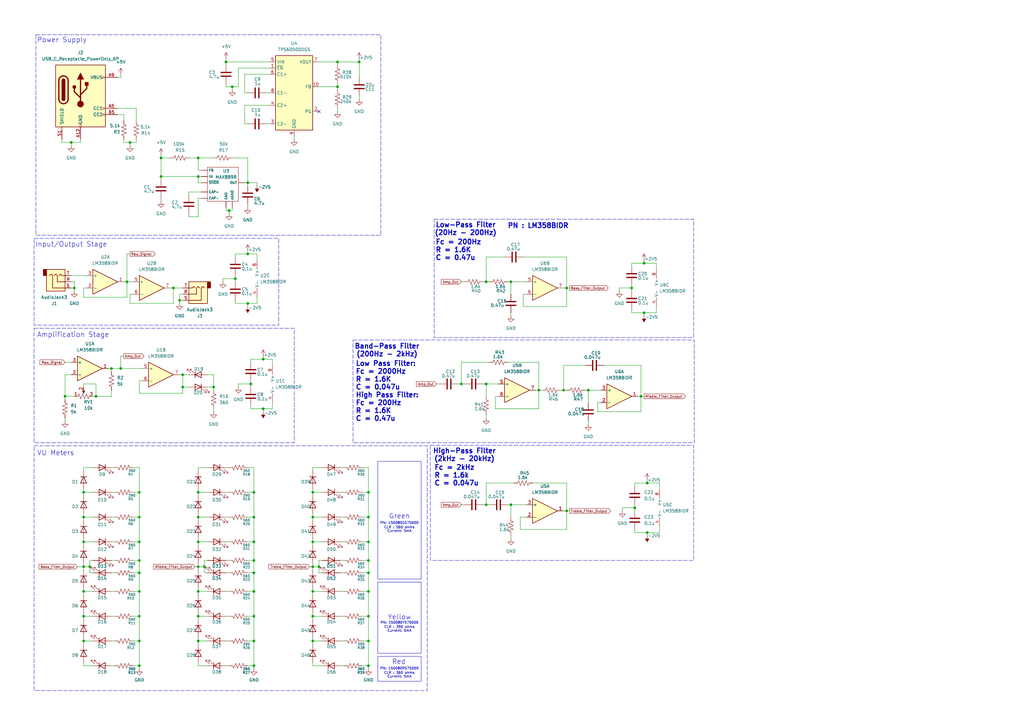
<source format=kicad_sch>
(kicad_sch
	(version 20231120)
	(generator "eeschema")
	(generator_version "8.0")
	(uuid "3f008c34-feb5-4ad3-87d6-72ef7e364de8")
	(paper "A3")
	(title_block
		(title "HAD Business Card (VU Meter)")
		(rev "0.1")
		(comment 1 "Designed By : TJM")
	)
	
	(junction
		(at 104.14 273.05)
		(diameter 0)
		(color 0 0 0 0)
		(uuid "01b0ba4d-1233-4f18-a905-45370161a308")
	)
	(junction
		(at 151.13 273.05)
		(diameter 0)
		(color 0 0 0 0)
		(uuid "026b368d-5849-448c-b782-039e4e236c1f")
	)
	(junction
		(at 264.16 107.95)
		(diameter 0)
		(color 0 0 0 0)
		(uuid "03160bb9-8ac9-423a-a5e9-a8201c60d42d")
	)
	(junction
		(at 30.48 118.11)
		(diameter 0)
		(color 0 0 0 0)
		(uuid "0399339b-6397-476d-b66f-d3b3eb339bf2")
	)
	(junction
		(at 151.13 242.57)
		(diameter 0)
		(color 0 0 0 0)
		(uuid "07635a0b-ef3f-4eae-9846-8a05ba7df2f8")
	)
	(junction
		(at 81.28 242.57)
		(diameter 0)
		(color 0 0 0 0)
		(uuid "07e55a30-4719-488f-b6b2-4f8d434795f9")
	)
	(junction
		(at 151.13 201.93)
		(diameter 0)
		(color 0 0 0 0)
		(uuid "09705c0d-b4f5-4f13-a8df-0fed15ad03f6")
	)
	(junction
		(at 138.43 25.4)
		(diameter 0)
		(color 0 0 0 0)
		(uuid "0d650080-0389-4663-a2ce-38d1f127f0be")
	)
	(junction
		(at 34.29 222.25)
		(diameter 0)
		(color 0 0 0 0)
		(uuid "11bce5d2-deef-4e7f-ad91-2442fee99e63")
	)
	(junction
		(at 104.14 234.95)
		(diameter 0)
		(color 0 0 0 0)
		(uuid "14019b4b-421f-4589-b701-3bf5d7d68b2d")
	)
	(junction
		(at 73.66 123.19)
		(diameter 0)
		(color 0 0 0 0)
		(uuid "1401be8f-fe8b-43eb-955e-63be9f5f151a")
	)
	(junction
		(at 241.3 160.02)
		(diameter 0)
		(color 0 0 0 0)
		(uuid "1501f73d-5bb9-4ff1-8ffc-a76f66e37e48")
	)
	(junction
		(at 262.89 162.56)
		(diameter 0)
		(color 0 0 0 0)
		(uuid "171b0604-c8db-4909-a84a-3b874bc25f2d")
	)
	(junction
		(at 104.14 212.09)
		(diameter 0)
		(color 0 0 0 0)
		(uuid "17e73fd8-1f49-4801-b6bd-1b8c537e59d9")
	)
	(junction
		(at 151.13 262.89)
		(diameter 0)
		(color 0 0 0 0)
		(uuid "1aad38bc-5594-4fdc-a991-91b2cc5d014d")
	)
	(junction
		(at 130.81 232.41)
		(diameter 0)
		(color 0 0 0 0)
		(uuid "1bdf0ad6-7b07-451c-86a9-f48f6f47550f")
	)
	(junction
		(at 128.27 242.57)
		(diameter 0)
		(color 0 0 0 0)
		(uuid "1ca5c7e1-cf79-4531-bfb8-2ad00e4d3fc3")
	)
	(junction
		(at 96.52 114.3)
		(diameter 0)
		(color 0 0 0 0)
		(uuid "1ca81463-7fc8-4e0e-bfd3-bfb228960afe")
	)
	(junction
		(at 66.04 64.77)
		(diameter 0)
		(color 0 0 0 0)
		(uuid "1cc9c1a9-b8c5-45c5-80f4-cdb7333149c9")
	)
	(junction
		(at 81.28 212.09)
		(diameter 0)
		(color 0 0 0 0)
		(uuid "1db6dde7-d6d9-4255-b956-d929d360130f")
	)
	(junction
		(at 26.67 162.56)
		(diameter 0)
		(color 0 0 0 0)
		(uuid "1e88d4fa-e9a4-4bb7-a303-0a85bad0ea03")
	)
	(junction
		(at 34.29 252.73)
		(diameter 0)
		(color 0 0 0 0)
		(uuid "1eb90f39-cac6-4052-aff9-6606ab1e8216")
	)
	(junction
		(at 104.14 229.87)
		(diameter 0)
		(color 0 0 0 0)
		(uuid "207bddcd-08ed-49c4-be3d-a47a8a75c6c6")
	)
	(junction
		(at 151.13 234.95)
		(diameter 0)
		(color 0 0 0 0)
		(uuid "216d1c54-8119-4c92-9560-919b21ab2a38")
	)
	(junction
		(at 147.32 25.4)
		(diameter 0)
		(color 0 0 0 0)
		(uuid "218ccd50-f4aa-42d1-b85e-092f7220e97d")
	)
	(junction
		(at 57.15 252.73)
		(diameter 0)
		(color 0 0 0 0)
		(uuid "29df4f31-05bc-466c-b1bb-956ec70fbd22")
	)
	(junction
		(at 57.15 273.05)
		(diameter 0)
		(color 0 0 0 0)
		(uuid "29e3d6af-6829-48fa-b90a-3d5934fbac7e")
	)
	(junction
		(at 45.72 151.13)
		(diameter 0)
		(color 0 0 0 0)
		(uuid "2ae7a703-1926-40b7-ae51-3b41e2a9c715")
	)
	(junction
		(at 264.16 128.27)
		(diameter 0)
		(color 0 0 0 0)
		(uuid "2be523fe-2fb5-4406-9a79-9df782d7a79d")
	)
	(junction
		(at 102.87 157.48)
		(diameter 0)
		(color 0 0 0 0)
		(uuid "2ff865c6-d894-4f2f-b32b-b5c22ab063e8")
	)
	(junction
		(at 209.55 207.01)
		(diameter 0)
		(color 0 0 0 0)
		(uuid "39deacfe-bbcc-4a7c-a801-e10cfb147894")
	)
	(junction
		(at 29.21 58.42)
		(diameter 0)
		(color 0 0 0 0)
		(uuid "3a09938c-72eb-473d-aa50-7272eef31f24")
	)
	(junction
		(at 71.12 118.11)
		(diameter 0)
		(color 0 0 0 0)
		(uuid "3b73a1b5-c977-4a6e-b77b-d1ddefd5e62a")
	)
	(junction
		(at 265.43 198.12)
		(diameter 0)
		(color 0 0 0 0)
		(uuid "4286effb-c83b-43f4-ad2b-a2610294221c")
	)
	(junction
		(at 138.43 35.56)
		(diameter 0)
		(color 0 0 0 0)
		(uuid "42da4c72-158b-4769-bbe9-523fdb30468a")
	)
	(junction
		(at 57.15 212.09)
		(diameter 0)
		(color 0 0 0 0)
		(uuid "433235b9-4354-4c47-92d4-f15b5409f11e")
	)
	(junction
		(at 151.13 229.87)
		(diameter 0)
		(color 0 0 0 0)
		(uuid "47d0f9a7-df6b-44c7-9f20-c41fe9d1c6d5")
	)
	(junction
		(at 49.53 151.13)
		(diameter 0)
		(color 0 0 0 0)
		(uuid "4ea810a9-747c-475f-abd1-f61c719639b9")
	)
	(junction
		(at 57.15 222.25)
		(diameter 0)
		(color 0 0 0 0)
		(uuid "4fb14ec1-0217-492c-a78f-5c2f4d84284e")
	)
	(junction
		(at 93.98 86.36)
		(diameter 0)
		(color 0 0 0 0)
		(uuid "50f6c53b-6f15-4b28-851c-1b114257751a")
	)
	(junction
		(at 74.93 158.75)
		(diameter 0)
		(color 0 0 0 0)
		(uuid "584f2c13-53f0-4fc2-a5e5-8d2375dc987b")
	)
	(junction
		(at 101.6 74.93)
		(diameter 0)
		(color 0 0 0 0)
		(uuid "5daf1215-dc71-407e-be04-d410245f8091")
	)
	(junction
		(at 232.41 209.55)
		(diameter 0)
		(color 0 0 0 0)
		(uuid "5e148f03-7cbc-4b5c-ba3f-c76339d132fe")
	)
	(junction
		(at 57.15 234.95)
		(diameter 0)
		(color 0 0 0 0)
		(uuid "5f70fd5c-8da7-499c-8032-773ecf29b693")
	)
	(junction
		(at 39.37 162.56)
		(diameter 0)
		(color 0 0 0 0)
		(uuid "628b15e1-08ce-4a0d-8644-f61b9d8a1ce8")
	)
	(junction
		(at 199.39 115.57)
		(diameter 0)
		(color 0 0 0 0)
		(uuid "65013280-f6fd-45de-a2ee-106b74c5a484")
	)
	(junction
		(at 128.27 232.41)
		(diameter 0)
		(color 0 0 0 0)
		(uuid "677c8f6e-97ef-4af4-9fc1-b958f733fc6a")
	)
	(junction
		(at 95.25 35.56)
		(diameter 0)
		(color 0 0 0 0)
		(uuid "68ca97bc-f205-463f-81b4-aa1e83aa4e23")
	)
	(junction
		(at 57.15 242.57)
		(diameter 0)
		(color 0 0 0 0)
		(uuid "69e1156c-a452-44fe-b50f-3554f21ceeab")
	)
	(junction
		(at 128.27 262.89)
		(diameter 0)
		(color 0 0 0 0)
		(uuid "6a6faaf0-509a-4b5f-b4f5-1e8f407e4d96")
	)
	(junction
		(at 104.14 252.73)
		(diameter 0)
		(color 0 0 0 0)
		(uuid "6e679cc4-6f2e-49bd-aaba-ff6b4872b766")
	)
	(junction
		(at 128.27 222.25)
		(diameter 0)
		(color 0 0 0 0)
		(uuid "718b1b2e-7a3b-4739-9541-b53b6143017a")
	)
	(junction
		(at 128.27 212.09)
		(diameter 0)
		(color 0 0 0 0)
		(uuid "77087e89-7792-4cfe-82db-d8debd4bfffd")
	)
	(junction
		(at 128.27 252.73)
		(diameter 0)
		(color 0 0 0 0)
		(uuid "7a080930-1025-405e-b79a-069a573e13a1")
	)
	(junction
		(at 92.71 25.4)
		(diameter 0)
		(color 0 0 0 0)
		(uuid "7c9a1a1d-1b4e-4799-b8e0-ed96c043338f")
	)
	(junction
		(at 66.04 72.39)
		(diameter 0)
		(color 0 0 0 0)
		(uuid "7d8bd646-9670-4a9f-9ae5-a66d1c76e99e")
	)
	(junction
		(at 34.29 232.41)
		(diameter 0)
		(color 0 0 0 0)
		(uuid "7e99d4a0-e01d-4bab-b6a1-84e91689eb4f")
	)
	(junction
		(at 53.34 58.42)
		(diameter 0)
		(color 0 0 0 0)
		(uuid "8518e6ec-3582-4960-a1a2-5d842764de6c")
	)
	(junction
		(at 220.98 160.02)
		(diameter 0)
		(color 0 0 0 0)
		(uuid "889d888e-b912-4bc0-a807-e209a7c268af")
	)
	(junction
		(at 87.63 158.75)
		(diameter 0)
		(color 0 0 0 0)
		(uuid "8d7bb986-cdac-4608-9af5-c0be7f74d7fe")
	)
	(junction
		(at 151.13 222.25)
		(diameter 0)
		(color 0 0 0 0)
		(uuid "90d2f156-077d-474a-b9e8-295b8cbcdfce")
	)
	(junction
		(at 107.95 167.64)
		(diameter 0)
		(color 0 0 0 0)
		(uuid "9112ff6c-5ec3-4a9e-8dbc-331479d71636")
	)
	(junction
		(at 259.08 118.11)
		(diameter 0)
		(color 0 0 0 0)
		(uuid "91762195-9e25-4cf2-8eeb-e2ee9e9a5843")
	)
	(junction
		(at 104.14 262.89)
		(diameter 0)
		(color 0 0 0 0)
		(uuid "93a8eefe-8412-43ea-b7e9-1fd31f2d47eb")
	)
	(junction
		(at 189.23 157.48)
		(diameter 0)
		(color 0 0 0 0)
		(uuid "95f6c8e0-07e3-4c20-ab0c-2938f5ecfd7f")
	)
	(junction
		(at 81.28 72.39)
		(diameter 0)
		(color 0 0 0 0)
		(uuid "9755dde3-03b7-4cb0-b833-8f5aff7f6e5e")
	)
	(junction
		(at 83.82 232.41)
		(diameter 0)
		(color 0 0 0 0)
		(uuid "9b16b0e6-1d4c-463b-be2d-9ffa1e25cfae")
	)
	(junction
		(at 57.15 229.87)
		(diameter 0)
		(color 0 0 0 0)
		(uuid "9da21f0f-ad67-40f2-9c27-56121ad278b3")
	)
	(junction
		(at 128.27 201.93)
		(diameter 0)
		(color 0 0 0 0)
		(uuid "9f319374-3854-43c4-8e35-5478f35a540c")
	)
	(junction
		(at 107.95 147.32)
		(diameter 0)
		(color 0 0 0 0)
		(uuid "9f696206-692e-41cc-a733-84aa2d24fbab")
	)
	(junction
		(at 104.14 201.93)
		(diameter 0)
		(color 0 0 0 0)
		(uuid "a3094971-b81b-4255-b565-08148cbc52a6")
	)
	(junction
		(at 81.28 232.41)
		(diameter 0)
		(color 0 0 0 0)
		(uuid "a3399373-e87b-4251-84f5-c9220b635911")
	)
	(junction
		(at 231.14 160.02)
		(diameter 0)
		(color 0 0 0 0)
		(uuid "a612cc24-8066-42c2-8c4a-5bfa82e1f606")
	)
	(junction
		(at 81.28 222.25)
		(diameter 0)
		(color 0 0 0 0)
		(uuid "a68de359-8513-4e08-8802-abb1538c879e")
	)
	(junction
		(at 260.35 208.28)
		(diameter 0)
		(color 0 0 0 0)
		(uuid "a7a9d1f2-9356-4294-8d1f-eae5bb4e0d3c")
	)
	(junction
		(at 199.39 157.48)
		(diameter 0)
		(color 0 0 0 0)
		(uuid "a873c2d6-86cf-4690-9fe9-59a4e8264858")
	)
	(junction
		(at 52.07 115.57)
		(diameter 0)
		(color 0 0 0 0)
		(uuid "af0df700-61bb-4cec-8a97-72710d589fbe")
	)
	(junction
		(at 104.14 222.25)
		(diameter 0)
		(color 0 0 0 0)
		(uuid "b04fbea4-97dd-4dc3-8e31-11e32b5fccb4")
	)
	(junction
		(at 101.6 124.46)
		(diameter 0)
		(color 0 0 0 0)
		(uuid "b5bcab45-a280-4575-af57-3d093b72b6e7")
	)
	(junction
		(at 74.93 153.67)
		(diameter 0)
		(color 0 0 0 0)
		(uuid "b7ec025b-0cae-4ad8-bb5c-289482469f2a")
	)
	(junction
		(at 34.29 262.89)
		(diameter 0)
		(color 0 0 0 0)
		(uuid "b85253e1-f27d-45ab-860b-be6cddc30c57")
	)
	(junction
		(at 199.39 207.01)
		(diameter 0)
		(color 0 0 0 0)
		(uuid "b8f9dd13-577f-4c97-9de8-ae000b532d82")
	)
	(junction
		(at 151.13 252.73)
		(diameter 0)
		(color 0 0 0 0)
		(uuid "baf060e4-f93d-4403-ae7b-bbf7334bf4f0")
	)
	(junction
		(at 36.83 232.41)
		(diameter 0)
		(color 0 0 0 0)
		(uuid "bdd4347b-7e26-4607-b625-85e45e2567e3")
	)
	(junction
		(at 209.55 115.57)
		(diameter 0)
		(color 0 0 0 0)
		(uuid "be2c2abb-93c8-480b-b7f6-4822e30c757c")
	)
	(junction
		(at 34.29 242.57)
		(diameter 0)
		(color 0 0 0 0)
		(uuid "c1f7ec6a-b4a8-40db-a991-23d1bcd3c2df")
	)
	(junction
		(at 265.43 218.44)
		(diameter 0)
		(color 0 0 0 0)
		(uuid "c2f744b0-1e3b-49ef-88f3-397ccb4d5e03")
	)
	(junction
		(at 57.15 262.89)
		(diameter 0)
		(color 0 0 0 0)
		(uuid "d25178d1-19bb-4da5-9ab6-de7dc5d58bca")
	)
	(junction
		(at 104.14 242.57)
		(diameter 0)
		(color 0 0 0 0)
		(uuid "d4157215-c9d7-4307-b11d-7b8aa51e3b59")
	)
	(junction
		(at 34.29 212.09)
		(diameter 0)
		(color 0 0 0 0)
		(uuid "d6a0c2d4-c7d3-4a8f-bb52-137d8b2c712f")
	)
	(junction
		(at 81.28 201.93)
		(diameter 0)
		(color 0 0 0 0)
		(uuid "dbcb011c-0103-49b9-924d-c075caaca3e5")
	)
	(junction
		(at 232.41 118.11)
		(diameter 0)
		(color 0 0 0 0)
		(uuid "e10c60ef-8414-4ea2-b6b4-f01d34d479b0")
	)
	(junction
		(at 81.28 262.89)
		(diameter 0)
		(color 0 0 0 0)
		(uuid "eab5a66a-3ecd-4641-9f85-cba49420f267")
	)
	(junction
		(at 101.6 104.14)
		(diameter 0)
		(color 0 0 0 0)
		(uuid "ee9cd4d2-7363-4df9-95ab-06c3efc6dafd")
	)
	(junction
		(at 81.28 64.77)
		(diameter 0)
		(color 0 0 0 0)
		(uuid "efd652b1-e7c3-49a5-86df-3bcab9c7a9ec")
	)
	(junction
		(at 151.13 212.09)
		(diameter 0)
		(color 0 0 0 0)
		(uuid "f0d58649-fdd3-4c30-9788-505b7b8608cf")
	)
	(junction
		(at 34.29 201.93)
		(diameter 0)
		(color 0 0 0 0)
		(uuid "f7a365b2-fc1d-4841-8298-105eee060068")
	)
	(junction
		(at 57.15 201.93)
		(diameter 0)
		(color 0 0 0 0)
		(uuid "fe1f0802-7e67-45d3-a61d-422d14ceebe5")
	)
	(junction
		(at 81.28 252.73)
		(diameter 0)
		(color 0 0 0 0)
		(uuid "ff5ec265-c843-4a43-9906-9b7005e7bce2")
	)
	(no_connect
		(at 130.81 45.72)
		(uuid "537265bd-809b-4f2a-8f79-45b650233986")
	)
	(wire
		(pts
			(xy 34.29 213.36) (xy 34.29 212.09)
		)
		(stroke
			(width 0)
			(type default)
		)
		(uuid "022be672-ff5c-4465-8f0f-3e7012d52520")
	)
	(wire
		(pts
			(xy 101.6 74.93) (xy 101.6 76.2)
		)
		(stroke
			(width 0)
			(type default)
		)
		(uuid "03d534e5-7823-453f-81f8-2eefa1273bfb")
	)
	(wire
		(pts
			(xy 214.63 120.65) (xy 215.9 120.65)
		)
		(stroke
			(width 0)
			(type default)
		)
		(uuid "03de3c6d-aa11-4f34-addd-ce223a6e3cf4")
	)
	(wire
		(pts
			(xy 45.72 151.13) (xy 44.45 151.13)
		)
		(stroke
			(width 0)
			(type default)
		)
		(uuid "04a4b8b7-5e3e-4834-a37c-58018fdcf5a3")
	)
	(wire
		(pts
			(xy 260.35 207.01) (xy 260.35 208.28)
		)
		(stroke
			(width 0)
			(type default)
		)
		(uuid "0583439f-3bf3-4066-8c47-1ca67d7a6622")
	)
	(wire
		(pts
			(xy 49.53 31.75) (xy 49.53 30.48)
		)
		(stroke
			(width 0)
			(type default)
		)
		(uuid "05a2b294-851f-4096-b5b5-45a5b3076a4d")
	)
	(wire
		(pts
			(xy 214.63 105.41) (xy 232.41 105.41)
		)
		(stroke
			(width 0)
			(type default)
		)
		(uuid "05b17f91-a9e3-4524-88ec-1bd37c53ecd1")
	)
	(wire
		(pts
			(xy 53.34 120.65) (xy 54.61 120.65)
		)
		(stroke
			(width 0)
			(type default)
		)
		(uuid "06917482-fd3f-4028-9dc0-0a4e9cf714af")
	)
	(wire
		(pts
			(xy 34.29 262.89) (xy 34.29 264.16)
		)
		(stroke
			(width 0)
			(type default)
		)
		(uuid "074ae3ac-b4c8-4665-af7d-7c3bed4f49ed")
	)
	(wire
		(pts
			(xy 29.21 113.03) (xy 35.56 113.03)
		)
		(stroke
			(width 0)
			(type default)
		)
		(uuid "07fdbe79-d67c-4c37-a34d-11b60b1d902b")
	)
	(wire
		(pts
			(xy 220.98 148.59) (xy 220.98 160.02)
		)
		(stroke
			(width 0)
			(type default)
		)
		(uuid "08735fce-b246-4f6b-b54a-be282a904790")
	)
	(wire
		(pts
			(xy 38.1 229.87) (xy 36.83 229.87)
		)
		(stroke
			(width 0)
			(type default)
		)
		(uuid "08a8b91c-c169-45ec-b2ca-5ed6fe50fd92")
	)
	(wire
		(pts
			(xy 81.28 262.89) (xy 81.28 264.16)
		)
		(stroke
			(width 0)
			(type default)
		)
		(uuid "094c67d7-47b8-4e18-b26f-d3c0bd0237d8")
	)
	(wire
		(pts
			(xy 81.28 72.39) (xy 81.28 74.93)
		)
		(stroke
			(width 0)
			(type default)
		)
		(uuid "09af82d3-c080-4b03-b939-d9cb49a4a2a4")
	)
	(wire
		(pts
			(xy 34.29 251.46) (xy 34.29 252.73)
		)
		(stroke
			(width 0)
			(type default)
		)
		(uuid "0af23bcc-66f2-4d38-8a1f-5260bb4e96ff")
	)
	(wire
		(pts
			(xy 104.14 201.93) (xy 104.14 191.77)
		)
		(stroke
			(width 0)
			(type default)
		)
		(uuid "0b4d2620-4a68-4841-99dc-74b4de52f144")
	)
	(wire
		(pts
			(xy 232.41 217.17) (xy 232.41 209.55)
		)
		(stroke
			(width 0)
			(type default)
		)
		(uuid "0bc64f4b-3c6b-41b7-9815-02d530f66477")
	)
	(wire
		(pts
			(xy 54.61 222.25) (xy 57.15 222.25)
		)
		(stroke
			(width 0)
			(type default)
		)
		(uuid "0bd24ff1-ba3c-4e65-8720-8af457df4cf1")
	)
	(wire
		(pts
			(xy 81.28 69.85) (xy 81.28 64.77)
		)
		(stroke
			(width 0)
			(type default)
		)
		(uuid "0c2b5516-2634-4f5a-8e6d-e5e238c202dc")
	)
	(wire
		(pts
			(xy 207.01 105.41) (xy 199.39 105.41)
		)
		(stroke
			(width 0)
			(type default)
		)
		(uuid "0cf74493-b0a9-41b5-ad2a-8c2d297cf9ea")
	)
	(wire
		(pts
			(xy 232.41 105.41) (xy 232.41 118.11)
		)
		(stroke
			(width 0)
			(type default)
		)
		(uuid "0e20854a-d100-45e4-be26-7af432fe41e0")
	)
	(wire
		(pts
			(xy 128.27 242.57) (xy 132.08 242.57)
		)
		(stroke
			(width 0)
			(type default)
		)
		(uuid "0eafb09b-1ee8-4889-9c51-4b88e9b0d30f")
	)
	(wire
		(pts
			(xy 128.27 242.57) (xy 128.27 243.84)
		)
		(stroke
			(width 0)
			(type default)
		)
		(uuid "0eb7bcf7-5d66-49b3-97d6-2c2d24876e9e")
	)
	(wire
		(pts
			(xy 95.25 85.09) (xy 95.25 86.36)
		)
		(stroke
			(width 0)
			(type default)
		)
		(uuid "0ec5eb8a-d2f8-49f4-b6fd-c7677f3db32f")
	)
	(wire
		(pts
			(xy 34.29 157.48) (xy 39.37 157.48)
		)
		(stroke
			(width 0)
			(type default)
		)
		(uuid "0f26f3be-abcb-4705-a6a5-5ef4a9703258")
	)
	(wire
		(pts
			(xy 199.39 170.18) (xy 199.39 171.45)
		)
		(stroke
			(width 0)
			(type default)
		)
		(uuid "0fe9bfd2-61d5-4ea7-becf-428f33243bf6")
	)
	(wire
		(pts
			(xy 107.95 167.64) (xy 111.76 167.64)
		)
		(stroke
			(width 0)
			(type default)
		)
		(uuid "10a89cf0-86e9-4c00-9c60-5444155ac081")
	)
	(wire
		(pts
			(xy 54.61 229.87) (xy 57.15 229.87)
		)
		(stroke
			(width 0)
			(type default)
		)
		(uuid "10bd832f-9e51-4549-ab67-37dca901fc2e")
	)
	(wire
		(pts
			(xy 105.41 104.14) (xy 105.41 106.68)
		)
		(stroke
			(width 0)
			(type default)
		)
		(uuid "10c48940-6aad-45be-bb8c-ede671ed07a2")
	)
	(wire
		(pts
			(xy 34.29 201.93) (xy 38.1 201.93)
		)
		(stroke
			(width 0)
			(type default)
		)
		(uuid "111894d8-f779-44df-bfed-d0c986ea099f")
	)
	(wire
		(pts
			(xy 30.48 162.56) (xy 26.67 162.56)
		)
		(stroke
			(width 0)
			(type default)
		)
		(uuid "111ab7e1-5e4e-4b2d-bee9-59e9bf0b15ea")
	)
	(wire
		(pts
			(xy 101.6 234.95) (xy 104.14 234.95)
		)
		(stroke
			(width 0)
			(type default)
		)
		(uuid "12495cbf-3b16-4ccb-b07d-99050b11f29e")
	)
	(wire
		(pts
			(xy 128.27 212.09) (xy 128.27 210.82)
		)
		(stroke
			(width 0)
			(type default)
		)
		(uuid "12a87a63-8717-47dc-9537-671e9ffcc867")
	)
	(wire
		(pts
			(xy 29.21 118.11) (xy 30.48 118.11)
		)
		(stroke
			(width 0)
			(type default)
		)
		(uuid "12d2bd31-3b15-486e-8dec-a800cc44a4e1")
	)
	(wire
		(pts
			(xy 151.13 234.95) (xy 151.13 242.57)
		)
		(stroke
			(width 0)
			(type default)
		)
		(uuid "136e81ee-98b1-493c-b7d4-710f15098e4c")
	)
	(wire
		(pts
			(xy 92.71 86.36) (xy 93.98 86.36)
		)
		(stroke
			(width 0)
			(type default)
		)
		(uuid "13ae5fe7-9773-43cf-8164-89fa6731c2b2")
	)
	(wire
		(pts
			(xy 57.15 252.73) (xy 57.15 242.57)
		)
		(stroke
			(width 0)
			(type default)
		)
		(uuid "15cd4ce8-ee29-48a7-b18b-8317a4ee2f2a")
	)
	(wire
		(pts
			(xy 50.8 115.57) (xy 52.07 115.57)
		)
		(stroke
			(width 0)
			(type default)
		)
		(uuid "15e8b24b-77db-43e3-879a-dddecfd013e0")
	)
	(wire
		(pts
			(xy 232.41 118.11) (xy 233.68 118.11)
		)
		(stroke
			(width 0)
			(type default)
		)
		(uuid "1654e088-7252-4f71-a9ac-397729e0fa7f")
	)
	(wire
		(pts
			(xy 39.37 162.56) (xy 45.72 162.56)
		)
		(stroke
			(width 0)
			(type default)
		)
		(uuid "176cb059-1b7b-43a5-bf70-7dc9df95f60a")
	)
	(wire
		(pts
			(xy 97.79 27.94) (xy 110.49 27.94)
		)
		(stroke
			(width 0)
			(type default)
		)
		(uuid "17ae69f3-26e4-49df-9383-e868eb16695e")
	)
	(wire
		(pts
			(xy 97.79 158.75) (xy 97.79 157.48)
		)
		(stroke
			(width 0)
			(type default)
		)
		(uuid "1844dc41-6a9d-4d33-9d40-ff1ae4738f2f")
	)
	(wire
		(pts
			(xy 210.82 198.12) (xy 199.39 198.12)
		)
		(stroke
			(width 0)
			(type default)
		)
		(uuid "18b7d0fe-16fc-4278-b115-3e7a73603353")
	)
	(wire
		(pts
			(xy 148.59 242.57) (xy 151.13 242.57)
		)
		(stroke
			(width 0)
			(type default)
		)
		(uuid "18c74f5d-3162-4a8a-ac9c-02f735fc4927")
	)
	(wire
		(pts
			(xy 104.14 252.73) (xy 104.14 262.89)
		)
		(stroke
			(width 0)
			(type default)
		)
		(uuid "19070599-5a40-4066-aba3-c75b3fd52f10")
	)
	(wire
		(pts
			(xy 151.13 252.73) (xy 151.13 262.89)
		)
		(stroke
			(width 0)
			(type default)
		)
		(uuid "1929c0b5-9f06-4325-9f03-e9fd109a99ff")
	)
	(wire
		(pts
			(xy 128.27 262.89) (xy 132.08 262.89)
		)
		(stroke
			(width 0)
			(type default)
		)
		(uuid "19ca7da4-33a0-4fb1-b138-e7809334ff52")
	)
	(wire
		(pts
			(xy 260.35 218.44) (xy 265.43 218.44)
		)
		(stroke
			(width 0)
			(type default)
		)
		(uuid "1a4d087a-d21d-4693-b0f2-8971240d660b")
	)
	(wire
		(pts
			(xy 74.93 158.75) (xy 77.47 158.75)
		)
		(stroke
			(width 0)
			(type default)
		)
		(uuid "1abd99ee-422d-4850-a30a-0db081277f03")
	)
	(wire
		(pts
			(xy 57.15 161.29) (xy 57.15 156.21)
		)
		(stroke
			(width 0)
			(type default)
		)
		(uuid "1ae7676e-6969-4624-ac55-10895b404484")
	)
	(wire
		(pts
			(xy 189.23 148.59) (xy 189.23 157.48)
		)
		(stroke
			(width 0)
			(type default)
		)
		(uuid "1b0caea8-305b-4e38-9cd2-d8e9c55c6e42")
	)
	(wire
		(pts
			(xy 128.27 193.04) (xy 128.27 191.77)
		)
		(stroke
			(width 0)
			(type default)
		)
		(uuid "1b10d135-22c1-4299-937c-beb0b0388807")
	)
	(wire
		(pts
			(xy 109.22 38.1) (xy 110.49 38.1)
		)
		(stroke
			(width 0)
			(type default)
		)
		(uuid "1b7769e9-821e-4dc1-a3c3-37e7344bb599")
	)
	(wire
		(pts
			(xy 139.7 273.05) (xy 140.97 273.05)
		)
		(stroke
			(width 0)
			(type default)
		)
		(uuid "1b7d55d5-909f-4618-8a89-ae05b20c733f")
	)
	(wire
		(pts
			(xy 81.28 262.89) (xy 85.09 262.89)
		)
		(stroke
			(width 0)
			(type default)
		)
		(uuid "1b8b8c75-2728-4dc0-ae3f-8b7225d31c98")
	)
	(wire
		(pts
			(xy 53.34 104.14) (xy 52.07 104.14)
		)
		(stroke
			(width 0)
			(type default)
		)
		(uuid "1b92dca3-9a69-4ee0-a2b2-8d6a049dea12")
	)
	(wire
		(pts
			(xy 45.72 229.87) (xy 46.99 229.87)
		)
		(stroke
			(width 0)
			(type default)
		)
		(uuid "1cdf5aec-1ed4-48f7-82d7-1b9c097c3101")
	)
	(wire
		(pts
			(xy 81.28 242.57) (xy 81.28 243.84)
		)
		(stroke
			(width 0)
			(type default)
		)
		(uuid "1d4a718e-fef9-4bb7-9d1b-53b5e9efe018")
	)
	(wire
		(pts
			(xy 100.33 38.1) (xy 101.6 38.1)
		)
		(stroke
			(width 0)
			(type default)
		)
		(uuid "1db92c57-8adb-4970-8d46-0a4936fbbcdf")
	)
	(wire
		(pts
			(xy 218.44 198.12) (xy 232.41 198.12)
		)
		(stroke
			(width 0)
			(type default)
		)
		(uuid "1de286f9-ee37-4887-a6b8-007a7d6e74c4")
	)
	(wire
		(pts
			(xy 34.29 242.57) (xy 38.1 242.57)
		)
		(stroke
			(width 0)
			(type default)
		)
		(uuid "1dfe6a29-43b6-4868-98d2-45f2276f6f4a")
	)
	(wire
		(pts
			(xy 269.24 107.95) (xy 269.24 110.49)
		)
		(stroke
			(width 0)
			(type default)
		)
		(uuid "1e383914-227c-42eb-afea-6d8fa240362f")
	)
	(wire
		(pts
			(xy 25.4 58.42) (xy 29.21 58.42)
		)
		(stroke
			(width 0)
			(type default)
		)
		(uuid "1ebeb152-08ef-482e-93ee-d0cc239c239d")
	)
	(wire
		(pts
			(xy 74.93 153.67) (xy 74.93 158.75)
		)
		(stroke
			(width 0)
			(type default)
		)
		(uuid "1fa6e913-3e80-46a1-a8f8-9caae695ec89")
	)
	(wire
		(pts
			(xy 97.79 35.56) (xy 97.79 27.94)
		)
		(stroke
			(width 0)
			(type default)
		)
		(uuid "1fae0966-2f60-49e0-9042-fc11d761dab8")
	)
	(wire
		(pts
			(xy 66.04 72.39) (xy 81.28 72.39)
		)
		(stroke
			(width 0)
			(type default)
		)
		(uuid "1fbfa545-60e4-4ef1-a300-50bdef4409a6")
	)
	(wire
		(pts
			(xy 151.13 201.93) (xy 151.13 191.77)
		)
		(stroke
			(width 0)
			(type default)
		)
		(uuid "1fca1f5a-c2b3-4072-b044-01710f53ef39")
	)
	(wire
		(pts
			(xy 100.33 30.48) (xy 100.33 38.1)
		)
		(stroke
			(width 0)
			(type default)
		)
		(uuid "205b093c-39e3-459c-b88d-e1676a6463e1")
	)
	(wire
		(pts
			(xy 199.39 198.12) (xy 199.39 207.01)
		)
		(stroke
			(width 0)
			(type default)
		)
		(uuid "20e6fc90-8df4-466e-b769-fa572d4c662d")
	)
	(wire
		(pts
			(xy 220.98 167.64) (xy 220.98 160.02)
		)
		(stroke
			(width 0)
			(type default)
		)
		(uuid "21f9de05-fd2a-4879-afa9-99988b437d71")
	)
	(wire
		(pts
			(xy 148.59 212.09) (xy 151.13 212.09)
		)
		(stroke
			(width 0)
			(type default)
		)
		(uuid "22470878-f12e-48bf-9073-045fb804952c")
	)
	(wire
		(pts
			(xy 264.16 128.27) (xy 269.24 128.27)
		)
		(stroke
			(width 0)
			(type default)
		)
		(uuid "236489b9-35ea-4df6-8231-64a98fb3a5a6")
	)
	(wire
		(pts
			(xy 57.15 201.93) (xy 57.15 191.77)
		)
		(stroke
			(width 0)
			(type default)
		)
		(uuid "23a527f2-2d1a-44dd-8d7e-a0635758536d")
	)
	(wire
		(pts
			(xy 54.61 212.09) (xy 57.15 212.09)
		)
		(stroke
			(width 0)
			(type default)
		)
		(uuid "24a7736b-ec1c-4a58-abe9-6b661fd47d57")
	)
	(wire
		(pts
			(xy 83.82 234.95) (xy 83.82 232.41)
		)
		(stroke
			(width 0)
			(type default)
		)
		(uuid "25f9958e-1667-4b4d-aee8-d57394868ab7")
	)
	(wire
		(pts
			(xy 81.28 232.41) (xy 83.82 232.41)
		)
		(stroke
			(width 0)
			(type default)
		)
		(uuid "268c4ac8-bf5f-4d10-97fc-93284542237c")
	)
	(wire
		(pts
			(xy 260.35 198.12) (xy 265.43 198.12)
		)
		(stroke
			(width 0)
			(type default)
		)
		(uuid "26a18a89-75da-4137-a965-16132bc3ad5c")
	)
	(wire
		(pts
			(xy 83.82 229.87) (xy 83.82 232.41)
		)
		(stroke
			(width 0)
			(type default)
		)
		(uuid "26c4865a-269e-48b0-b37a-ee1de108023d")
	)
	(wire
		(pts
			(xy 52.07 104.14) (xy 52.07 115.57)
		)
		(stroke
			(width 0)
			(type default)
		)
		(uuid "272d24f0-9b12-44d9-89b2-54f4e08b740e")
	)
	(wire
		(pts
			(xy 128.27 232.41) (xy 130.81 232.41)
		)
		(stroke
			(width 0)
			(type default)
		)
		(uuid "27580897-7f9b-4610-8028-2397ce83b0cf")
	)
	(wire
		(pts
			(xy 241.3 172.72) (xy 241.3 173.99)
		)
		(stroke
			(width 0)
			(type default)
		)
		(uuid "2826d481-8d6b-4e1a-a726-5161ca9f318e")
	)
	(wire
		(pts
			(xy 74.93 120.65) (xy 73.66 120.65)
		)
		(stroke
			(width 0)
			(type default)
		)
		(uuid "28ab2183-e9ef-4bbb-801b-79491b9b9e0c")
	)
	(wire
		(pts
			(xy 85.09 153.67) (xy 87.63 153.67)
		)
		(stroke
			(width 0)
			(type default)
		)
		(uuid "296f2648-9283-44ef-9693-58b837969abe")
	)
	(wire
		(pts
			(xy 54.61 262.89) (xy 57.15 262.89)
		)
		(stroke
			(width 0)
			(type default)
		)
		(uuid "2bb9d9ad-c322-406a-ad9b-e3da374b7a8f")
	)
	(wire
		(pts
			(xy 30.48 115.57) (xy 30.48 118.11)
		)
		(stroke
			(width 0)
			(type default)
		)
		(uuid "2c1d6954-b628-4a00-988b-29de296d17c2")
	)
	(wire
		(pts
			(xy 30.48 118.11) (xy 30.48 119.38)
		)
		(stroke
			(width 0)
			(type default)
		)
		(uuid "2d2d1615-4c9a-4710-93ca-8c4d2d6d25ea")
	)
	(wire
		(pts
			(xy 264.16 107.95) (xy 269.24 107.95)
		)
		(stroke
			(width 0)
			(type default)
		)
		(uuid "2dc9563e-850c-4637-a89f-0bf2e79568d4")
	)
	(wire
		(pts
			(xy 31.75 232.41) (xy 34.29 232.41)
		)
		(stroke
			(width 0)
			(type default)
		)
		(uuid "2dd7fb62-cb15-4ec3-afb0-bd0d19590493")
	)
	(wire
		(pts
			(xy 34.29 118.11) (xy 34.29 121.92)
		)
		(stroke
			(width 0)
			(type default)
		)
		(uuid "2e1126ca-748c-4794-a474-4ef3a3d4395a")
	)
	(wire
		(pts
			(xy 92.71 191.77) (xy 93.98 191.77)
		)
		(stroke
			(width 0)
			(type default)
		)
		(uuid "2f232670-602f-4e40-9c6e-1ed90930abcd")
	)
	(wire
		(pts
			(xy 101.6 222.25) (xy 104.14 222.25)
		)
		(stroke
			(width 0)
			(type default)
		)
		(uuid "2fed5cea-6c3a-4b82-b577-47fede8ef56d")
	)
	(wire
		(pts
			(xy 48.26 46.99) (xy 50.8 46.99)
		)
		(stroke
			(width 0)
			(type default)
		)
		(uuid "30152c05-22a0-499c-a8c2-dae52d6bd618")
	)
	(wire
		(pts
			(xy 34.29 223.52) (xy 34.29 222.25)
		)
		(stroke
			(width 0)
			(type default)
		)
		(uuid "30db7844-7bb4-444d-b165-dbfac9775170")
	)
	(wire
		(pts
			(xy 104.14 212.09) (xy 104.14 201.93)
		)
		(stroke
			(width 0)
			(type default)
		)
		(uuid "30de641c-8189-4ff4-8ae7-e0ef5ee508f3")
	)
	(wire
		(pts
			(xy 213.36 217.17) (xy 232.41 217.17)
		)
		(stroke
			(width 0)
			(type default)
		)
		(uuid "310bf28f-c192-49ad-8587-25bbda800d03")
	)
	(wire
		(pts
			(xy 77.47 88.9) (xy 81.28 88.9)
		)
		(stroke
			(width 0)
			(type default)
		)
		(uuid "313abca9-e164-4e8a-b586-24e4ba3e5fe6")
	)
	(wire
		(pts
			(xy 231.14 118.11) (xy 232.41 118.11)
		)
		(stroke
			(width 0)
			(type default)
		)
		(uuid "31835f2c-a7dc-4d81-9f8d-d8fe744690b7")
	)
	(wire
		(pts
			(xy 101.6 201.93) (xy 104.14 201.93)
		)
		(stroke
			(width 0)
			(type default)
		)
		(uuid "31c0e592-ebe5-4586-8e2d-8eb8ef52b3c6")
	)
	(wire
		(pts
			(xy 240.03 149.86) (xy 231.14 149.86)
		)
		(stroke
			(width 0)
			(type default)
		)
		(uuid "32a58757-fef6-4933-becc-2b10cae422f2")
	)
	(wire
		(pts
			(xy 33.02 57.15) (xy 33.02 58.42)
		)
		(stroke
			(width 0)
			(type default)
		)
		(uuid "32dfb45e-b4dd-4074-8f09-54aeefa71ff2")
	)
	(wire
		(pts
			(xy 101.6 104.14) (xy 105.41 104.14)
		)
		(stroke
			(width 0)
			(type default)
		)
		(uuid "331eec2c-febd-4abf-b6e6-6561fb8dc428")
	)
	(wire
		(pts
			(xy 259.08 116.84) (xy 259.08 118.11)
		)
		(stroke
			(width 0)
			(type default)
		)
		(uuid "34508459-1bc0-483a-8155-18838f568d2d")
	)
	(wire
		(pts
			(xy 48.26 31.75) (xy 49.53 31.75)
		)
		(stroke
			(width 0)
			(type default)
		)
		(uuid "34c02af6-6a8c-469e-9f11-22113683802b")
	)
	(wire
		(pts
			(xy 245.11 168.91) (xy 262.89 168.91)
		)
		(stroke
			(width 0)
			(type default)
		)
		(uuid "34f4a91e-be7a-4d94-9d9d-8d6b0963900a")
	)
	(wire
		(pts
			(xy 208.28 148.59) (xy 220.98 148.59)
		)
		(stroke
			(width 0)
			(type default)
		)
		(uuid "364f658e-c594-4744-865f-d792fa7cd03e")
	)
	(wire
		(pts
			(xy 265.43 218.44) (xy 270.51 218.44)
		)
		(stroke
			(width 0)
			(type default)
		)
		(uuid "36a50ae8-6dad-4eb4-ac3e-13ef79477f90")
	)
	(wire
		(pts
			(xy 270.51 198.12) (xy 270.51 200.66)
		)
		(stroke
			(width 0)
			(type default)
		)
		(uuid "37d73451-c6df-4075-9b61-1b09ae3cc420")
	)
	(wire
		(pts
			(xy 102.87 166.37) (xy 102.87 167.64)
		)
		(stroke
			(width 0)
			(type default)
		)
		(uuid "3875acd5-9ae6-401a-9a3d-0658c60cc9d8")
	)
	(wire
		(pts
			(xy 81.28 74.93) (xy 82.55 74.93)
		)
		(stroke
			(width 0)
			(type default)
		)
		(uuid "38e2aedc-5bd9-4347-8153-567a199f9e66")
	)
	(wire
		(pts
			(xy 104.14 252.73) (xy 104.14 242.57)
		)
		(stroke
			(width 0)
			(type default)
		)
		(uuid "3a342858-e342-4027-ba90-377515f5c956")
	)
	(wire
		(pts
			(xy 139.7 234.95) (xy 140.97 234.95)
		)
		(stroke
			(width 0)
			(type default)
		)
		(uuid "3b4a9cec-54bb-46a8-9bbd-64bf82f0af75")
	)
	(wire
		(pts
			(xy 54.61 273.05) (xy 57.15 273.05)
		)
		(stroke
			(width 0)
			(type default)
		)
		(uuid "3bd144ce-d8e6-4f01-8826-d2e4f6439d6c")
	)
	(wire
		(pts
			(xy 213.36 217.17) (xy 213.36 212.09)
		)
		(stroke
			(width 0)
			(type default)
		)
		(uuid "3c038f2c-1a2e-4b67-b138-fd14d2dcd016")
	)
	(wire
		(pts
			(xy 66.04 81.28) (xy 66.04 82.55)
		)
		(stroke
			(width 0)
			(type default)
		)
		(uuid "3e3b782c-71d7-43f6-a5c9-72a5799f19c0")
	)
	(wire
		(pts
			(xy 81.28 64.77) (xy 87.63 64.77)
		)
		(stroke
			(width 0)
			(type default)
		)
		(uuid "3e7db08a-9448-403a-8db2-dd224b7b553a")
	)
	(wire
		(pts
			(xy 127 232.41) (xy 128.27 232.41)
		)
		(stroke
			(width 0)
			(type default)
		)
		(uuid "3e99fe55-c1ea-4eaa-bbd1-d7253bb65cff")
	)
	(wire
		(pts
			(xy 232.41 118.11) (xy 232.41 125.73)
		)
		(stroke
			(width 0)
			(type default)
		)
		(uuid "3ea28c68-b888-4124-954a-3172f23b525d")
	)
	(wire
		(pts
			(xy 138.43 25.4) (xy 147.32 25.4)
		)
		(stroke
			(width 0)
			(type default)
		)
		(uuid "3f2fe311-3c8f-45ad-8c4a-bc1989d0feca")
	)
	(wire
		(pts
			(xy 52.07 121.92) (xy 52.07 115.57)
		)
		(stroke
			(width 0)
			(type default)
		)
		(uuid "3f5e0a15-23d4-4596-ba88-15e811d89d88")
	)
	(wire
		(pts
			(xy 111.76 149.86) (xy 111.76 147.32)
		)
		(stroke
			(width 0)
			(type default)
		)
		(uuid "403f1fed-3315-4176-8944-4e5f11858f50")
	)
	(wire
		(pts
			(xy 139.7 262.89) (xy 140.97 262.89)
		)
		(stroke
			(width 0)
			(type default)
		)
		(uuid "40cf9e78-2e46-412e-a08b-e039a3d0126d")
	)
	(wire
		(pts
			(xy 147.32 31.75) (xy 147.32 25.4)
		)
		(stroke
			(width 0)
			(type default)
		)
		(uuid "414cb401-a79a-430b-8d65-983cdc227f65")
	)
	(wire
		(pts
			(xy 101.6 74.93) (xy 105.41 74.93)
		)
		(stroke
			(width 0)
			(type default)
		)
		(uuid "4218352c-d314-4281-86d5-cda3b847ab1b")
	)
	(wire
		(pts
			(xy 92.71 25.4) (xy 92.71 26.67)
		)
		(stroke
			(width 0)
			(type default)
		)
		(uuid "423c19fc-df63-4894-9161-9165856e6877")
	)
	(wire
		(pts
			(xy 45.72 222.25) (xy 46.99 222.25)
		)
		(stroke
			(width 0)
			(type default)
		)
		(uuid "42d9436d-c1c5-47c1-a7ae-9d1b52c145c6")
	)
	(wire
		(pts
			(xy 151.13 212.09) (xy 151.13 201.93)
		)
		(stroke
			(width 0)
			(type default)
		)
		(uuid "434c8149-15a0-4e27-abec-c1e877bb9827")
	)
	(wire
		(pts
			(xy 128.27 252.73) (xy 128.27 254)
		)
		(stroke
			(width 0)
			(type default)
		)
		(uuid "4456fb0d-e865-41b9-9c5b-002edfdbc8c5")
	)
	(wire
		(pts
			(xy 100.33 30.48) (xy 110.49 30.48)
		)
		(stroke
			(width 0)
			(type default)
		)
		(uuid "44d8ccd5-dcbd-43a6-a8e7-d083402905ae")
	)
	(wire
		(pts
			(xy 128.27 241.3) (xy 128.27 242.57)
		)
		(stroke
			(width 0)
			(type default)
		)
		(uuid "46aa4274-dd7d-4e88-b06d-1ef18309fc21")
	)
	(wire
		(pts
			(xy 93.98 86.36) (xy 93.98 87.63)
		)
		(stroke
			(width 0)
			(type default)
		)
		(uuid "46cc6e8f-e686-4c3a-b0da-bb5fb9295269")
	)
	(wire
		(pts
			(xy 189.23 157.48) (xy 190.5 157.48)
		)
		(stroke
			(width 0)
			(type default)
		)
		(uuid "4796f881-7cda-4a51-88a3-cb790ea63d99")
	)
	(wire
		(pts
			(xy 26.67 148.59) (xy 29.21 148.59)
		)
		(stroke
			(width 0)
			(type default)
		)
		(uuid "499e342e-8f8e-455c-8f07-7abdcde619be")
	)
	(wire
		(pts
			(xy 81.28 222.25) (xy 85.09 222.25)
		)
		(stroke
			(width 0)
			(type default)
		)
		(uuid "49c6cd31-cdb8-4e66-9ba8-2f456a2220e0")
	)
	(wire
		(pts
			(xy 147.32 24.13) (xy 147.32 25.4)
		)
		(stroke
			(width 0)
			(type default)
		)
		(uuid "4a204cf4-38ee-4ff2-b1db-48e0f82b502c")
	)
	(wire
		(pts
			(xy 189.23 207.01) (xy 190.5 207.01)
		)
		(stroke
			(width 0)
			(type default)
		)
		(uuid "4a34d1a0-8d2b-4d9b-b52f-1641adfe564d")
	)
	(wire
		(pts
			(xy 57.15 262.89) (xy 57.15 273.05)
		)
		(stroke
			(width 0)
			(type default)
		)
		(uuid "4ae20644-6e5c-4b1f-a588-36152263438d")
	)
	(wire
		(pts
			(xy 128.27 232.41) (xy 128.27 233.68)
		)
		(stroke
			(width 0)
			(type default)
		)
		(uuid "4bc569f2-214a-4efe-bdcb-621f270e3fe6")
	)
	(wire
		(pts
			(xy 199.39 207.01) (xy 200.66 207.01)
		)
		(stroke
			(width 0)
			(type default)
		)
		(uuid "4cc0b4d5-f958-4fff-98ce-d189b62d57f1")
	)
	(wire
		(pts
			(xy 128.27 262.89) (xy 128.27 264.16)
		)
		(stroke
			(width 0)
			(type default)
		)
		(uuid "4eee73a3-dd7e-4a1b-b279-cae9ca5213c8")
	)
	(wire
		(pts
			(xy 73.66 120.65) (xy 73.66 123.19)
		)
		(stroke
			(width 0)
			(type default)
		)
		(uuid "4f11cd9b-f04b-4bbd-8cc6-09dc4e1ca0e4")
	)
	(wire
		(pts
			(xy 262.89 162.56) (xy 264.16 162.56)
		)
		(stroke
			(width 0)
			(type default)
		)
		(uuid "51022314-c416-49ef-81ee-d0bd79869824")
	)
	(wire
		(pts
			(xy 92.71 35.56) (xy 95.25 35.56)
		)
		(stroke
			(width 0)
			(type default)
		)
		(uuid "511a6a9b-b571-4ecb-b127-0f2b20db7369")
	)
	(wire
		(pts
			(xy 54.61 234.95) (xy 57.15 234.95)
		)
		(stroke
			(width 0)
			(type default)
		)
		(uuid "516b006e-2905-4ac9-85f9-dd7646b487c3")
	)
	(wire
		(pts
			(xy 132.08 229.87) (xy 130.81 229.87)
		)
		(stroke
			(width 0)
			(type default)
		)
		(uuid "51754da0-546a-45ff-a88b-07d0e8fb2bfc")
	)
	(wire
		(pts
			(xy 55.88 57.15) (xy 55.88 58.42)
		)
		(stroke
			(width 0)
			(type default)
		)
		(uuid "51ea62d8-77d9-4260-a363-ea391bc4672b")
	)
	(wire
		(pts
			(xy 265.43 218.44) (xy 265.43 219.71)
		)
		(stroke
			(width 0)
			(type default)
		)
		(uuid "52ca9881-75e7-4191-b3de-c74e9901c864")
	)
	(wire
		(pts
			(xy 104.14 222.25) (xy 104.14 229.87)
		)
		(stroke
			(width 0)
			(type default)
		)
		(uuid "531748e2-96c8-4af4-b35f-3a29266ee2be")
	)
	(wire
		(pts
			(xy 34.29 193.04) (xy 34.29 191.77)
		)
		(stroke
			(width 0)
			(type default)
		)
		(uuid "537622c9-93ef-4417-ba41-bb0fe53a9669")
	)
	(wire
		(pts
			(xy 260.35 208.28) (xy 260.35 209.55)
		)
		(stroke
			(width 0)
			(type default)
		)
		(uuid "545f8178-8338-455f-a375-bd9a6db9dd50")
	)
	(wire
		(pts
			(xy 96.52 114.3) (xy 96.52 115.57)
		)
		(stroke
			(width 0)
			(type default)
		)
		(uuid "54d0de50-7173-4d7d-875c-76e05e8c68ab")
	)
	(wire
		(pts
			(xy 92.71 273.05) (xy 93.98 273.05)
		)
		(stroke
			(width 0)
			(type default)
		)
		(uuid "56daf45a-cb34-4944-a46f-ac16b620805e")
	)
	(wire
		(pts
			(xy 38.1 162.56) (xy 39.37 162.56)
		)
		(stroke
			(width 0)
			(type default)
		)
		(uuid "576b9f25-9e31-490b-8f90-acc3c374d079")
	)
	(wire
		(pts
			(xy 45.72 273.05) (xy 46.99 273.05)
		)
		(stroke
			(width 0)
			(type default)
		)
		(uuid "57818fab-6e2c-4cb6-a4db-681fe7f609fe")
	)
	(wire
		(pts
			(xy 138.43 35.56) (xy 138.43 36.83)
		)
		(stroke
			(width 0)
			(type default)
		)
		(uuid "57cc611d-d66e-4f3e-8de2-0810733d2bdd")
	)
	(wire
		(pts
			(xy 96.52 105.41) (xy 96.52 104.14)
		)
		(stroke
			(width 0)
			(type default)
		)
		(uuid "581f96ae-4c49-43ae-9e42-5f4fa9e0bfe3")
	)
	(wire
		(pts
			(xy 92.71 262.89) (xy 93.98 262.89)
		)
		(stroke
			(width 0)
			(type default)
		)
		(uuid "58809a0d-b73e-4ed2-8361-09b67441026f")
	)
	(wire
		(pts
			(xy 102.87 148.59) (xy 102.87 147.32)
		)
		(stroke
			(width 0)
			(type default)
		)
		(uuid "590baa54-d219-4cfa-9ce6-35fae2d3acbb")
	)
	(wire
		(pts
			(xy 38.1 191.77) (xy 34.29 191.77)
		)
		(stroke
			(width 0)
			(type default)
		)
		(uuid "592e3f11-3aa1-49a3-962b-c2bd1d0cc15f")
	)
	(wire
		(pts
			(xy 39.37 157.48) (xy 39.37 162.56)
		)
		(stroke
			(width 0)
			(type default)
		)
		(uuid "59c54d7c-d991-475b-9aa2-2172488b77c3")
	)
	(wire
		(pts
			(xy 54.61 201.93) (xy 57.15 201.93)
		)
		(stroke
			(width 0)
			(type default)
		)
		(uuid "5a2a0fd2-6e3d-4736-91de-6365299ca858")
	)
	(wire
		(pts
			(xy 260.35 199.39) (xy 260.35 198.12)
		)
		(stroke
			(width 0)
			(type default)
		)
		(uuid "5a4b588b-2520-4f49-9278-a7c511a9692c")
	)
	(wire
		(pts
			(xy 81.28 203.2) (xy 81.28 201.93)
		)
		(stroke
			(width 0)
			(type default)
		)
		(uuid "5c767974-1373-4076-b373-8aa79942e11b")
	)
	(wire
		(pts
			(xy 73.66 153.67) (xy 74.93 153.67)
		)
		(stroke
			(width 0)
			(type default)
		)
		(uuid "5d379425-f0ae-433c-b9a7-00d4c7a1879a")
	)
	(wire
		(pts
			(xy 231.14 209.55) (xy 232.41 209.55)
		)
		(stroke
			(width 0)
			(type default)
		)
		(uuid "5d5169f9-8a72-4034-81c0-9f68df28aab3")
	)
	(wire
		(pts
			(xy 104.14 273.05) (xy 104.14 274.32)
		)
		(stroke
			(width 0)
			(type default)
		)
		(uuid "5ef5f7cd-ce4d-4c0c-b4bc-09d54f3b68f4")
	)
	(wire
		(pts
			(xy 92.71 222.25) (xy 93.98 222.25)
		)
		(stroke
			(width 0)
			(type default)
		)
		(uuid "5fe2c4d1-a063-42d8-9e09-6e134ddb1c2d")
	)
	(wire
		(pts
			(xy 110.49 25.4) (xy 92.71 25.4)
		)
		(stroke
			(width 0)
			(type default)
		)
		(uuid "60106b2d-59e9-42ee-b466-9b0433d470cf")
	)
	(wire
		(pts
			(xy 139.7 229.87) (xy 140.97 229.87)
		)
		(stroke
			(width 0)
			(type default)
		)
		(uuid "618b40a7-5c54-4320-971b-3e021588c1bd")
	)
	(wire
		(pts
			(xy 74.93 161.29) (xy 74.93 158.75)
		)
		(stroke
			(width 0)
			(type default)
		)
		(uuid "621ed080-3ff6-4cba-9e54-14a6ec97db94")
	)
	(wire
		(pts
			(xy 179.07 157.48) (xy 180.34 157.48)
		)
		(stroke
			(width 0)
			(type default)
		)
		(uuid "6272c032-e9a4-4db9-b8c7-d3615ae23262")
	)
	(wire
		(pts
			(xy 34.29 212.09) (xy 38.1 212.09)
		)
		(stroke
			(width 0)
			(type default)
		)
		(uuid "62e8ba53-d80d-4258-a6f2-9061f6b0ef8e")
	)
	(wire
		(pts
			(xy 128.27 213.36) (xy 128.27 212.09)
		)
		(stroke
			(width 0)
			(type default)
		)
		(uuid "637c98b8-4bb9-4b26-8ab5-8207a15f7eb6")
	)
	(wire
		(pts
			(xy 55.88 44.45) (xy 48.26 44.45)
		)
		(stroke
			(width 0)
			(type default)
		)
		(uuid "63edb4bd-825c-442e-9f17-68cdbb7b873e")
	)
	(wire
		(pts
			(xy 95.25 36.83) (xy 95.25 35.56)
		)
		(stroke
			(width 0)
			(type default)
		)
		(uuid "648c664d-dbba-435c-a2f8-cc6defdee237")
	)
	(wire
		(pts
			(xy 71.12 118.11) (xy 74.93 118.11)
		)
		(stroke
			(width 0)
			(type default)
		)
		(uuid "652c7e4b-1c17-4c2b-884d-d9e59f1921e6")
	)
	(wire
		(pts
			(xy 26.67 171.45) (xy 26.67 172.72)
		)
		(stroke
			(width 0)
			(type default)
		)
		(uuid "65aa6194-18d4-4323-9787-37932f5dd704")
	)
	(wire
		(pts
			(xy 81.28 271.78) (xy 81.28 273.05)
		)
		(stroke
			(width 0)
			(type default)
		)
		(uuid "65fe1608-07d0-4e97-8e3d-d1941dec3d42")
	)
	(wire
		(pts
			(xy 259.08 109.22) (xy 259.08 107.95)
		)
		(stroke
			(width 0)
			(type default)
		)
		(uuid "66d8befc-dfb9-4653-b167-02d585a53f1f")
	)
	(wire
		(pts
			(xy 87.63 158.75) (xy 87.63 160.02)
		)
		(stroke
			(width 0)
			(type default)
		)
		(uuid "67509686-b15f-4745-82c1-552c01e763cc")
	)
	(wire
		(pts
			(xy 199.39 157.48) (xy 204.47 157.48)
		)
		(stroke
			(width 0)
			(type default)
		)
		(uuid "6806bb9a-f255-4cd6-ad65-290b2ea8e9e9")
	)
	(wire
		(pts
			(xy 128.27 223.52) (xy 128.27 222.25)
		)
		(stroke
			(width 0)
			(type default)
		)
		(uuid "683090ef-028b-4d57-a917-bd3018b5d919")
	)
	(wire
		(pts
			(xy 269.24 125.73) (xy 269.24 128.27)
		)
		(stroke
			(width 0)
			(type default)
		)
		(uuid "69b7ab21-fc29-415e-873a-611e7dea3ec2")
	)
	(wire
		(pts
			(xy 57.15 156.21) (xy 58.42 156.21)
		)
		(stroke
			(width 0)
			(type default)
		)
		(uuid "6a7f2e97-57d2-4e23-9b6a-6a6dc26adf7b")
	)
	(wire
		(pts
			(xy 81.28 261.62) (xy 81.28 262.89)
		)
		(stroke
			(width 0)
			(type default)
		)
		(uuid "6aaf88c3-20c1-49b9-9d46-f54f8c3b0ef8")
	)
	(wire
		(pts
			(xy 128.27 212.09) (xy 132.08 212.09)
		)
		(stroke
			(width 0)
			(type default)
		)
		(uuid "6b3782d0-4fe2-4563-8a92-c073b5382f69")
	)
	(wire
		(pts
			(xy 95.25 35.56) (xy 97.79 35.56)
		)
		(stroke
			(width 0)
			(type default)
		)
		(uuid "6b4a061a-e3dd-4612-8888-f5e657ca6191")
	)
	(wire
		(pts
			(xy 81.28 212.09) (xy 85.09 212.09)
		)
		(stroke
			(width 0)
			(type default)
		)
		(uuid "6d3c91f8-3df5-4be7-84e9-c57af4dee9a5")
	)
	(wire
		(pts
			(xy 34.29 273.05) (xy 38.1 273.05)
		)
		(stroke
			(width 0)
			(type default)
		)
		(uuid "6d801294-1a98-4f72-a9bf-4c44c1d2c759")
	)
	(wire
		(pts
			(xy 57.15 229.87) (xy 57.15 234.95)
		)
		(stroke
			(width 0)
			(type default)
		)
		(uuid "6d854965-5331-4e13-a568-bedf0e4a2aa7")
	)
	(wire
		(pts
			(xy 101.6 124.46) (xy 101.6 125.73)
		)
		(stroke
			(width 0)
			(type default)
		)
		(uuid "6e9443e8-3329-4f83-96f9-6bc511f69154")
	)
	(wire
		(pts
			(xy 92.71 252.73) (xy 93.98 252.73)
		)
		(stroke
			(width 0)
			(type default)
		)
		(uuid "6f33d486-7574-4a1d-820b-f747bc4a1f5f")
	)
	(wire
		(pts
			(xy 92.71 201.93) (xy 93.98 201.93)
		)
		(stroke
			(width 0)
			(type default)
		)
		(uuid "6f91e831-2b01-4bc2-9ad2-1e549edb0c32")
	)
	(wire
		(pts
			(xy 53.34 120.65) (xy 53.34 124.46)
		)
		(stroke
			(width 0)
			(type default)
		)
		(uuid "7086c5f8-aadf-4fdc-8365-696580b11f5d")
	)
	(wire
		(pts
			(xy 50.8 58.42) (xy 53.34 58.42)
		)
		(stroke
			(width 0)
			(type default)
		)
		(uuid "71b39816-0288-40af-baea-6d9e0f4a60d8")
	)
	(wire
		(pts
			(xy 128.27 222.25) (xy 132.08 222.25)
		)
		(stroke
			(width 0)
			(type default)
		)
		(uuid "73467a1e-3335-489b-bf50-f345772f3c3e")
	)
	(wire
		(pts
			(xy 96.52 124.46) (xy 101.6 124.46)
		)
		(stroke
			(width 0)
			(type default)
		)
		(uuid "7352a54d-13e6-4565-9d76-c8eb51afad76")
	)
	(wire
		(pts
			(xy 45.72 201.93) (xy 46.99 201.93)
		)
		(stroke
			(width 0)
			(type default)
		)
		(uuid "739b5bb6-a95e-4290-b84b-115692309fe3")
	)
	(wire
		(pts
			(xy 85.09 229.87) (xy 83.82 229.87)
		)
		(stroke
			(width 0)
			(type default)
		)
		(uuid "73db844a-430f-4485-a50e-add6c480782f")
	)
	(wire
		(pts
			(xy 34.29 252.73) (xy 38.1 252.73)
		)
		(stroke
			(width 0)
			(type default)
		)
		(uuid "753f8d51-5684-4b71-925b-9d03a0d3e524")
	)
	(wire
		(pts
			(xy 101.6 242.57) (xy 104.14 242.57)
		)
		(stroke
			(width 0)
			(type default)
		)
		(uuid "760df9c7-7d66-4588-b369-a4788452c90a")
	)
	(wire
		(pts
			(xy 109.22 50.8) (xy 110.49 50.8)
		)
		(stroke
			(width 0)
			(type default)
		)
		(uuid "772616ac-31c2-47ba-85ca-3f7b5f2e7af8")
	)
	(wire
		(pts
			(xy 26.67 153.67) (xy 29.21 153.67)
		)
		(stroke
			(width 0)
			(type default)
		)
		(uuid "776befa5-ee22-41b5-9896-29cee33262fb")
	)
	(wire
		(pts
			(xy 102.87 167.64) (xy 107.95 167.64)
		)
		(stroke
			(width 0)
			(type default)
		)
		(uuid "77e3c024-cb39-4d51-9dce-7ecc9fda975d")
	)
	(wire
		(pts
			(xy 128.27 201.93) (xy 132.08 201.93)
		)
		(stroke
			(width 0)
			(type default)
		)
		(uuid "782e4f02-7036-4d00-9bdd-1e35d14fc947")
	)
	(wire
		(pts
			(xy 148.59 229.87) (xy 151.13 229.87)
		)
		(stroke
			(width 0)
			(type default)
		)
		(uuid "78710084-3dbc-4464-b5dd-80b379efd3d6")
	)
	(wire
		(pts
			(xy 29.21 115.57) (xy 30.48 115.57)
		)
		(stroke
			(width 0)
			(type default)
		)
		(uuid "7885248a-761a-4f5e-a860-bfceadce16ab")
	)
	(wire
		(pts
			(xy 120.65 55.88) (xy 120.65 57.15)
		)
		(stroke
			(width 0)
			(type default)
		)
		(uuid "797cec16-1cf7-44d1-8f5d-4a4f2dfa0e29")
	)
	(wire
		(pts
			(xy 261.62 162.56) (xy 262.89 162.56)
		)
		(stroke
			(width 0)
			(type default)
		)
		(uuid "7a5a8e8e-f21d-46d1-bc66-13fe747be9ed")
	)
	(wire
		(pts
			(xy 34.29 231.14) (xy 34.29 232.41)
		)
		(stroke
			(width 0)
			(type default)
		)
		(uuid "7b93e8cd-7745-4fbc-bec4-d6ee61be4e09")
	)
	(wire
		(pts
			(xy 101.6 262.89) (xy 104.14 262.89)
		)
		(stroke
			(width 0)
			(type default)
		)
		(uuid "7d039fc9-78e6-464a-9318-da5bc9684a3c")
	)
	(wire
		(pts
			(xy 74.93 161.29) (xy 57.15 161.29)
		)
		(stroke
			(width 0)
			(type default)
		)
		(uuid "7de42e7f-0cfe-4908-afb3-778373a694b1")
	)
	(wire
		(pts
			(xy 82.55 78.74) (xy 77.47 78.74)
		)
		(stroke
			(width 0)
			(type default)
		)
		(uuid "7eaaa783-29e9-46b3-9089-48dbc3307dc6")
	)
	(wire
		(pts
			(xy 139.7 222.25) (xy 140.97 222.25)
		)
		(stroke
			(width 0)
			(type default)
		)
		(uuid "7efb8f60-32cf-4c2a-831d-72146c967c2b")
	)
	(wire
		(pts
			(xy 259.08 128.27) (xy 264.16 128.27)
		)
		(stroke
			(width 0)
			(type default)
		)
		(uuid "7fa051a0-5107-467d-91f6-c6748ae2d7a8")
	)
	(wire
		(pts
			(xy 245.11 165.1) (xy 245.11 168.91)
		)
		(stroke
			(width 0)
			(type default)
		)
		(uuid "7fcef05b-6980-45a6-9804-afa13a8f706f")
	)
	(wire
		(pts
			(xy 81.28 81.28) (xy 81.28 88.9)
		)
		(stroke
			(width 0)
			(type default)
		)
		(uuid "80d11a7b-70f8-4554-8f92-09e9e8c7f800")
	)
	(wire
		(pts
			(xy 128.27 252.73) (xy 132.08 252.73)
		)
		(stroke
			(width 0)
			(type default)
		)
		(uuid "813129c0-0493-4598-8371-81c2229c6deb")
	)
	(wire
		(pts
			(xy 49.53 146.05) (xy 49.53 151.13)
		)
		(stroke
			(width 0)
			(type default)
		)
		(uuid "816d56ef-3436-4a01-af49-02e461322b39")
	)
	(wire
		(pts
			(xy 128.27 203.2) (xy 128.27 201.93)
		)
		(stroke
			(width 0)
			(type default)
		)
		(uuid "81d9cdd3-334a-4078-b5e4-e7dde154ecae")
	)
	(wire
		(pts
			(xy 92.71 234.95) (xy 93.98 234.95)
		)
		(stroke
			(width 0)
			(type default)
		)
		(uuid "823451a7-34aa-45b0-b197-632abbb61c7b")
	)
	(wire
		(pts
			(xy 57.15 234.95) (xy 57.15 242.57)
		)
		(stroke
			(width 0)
			(type default)
		)
		(uuid "82c0ef71-bfaa-43f6-a19b-acd8f300b0af")
	)
	(wire
		(pts
			(xy 36.83 229.87) (xy 36.83 232.41)
		)
		(stroke
			(width 0)
			(type default)
		)
		(uuid "83384e89-37bd-47b8-b936-57fbc0ee97b3")
	)
	(wire
		(pts
			(xy 151.13 273.05) (xy 151.13 274.32)
		)
		(stroke
			(width 0)
			(type default)
		)
		(uuid "835bc257-9e94-4f13-b581-3217204b6549")
	)
	(wire
		(pts
			(xy 38.1 234.95) (xy 36.83 234.95)
		)
		(stroke
			(width 0)
			(type default)
		)
		(uuid "846d0098-ab3e-4aa9-b684-f75be70efcf8")
	)
	(wire
		(pts
			(xy 81.28 212.09) (xy 81.28 210.82)
		)
		(stroke
			(width 0)
			(type default)
		)
		(uuid "851438d0-e056-40d0-9f55-7546b231e27b")
	)
	(wire
		(pts
			(xy 81.28 251.46) (xy 81.28 252.73)
		)
		(stroke
			(width 0)
			(type default)
		)
		(uuid "855506f7-dddd-4897-8568-257d22deb176")
	)
	(wire
		(pts
			(xy 34.29 222.25) (xy 38.1 222.25)
		)
		(stroke
			(width 0)
			(type default)
		)
		(uuid "8586ebf3-23eb-44f8-8826-cced3265a52a")
	)
	(wire
		(pts
			(xy 254 119.38) (xy 254 118.11)
		)
		(stroke
			(width 0)
			(type default)
		)
		(uuid "864915f6-a9a7-4059-a795-d1ff3aa55273")
	)
	(wire
		(pts
			(xy 130.81 25.4) (xy 138.43 25.4)
		)
		(stroke
			(width 0)
			(type default)
		)
		(uuid "879963c0-4177-4edf-9ad5-4d5fc1db9d9e")
	)
	(wire
		(pts
			(xy 187.96 157.48) (xy 189.23 157.48)
		)
		(stroke
			(width 0)
			(type default)
		)
		(uuid "87d257c5-16a9-4f27-b8dd-4f29f7058f7e")
	)
	(wire
		(pts
			(xy 45.72 242.57) (xy 46.99 242.57)
		)
		(stroke
			(width 0)
			(type default)
		)
		(uuid "897f4fa4-52a1-40d4-9443-061967f4b99d")
	)
	(wire
		(pts
			(xy 198.12 115.57) (xy 199.39 115.57)
		)
		(stroke
			(width 0)
			(type default)
		)
		(uuid "89ab6346-5ba5-46cc-8d90-cf5ff0e5990e")
	)
	(wire
		(pts
			(xy 54.61 252.73) (xy 57.15 252.73)
		)
		(stroke
			(width 0)
			(type default)
		)
		(uuid "8a721721-1c83-48e8-9a60-52b441080b21")
	)
	(wire
		(pts
			(xy 34.29 212.09) (xy 34.29 210.82)
		)
		(stroke
			(width 0)
			(type default)
		)
		(uuid "8a72557b-3d89-466f-a93c-5c08f580fff4")
	)
	(wire
		(pts
			(xy 45.72 262.89) (xy 46.99 262.89)
		)
		(stroke
			(width 0)
			(type default)
		)
		(uuid "8b84c686-fb7a-4f02-b2c9-3b93027b0bbe")
	)
	(wire
		(pts
			(xy 148.59 273.05) (xy 151.13 273.05)
		)
		(stroke
			(width 0)
			(type default)
		)
		(uuid "8cce4d5b-a1f3-492f-a958-f4e664ff30d9")
	)
	(wire
		(pts
			(xy 81.28 252.73) (xy 85.09 252.73)
		)
		(stroke
			(width 0)
			(type default)
		)
		(uuid "8d28b2d6-ea8a-4396-959b-efe48abb90e4")
	)
	(wire
		(pts
			(xy 130.81 35.56) (xy 138.43 35.56)
		)
		(stroke
			(width 0)
			(type default)
		)
		(uuid "8d989343-b112-4400-82b9-d34cb715d9f4")
	)
	(wire
		(pts
			(xy 264.16 106.68) (xy 264.16 107.95)
		)
		(stroke
			(width 0)
			(type default)
		)
		(uuid "8de627ba-374b-40aa-b408-253a5143462c")
	)
	(wire
		(pts
			(xy 53.34 124.46) (xy 71.12 124.46)
		)
		(stroke
			(width 0)
			(type default)
		)
		(uuid "8eb5ee52-efbc-467d-a96a-4b5160561797")
	)
	(wire
		(pts
			(xy 104.14 222.25) (xy 104.14 212.09)
		)
		(stroke
			(width 0)
			(type default)
		)
		(uuid "8ebdcbe2-6eca-491f-b5c3-3364f0673942")
	)
	(wire
		(pts
			(xy 148.59 201.93) (xy 151.13 201.93)
		)
		(stroke
			(width 0)
			(type default)
		)
		(uuid "8fe29f22-d76b-4c6c-a7f3-b2f01c01a56d")
	)
	(wire
		(pts
			(xy 34.29 261.62) (xy 34.29 262.89)
		)
		(stroke
			(width 0)
			(type default)
		)
		(uuid "91601199-a8fd-46fa-baf8-015eb77979d4")
	)
	(wire
		(pts
			(xy 57.15 222.25) (xy 57.15 212.09)
		)
		(stroke
			(width 0)
			(type default)
		)
		(uuid "91c8e2fa-8510-43d3-af4f-61d7fdf0b54e")
	)
	(wire
		(pts
			(xy 91.44 114.3) (xy 96.52 114.3)
		)
		(stroke
			(width 0)
			(type default)
		)
		(uuid "91e6738c-7196-4e2e-a6a4-c95ee94dfc6b")
	)
	(wire
		(pts
			(xy 34.29 242.57) (xy 34.29 243.84)
		)
		(stroke
			(width 0)
			(type default)
		)
		(uuid "922c24f8-91e8-46b8-b3dc-48443e9b2fdf")
	)
	(wire
		(pts
			(xy 199.39 115.57) (xy 200.66 115.57)
		)
		(stroke
			(width 0)
			(type default)
		)
		(uuid "92672f5c-a94f-4710-b44b-32afc5aff807")
	)
	(wire
		(pts
			(xy 260.35 217.17) (xy 260.35 218.44)
		)
		(stroke
			(width 0)
			(type default)
		)
		(uuid "92ef4eae-963c-432d-989a-13a54310500f")
	)
	(wire
		(pts
			(xy 200.66 148.59) (xy 189.23 148.59)
		)
		(stroke
			(width 0)
			(type default)
		)
		(uuid "933258a2-e41b-4f7b-b2f2-dcea46a229d4")
	)
	(wire
		(pts
			(xy 151.13 222.25) (xy 151.13 229.87)
		)
		(stroke
			(width 0)
			(type default)
		)
		(uuid "946723e8-3bb1-4d0c-8063-dc48da1cdc4c")
	)
	(wire
		(pts
			(xy 53.34 58.42) (xy 55.88 58.42)
		)
		(stroke
			(width 0)
			(type default)
		)
		(uuid "968da727-4e67-471a-8171-6f638ea96d16")
	)
	(wire
		(pts
			(xy 148.59 262.89) (xy 151.13 262.89)
		)
		(stroke
			(width 0)
			(type default)
		)
		(uuid "97655d52-3867-4927-912b-a0996d6ddc6f")
	)
	(wire
		(pts
			(xy 209.55 219.71) (xy 209.55 220.98)
		)
		(stroke
			(width 0)
			(type default)
		)
		(uuid "97f164be-33f2-4cca-bac1-713ed57d08ea")
	)
	(wire
		(pts
			(xy 57.15 212.09) (xy 57.15 201.93)
		)
		(stroke
			(width 0)
			(type default)
		)
		(uuid "992adb00-a126-4f5b-96af-72dcbbf8522c")
	)
	(wire
		(pts
			(xy 100.33 43.18) (xy 110.49 43.18)
		)
		(stroke
			(width 0)
			(type default)
		)
		(uuid "995b8ac6-3319-471b-8b54-e62a3e0404b6")
	)
	(wire
		(pts
			(xy 214.63 125.73) (xy 232.41 125.73)
		)
		(stroke
			(width 0)
			(type default)
		)
		(uuid "9b081f44-3f32-4e54-ad3b-12ed5bc6767a")
	)
	(wire
		(pts
			(xy 35.56 118.11) (xy 34.29 118.11)
		)
		(stroke
			(width 0)
			(type default)
		)
		(uuid "9b167b06-99de-4dc4-8cc3-65caa7bb8a61")
	)
	(wire
		(pts
			(xy 151.13 222.25) (xy 151.13 212.09)
		)
		(stroke
			(width 0)
			(type default)
		)
		(uuid "9ccc70b9-9b4d-49a0-ba2a-0104ad6b8310")
	)
	(wire
		(pts
			(xy 50.8 146.05) (xy 49.53 146.05)
		)
		(stroke
			(width 0)
			(type default)
		)
		(uuid "9d7ab3ee-e66e-4c44-a54d-f627d464e11b")
	)
	(wire
		(pts
			(xy 102.87 157.48) (xy 102.87 158.75)
		)
		(stroke
			(width 0)
			(type default)
		)
		(uuid "9dd73b84-50cb-4c7d-aea5-eef46c6485e0")
	)
	(wire
		(pts
			(xy 209.55 120.65) (xy 209.55 115.57)
		)
		(stroke
			(width 0)
			(type default)
		)
		(uuid "9e27f458-35a4-48c3-9f63-a159fbed5210")
	)
	(wire
		(pts
			(xy 128.27 201.93) (xy 128.27 200.66)
		)
		(stroke
			(width 0)
			(type default)
		)
		(uuid "9e7cf897-85c7-4d2a-8198-89d54738881b")
	)
	(wire
		(pts
			(xy 128.27 271.78) (xy 128.27 273.05)
		)
		(stroke
			(width 0)
			(type default)
		)
		(uuid "9e85c068-0544-40d9-bbfe-1e8bb3ec834c")
	)
	(wire
		(pts
			(xy 96.52 123.19) (xy 96.52 124.46)
		)
		(stroke
			(width 0)
			(type default)
		)
		(uuid "9e87c3fb-bf61-4b6e-80a3-ac4d0a00f417")
	)
	(wire
		(pts
			(xy 209.55 207.01) (xy 209.55 212.09)
		)
		(stroke
			(width 0)
			(type default)
		)
		(uuid "a126b17d-656a-46fe-a32f-d48ea0fb8a33")
	)
	(wire
		(pts
			(xy 81.28 81.28) (xy 82.55 81.28)
		)
		(stroke
			(width 0)
			(type default)
		)
		(uuid "a19548b8-9458-4d73-8d74-117006787f2e")
	)
	(wire
		(pts
			(xy 100.33 50.8) (xy 101.6 50.8)
		)
		(stroke
			(width 0)
			(type default)
		)
		(uuid "a28e52e7-93b0-43f1-8edd-786a049f6f0b")
	)
	(wire
		(pts
			(xy 81.28 201.93) (xy 81.28 200.66)
		)
		(stroke
			(width 0)
			(type default)
		)
		(uuid "a2b2bcf7-5a18-4879-a0fb-018e67eb3ce9")
	)
	(wire
		(pts
			(xy 105.41 121.92) (xy 105.41 124.46)
		)
		(stroke
			(width 0)
			(type default)
		)
		(uuid "a336cdfc-0621-473e-98f2-a74a5a31f65e")
	)
	(wire
		(pts
			(xy 232.41 198.12) (xy 232.41 209.55)
		)
		(stroke
			(width 0)
			(type default)
		)
		(uuid "a37b2832-7e88-4003-aef3-f8992ac57ee1")
	)
	(wire
		(pts
			(xy 265.43 196.85) (xy 265.43 198.12)
		)
		(stroke
			(width 0)
			(type default)
		)
		(uuid "a473cc38-4637-4fd8-8754-a6de0a5b9414")
	)
	(wire
		(pts
			(xy 231.14 160.02) (xy 232.41 160.02)
		)
		(stroke
			(width 0)
			(type default)
		)
		(uuid "a48ed7a0-3a1e-430d-834e-18bdf63d0658")
	)
	(wire
		(pts
			(xy 264.16 128.27) (xy 264.16 129.54)
		)
		(stroke
			(width 0)
			(type default)
		)
		(uuid "a49e6939-615e-485b-bfbf-9548bec95ebd")
	)
	(wire
		(pts
			(xy 81.28 223.52) (xy 81.28 222.25)
		)
		(stroke
			(width 0)
			(type default)
		)
		(uuid "a6845671-0e8d-4137-b80c-5ed72fa20473")
	)
	(wire
		(pts
			(xy 97.79 157.48) (xy 102.87 157.48)
		)
		(stroke
			(width 0)
			(type default)
		)
		(uuid "a6e227e3-d1a6-4670-82c6-91ba6e88165e")
	)
	(wire
		(pts
			(xy 54.61 191.77) (xy 57.15 191.77)
		)
		(stroke
			(width 0)
			(type default)
		)
		(uuid "a85fad4f-7c11-476d-8031-6713e1d5557a")
	)
	(wire
		(pts
			(xy 81.28 232.41) (xy 81.28 233.68)
		)
		(stroke
			(width 0)
			(type default)
		)
		(uuid "a8b60136-c9f7-4f03-9970-b8f166260fff")
	)
	(wire
		(pts
			(xy 73.66 123.19) (xy 73.66 124.46)
		)
		(stroke
			(width 0)
			(type default)
		)
		(uuid "a9518219-c5fb-4934-851c-74d03672b3e8")
	)
	(wire
		(pts
			(xy 29.21 58.42) (xy 33.02 58.42)
		)
		(stroke
			(width 0)
			(type default)
		)
		(uuid "a9a18501-17be-436a-916c-74dfa5d726a2")
	)
	(wire
		(pts
			(xy 50.8 49.53) (xy 50.8 46.99)
		)
		(stroke
			(width 0)
			(type default)
		)
		(uuid "a9f3f620-a503-42ca-a25b-cb2c014c3140")
	)
	(wire
		(pts
			(xy 81.28 231.14) (xy 81.28 232.41)
		)
		(stroke
			(width 0)
			(type default)
		)
		(uuid "aa79c548-d0e4-44a3-8a6e-c7ab18ff8bb9")
	)
	(wire
		(pts
			(xy 231.14 149.86) (xy 231.14 160.02)
		)
		(stroke
			(width 0)
			(type default)
		)
		(uuid "aa8409d9-305d-471d-9dd7-205a4bad40ae")
	)
	(wire
		(pts
			(xy 25.4 57.15) (xy 25.4 58.42)
		)
		(stroke
			(width 0)
			(type default)
		)
		(uuid "ab080d80-0c9c-4b66-a40a-a0b2732d406e")
	)
	(wire
		(pts
			(xy 45.72 252.73) (xy 46.99 252.73)
		)
		(stroke
			(width 0)
			(type default)
		)
		(uuid "abcc1cad-04f8-43ca-9b6c-590b3a38d34c")
	)
	(wire
		(pts
			(xy 77.47 87.63) (xy 77.47 88.9)
		)
		(stroke
			(width 0)
			(type default)
		)
		(uuid "ac7f3496-c4eb-45ef-8972-9d224fed16f5")
	)
	(wire
		(pts
			(xy 96.52 113.03) (xy 96.52 114.3)
		)
		(stroke
			(width 0)
			(type default)
		)
		(uuid "ac81e912-4ce2-41f2-aa85-fbc7af68cce7")
	)
	(wire
		(pts
			(xy 255.27 209.55) (xy 255.27 208.28)
		)
		(stroke
			(width 0)
			(type default)
		)
		(uuid "ad041494-edbe-45f0-abb8-cd2c3162e26a")
	)
	(wire
		(pts
			(xy 229.87 160.02) (xy 231.14 160.02)
		)
		(stroke
			(width 0)
			(type default)
		)
		(uuid "ada28f16-ec73-45d8-a0dd-65a7addaea1e")
	)
	(wire
		(pts
			(xy 71.12 124.46) (xy 71.12 118.11)
		)
		(stroke
			(width 0)
			(type default)
		)
		(uuid "ae742205-a075-426e-9bd8-f58c9ca1115d")
	)
	(wire
		(pts
			(xy 104.14 234.95) (xy 104.14 242.57)
		)
		(stroke
			(width 0)
			(type default)
		)
		(uuid "af082053-3423-4f76-a5e7-13b6d405ee06")
	)
	(wire
		(pts
			(xy 26.67 162.56) (xy 26.67 153.67)
		)
		(stroke
			(width 0)
			(type default)
		)
		(uuid "b0e8fe6c-b843-4d17-b4ae-71e45c4bcb3c")
	)
	(wire
		(pts
			(xy 102.87 156.21) (xy 102.87 157.48)
		)
		(stroke
			(width 0)
			(type default)
		)
		(uuid "b2628245-2703-49ed-ba69-33bf6d65f9b1")
	)
	(wire
		(pts
			(xy 232.41 209.55) (xy 233.68 209.55)
		)
		(stroke
			(width 0)
			(type default)
		)
		(uuid "b34e7eb4-c9ae-49a8-bd2d-0c33f8ff8ffa")
	)
	(wire
		(pts
			(xy 85.09 158.75) (xy 87.63 158.75)
		)
		(stroke
			(width 0)
			(type default)
		)
		(uuid "b4d29f1e-407a-40a3-8ad4-d7f27628a600")
	)
	(wire
		(pts
			(xy 73.66 123.19) (xy 74.93 123.19)
		)
		(stroke
			(width 0)
			(type default)
		)
		(uuid "b5402839-78ae-48bd-980c-6b1566949fc6")
	)
	(wire
		(pts
			(xy 220.98 160.02) (xy 222.25 160.02)
		)
		(stroke
			(width 0)
			(type default)
		)
		(uuid "b709563a-ca4b-4d86-9cff-3070440fb15a")
	)
	(wire
		(pts
			(xy 101.6 273.05) (xy 104.14 273.05)
		)
		(stroke
			(width 0)
			(type default)
		)
		(uuid "b7dd6424-c1d4-4a2e-94ed-7daaaea45f40")
	)
	(wire
		(pts
			(xy 54.61 242.57) (xy 57.15 242.57)
		)
		(stroke
			(width 0)
			(type default)
		)
		(uuid "b7ee1af8-0cea-49c8-b54b-d834854bd951")
	)
	(wire
		(pts
			(xy 148.59 191.77) (xy 151.13 191.77)
		)
		(stroke
			(width 0)
			(type default)
		)
		(uuid "b8cd5156-d8c7-463b-86de-445d855cdf26")
	)
	(wire
		(pts
			(xy 199.39 157.48) (xy 199.39 162.56)
		)
		(stroke
			(width 0)
			(type default)
		)
		(uuid "b92aebc1-1d5f-4844-95b9-cf1d5dc6c2e3")
	)
	(wire
		(pts
			(xy 265.43 198.12) (xy 270.51 198.12)
		)
		(stroke
			(width 0)
			(type default)
		)
		(uuid "b93ab9fe-4acb-4807-a2ba-5231c213f63b")
	)
	(wire
		(pts
			(xy 259.08 118.11) (xy 259.08 119.38)
		)
		(stroke
			(width 0)
			(type default)
		)
		(uuid "ba0f3f7e-1d2c-471d-b066-ea3c03937e4a")
	)
	(wire
		(pts
			(xy 128.27 261.62) (xy 128.27 262.89)
		)
		(stroke
			(width 0)
			(type default)
		)
		(uuid "ba2007f5-36ab-4cef-847d-d05a2e199147")
	)
	(wire
		(pts
			(xy 102.87 147.32) (xy 107.95 147.32)
		)
		(stroke
			(width 0)
			(type default)
		)
		(uuid "ba556aa6-1492-421b-800b-bb5db8edf917")
	)
	(wire
		(pts
			(xy 57.15 222.25) (xy 57.15 229.87)
		)
		(stroke
			(width 0)
			(type default)
		)
		(uuid "ba6bd856-3658-4b5e-94f5-fdfe3265fa49")
	)
	(wire
		(pts
			(xy 247.65 149.86) (xy 262.89 149.86)
		)
		(stroke
			(width 0)
			(type default)
		)
		(uuid "bc0f3cc3-b3ac-4950-86d3-bc810db474d3")
	)
	(wire
		(pts
			(xy 87.63 153.67) (xy 87.63 158.75)
		)
		(stroke
			(width 0)
			(type default)
		)
		(uuid "bc5ca8fb-f41d-4a0e-8902-1fbd9486aa30")
	)
	(wire
		(pts
			(xy 111.76 165.1) (xy 111.76 167.64)
		)
		(stroke
			(width 0)
			(type default)
		)
		(uuid "bcb2ba8d-51aa-46a6-9730-823aded23dc1")
	)
	(wire
		(pts
			(xy 93.98 86.36) (xy 95.25 86.36)
		)
		(stroke
			(width 0)
			(type default)
		)
		(uuid "bdfe3836-f239-4dff-b35a-9f66e1c88e11")
	)
	(wire
		(pts
			(xy 139.7 242.57) (xy 140.97 242.57)
		)
		(stroke
			(width 0)
			(type default)
		)
		(uuid "bdff7e52-c84f-4402-8eee-cb47f060b4d5")
	)
	(wire
		(pts
			(xy 255.27 208.28) (xy 260.35 208.28)
		)
		(stroke
			(width 0)
			(type default)
		)
		(uuid "be3ba275-ddb1-426e-bae5-12cfdff6598a")
	)
	(wire
		(pts
			(xy 107.95 147.32) (xy 111.76 147.32)
		)
		(stroke
			(width 0)
			(type default)
		)
		(uuid "be54bdcd-cc36-4790-8e54-65abd38b4aaa")
	)
	(wire
		(pts
			(xy 139.7 252.73) (xy 140.97 252.73)
		)
		(stroke
			(width 0)
			(type default)
		)
		(uuid "be740210-0d3f-400e-b7a0-c1742403b575")
	)
	(wire
		(pts
			(xy 100.33 74.93) (xy 101.6 74.93)
		)
		(stroke
			(width 0)
			(type default)
		)
		(uuid "befed6c5-1c60-4e71-8c48-cac79f45027c")
	)
	(wire
		(pts
			(xy 50.8 57.15) (xy 50.8 58.42)
		)
		(stroke
			(width 0)
			(type default)
		)
		(uuid "bf3686eb-545a-435b-9719-3215b089d63e")
	)
	(wire
		(pts
			(xy 45.72 234.95) (xy 46.99 234.95)
		)
		(stroke
			(width 0)
			(type default)
		)
		(uuid "c12ae149-d599-4736-ace7-890846f07021")
	)
	(wire
		(pts
			(xy 34.29 158.75) (xy 34.29 157.48)
		)
		(stroke
			(width 0)
			(type default)
		)
		(uuid "c18403df-ca27-4772-a17b-7453f03bcce9")
	)
	(wire
		(pts
			(xy 130.81 229.87) (xy 130.81 232.41)
		)
		(stroke
			(width 0)
			(type default)
		)
		(uuid "c3441c22-3891-4c58-b0d2-5375e2409bc1")
	)
	(wire
		(pts
			(xy 92.71 34.29) (xy 92.71 35.56)
		)
		(stroke
			(width 0)
			(type default)
		)
		(uuid "c3f6d4e1-7112-4e43-84d2-0f82648fc8f2")
	)
	(wire
		(pts
			(xy 151.13 229.87) (xy 151.13 234.95)
		)
		(stroke
			(width 0)
			(type default)
		)
		(uuid "c4fa9d97-2c5b-4af2-95f6-bb65455de5ad")
	)
	(wire
		(pts
			(xy 49.53 151.13) (xy 58.42 151.13)
		)
		(stroke
			(width 0)
			(type default)
		)
		(uuid "c52fa4e7-3ae8-4c73-bc5c-35a137d88e78")
	)
	(wire
		(pts
			(xy 148.59 252.73) (xy 151.13 252.73)
		)
		(stroke
			(width 0)
			(type default)
		)
		(uuid "c5a1b5a9-0bfb-448e-b772-47416553d04f")
	)
	(wire
		(pts
			(xy 198.12 207.01) (xy 199.39 207.01)
		)
		(stroke
			(width 0)
			(type default)
		)
		(uuid "c5e099d9-1406-4a11-b7b2-1e96df5f581e")
	)
	(wire
		(pts
			(xy 34.29 262.89) (xy 38.1 262.89)
		)
		(stroke
			(width 0)
			(type default)
		)
		(uuid "c74be97b-cbc0-475c-81e2-a0ec6c50c24b")
	)
	(wire
		(pts
			(xy 80.01 232.41) (xy 81.28 232.41)
		)
		(stroke
			(width 0)
			(type default)
		)
		(uuid "c86474e5-0f03-4bbf-8b21-9774fb6f0948")
	)
	(wire
		(pts
			(xy 132.08 234.95) (xy 130.81 234.95)
		)
		(stroke
			(width 0)
			(type default)
		)
		(uuid "caba7776-608e-4f39-a8f1-7dd4027a3941")
	)
	(wire
		(pts
			(xy 214.63 120.65) (xy 214.63 125.73)
		)
		(stroke
			(width 0)
			(type default)
		)
		(uuid "cac26d31-9d3d-4600-a8ae-379d1b90b645")
	)
	(wire
		(pts
			(xy 101.6 102.87) (xy 101.6 104.14)
		)
		(stroke
			(width 0)
			(type default)
		)
		(uuid "cb2bd466-33a3-4cdc-9cce-65ffd081a09c")
	)
	(wire
		(pts
			(xy 259.08 107.95) (xy 264.16 107.95)
		)
		(stroke
			(width 0)
			(type default)
		)
		(uuid "cbf26743-21a5-4593-87f2-d3a3e7b9e9ab")
	)
	(wire
		(pts
			(xy 148.59 234.95) (xy 151.13 234.95)
		)
		(stroke
			(width 0)
			(type default)
		)
		(uuid "cc799773-f42b-4a4e-bed1-0f59240b684a")
	)
	(wire
		(pts
			(xy 138.43 25.4) (xy 138.43 26.67)
		)
		(stroke
			(width 0)
			(type default)
		)
		(uuid "cd43b18c-ad24-457d-91d2-f669c372e49d")
	)
	(wire
		(pts
			(xy 34.29 232.41) (xy 36.83 232.41)
		)
		(stroke
			(width 0)
			(type default)
		)
		(uuid "cdb7140f-c57e-4921-8470-7a6af1f75d7b")
	)
	(wire
		(pts
			(xy 262.89 149.86) (xy 262.89 162.56)
		)
		(stroke
			(width 0)
			(type default)
		)
		(uuid "cdbb7aae-ab94-4b7c-b029-00ec91801a14")
	)
	(wire
		(pts
			(xy 92.71 212.09) (xy 93.98 212.09)
		)
		(stroke
			(width 0)
			(type default)
		)
		(uuid "ce4feed7-59aa-4971-8f47-6ba7c131c5a8")
	)
	(wire
		(pts
			(xy 34.29 222.25) (xy 34.29 220.98)
		)
		(stroke
			(width 0)
			(type default)
		)
		(uuid "cf4ac44a-a218-4eef-94fb-58b4326398eb")
	)
	(wire
		(pts
			(xy 34.29 241.3) (xy 34.29 242.57)
		)
		(stroke
			(width 0)
			(type default)
		)
		(uuid "cf534bbd-a40b-4d21-90f7-411ca6809ed3")
	)
	(wire
		(pts
			(xy 208.28 207.01) (xy 209.55 207.01)
		)
		(stroke
			(width 0)
			(type default)
		)
		(uuid "cfb40882-b6ee-48d0-bf76-6b9820acdd45")
	)
	(wire
		(pts
			(xy 34.29 201.93) (xy 34.29 200.66)
		)
		(stroke
			(width 0)
			(type default)
		)
		(uuid "cfc20918-35da-48b1-9629-46612c4fa162")
	)
	(wire
		(pts
			(xy 45.72 191.77) (xy 46.99 191.77)
		)
		(stroke
			(width 0)
			(type default)
		)
		(uuid "d0333833-dd9e-4294-a28a-756ea9265f03")
	)
	(wire
		(pts
			(xy 213.36 212.09) (xy 215.9 212.09)
		)
		(stroke
			(width 0)
			(type default)
		)
		(uuid "d116e42c-84eb-4ea3-849a-2d96c1872e12")
	)
	(wire
		(pts
			(xy 101.6 252.73) (xy 104.14 252.73)
		)
		(stroke
			(width 0)
			(type default)
		)
		(uuid "d12991fd-79aa-43dc-b28d-e4eee9707ac2")
	)
	(wire
		(pts
			(xy 139.7 212.09) (xy 140.97 212.09)
		)
		(stroke
			(width 0)
			(type default)
		)
		(uuid "d1428be9-53a8-4069-bce0-9163d7ad59c4")
	)
	(wire
		(pts
			(xy 82.55 72.39) (xy 81.28 72.39)
		)
		(stroke
			(width 0)
			(type default)
		)
		(uuid "d209818e-9b9e-4838-8464-138b68c70278")
	)
	(wire
		(pts
			(xy 36.83 234.95) (xy 36.83 232.41)
		)
		(stroke
			(width 0)
			(type default)
		)
		(uuid "d2b979fb-db72-458b-b2cd-13254160f443")
	)
	(wire
		(pts
			(xy 151.13 262.89) (xy 151.13 273.05)
		)
		(stroke
			(width 0)
			(type default)
		)
		(uuid "d2cd8c6a-fa6b-45f9-a82e-a17430116de3")
	)
	(wire
		(pts
			(xy 92.71 242.57) (xy 93.98 242.57)
		)
		(stroke
			(width 0)
			(type default)
		)
		(uuid "d2d380fd-e9d4-46ff-bb14-84f8993cb52a")
	)
	(wire
		(pts
			(xy 204.47 162.56) (xy 203.2 162.56)
		)
		(stroke
			(width 0)
			(type default)
		)
		(uuid "d36a22ba-2928-4478-ba70-f276ccee42aa")
	)
	(wire
		(pts
			(xy 101.6 229.87) (xy 104.14 229.87)
		)
		(stroke
			(width 0)
			(type default)
		)
		(uuid "d4a548e1-d2cb-412a-a97a-b35dea9ca7f5")
	)
	(wire
		(pts
			(xy 128.27 222.25) (xy 128.27 220.98)
		)
		(stroke
			(width 0)
			(type default)
		)
		(uuid "d4a876ca-c813-4e59-9e23-438373a670d9")
	)
	(wire
		(pts
			(xy 85.09 191.77) (xy 81.28 191.77)
		)
		(stroke
			(width 0)
			(type default)
		)
		(uuid "d4ab651d-dd43-491b-8e06-f1289835b693")
	)
	(wire
		(pts
			(xy 77.47 153.67) (xy 74.93 153.67)
		)
		(stroke
			(width 0)
			(type default)
		)
		(uuid "d6de591a-2662-44e4-bb71-aa102789c2a4")
	)
	(wire
		(pts
			(xy 34.29 121.92) (xy 52.07 121.92)
		)
		(stroke
			(width 0)
			(type default)
		)
		(uuid "d72dac8a-21bc-4bb4-9fba-57c2ab37c5bd")
	)
	(wire
		(pts
			(xy 241.3 165.1) (xy 241.3 160.02)
		)
		(stroke
			(width 0)
			(type default)
		)
		(uuid "d76523fe-5b66-4566-9837-e82870038aa2")
	)
	(wire
		(pts
			(xy 81.28 213.36) (xy 81.28 212.09)
		)
		(stroke
			(width 0)
			(type default)
		)
		(uuid "d7b4f3b1-cf75-4db2-af36-9695f6aae9a4")
	)
	(wire
		(pts
			(xy 189.23 115.57) (xy 190.5 115.57)
		)
		(stroke
			(width 0)
			(type default)
		)
		(uuid "d84817ab-a5d9-43d8-8866-a3397488b2c7")
	)
	(wire
		(pts
			(xy 91.44 115.57) (xy 91.44 114.3)
		)
		(stroke
			(width 0)
			(type default)
		)
		(uuid "d904d20d-f0f9-44e6-b513-43828d07c33a")
	)
	(wire
		(pts
			(xy 85.09 234.95) (xy 83.82 234.95)
		)
		(stroke
			(width 0)
			(type default)
		)
		(uuid "d907439b-c623-48d4-89cc-ad041d92c17c")
	)
	(wire
		(pts
			(xy 81.28 252.73) (xy 81.28 254)
		)
		(stroke
			(width 0)
			(type default)
		)
		(uuid "d95bd744-4a9d-4683-b15c-adedcbf3ea48")
	)
	(wire
		(pts
			(xy 57.15 252.73) (xy 57.15 262.89)
		)
		(stroke
			(width 0)
			(type default)
		)
		(uuid "da1b6fb1-28a0-4a17-9f9d-1687647f4b46")
	)
	(wire
		(pts
			(xy 104.14 229.87) (xy 104.14 234.95)
		)
		(stroke
			(width 0)
			(type default)
		)
		(uuid "da49e6dd-df95-496f-8175-02ed60d6d3e8")
	)
	(wire
		(pts
			(xy 81.28 193.04) (xy 81.28 191.77)
		)
		(stroke
			(width 0)
			(type default)
		)
		(uuid "da57139f-e4ba-408d-8730-bb861c31f7b9")
	)
	(wire
		(pts
			(xy 209.55 115.57) (xy 215.9 115.57)
		)
		(stroke
			(width 0)
			(type default)
		)
		(uuid "db987fa1-de71-4f19-9b26-97fd3d217c3d")
	)
	(wire
		(pts
			(xy 81.28 273.05) (xy 85.09 273.05)
		)
		(stroke
			(width 0)
			(type default)
		)
		(uuid "dd8ec44b-5e8c-48ed-a728-13baf23baf96")
	)
	(wire
		(pts
			(xy 198.12 157.48) (xy 199.39 157.48)
		)
		(stroke
			(width 0)
			(type default)
		)
		(uuid "dd8fbec4-317a-4696-a447-fd77f5e0d266")
	)
	(wire
		(pts
			(xy 101.6 83.82) (xy 101.6 85.09)
		)
		(stroke
			(width 0)
			(type default)
		)
		(uuid "de1ca8cd-2b04-4f0b-a6ee-93a7b3ab73e8")
	)
	(wire
		(pts
			(xy 81.28 242.57) (xy 85.09 242.57)
		)
		(stroke
			(width 0)
			(type default)
		)
		(uuid "de2be510-63b3-4817-858c-593333a6dc50")
	)
	(wire
		(pts
			(xy 139.7 191.77) (xy 140.97 191.77)
		)
		(stroke
			(width 0)
			(type default)
		)
		(uuid "dea7bb8d-275a-419d-bbc8-21bd05468fa7")
	)
	(wire
		(pts
			(xy 101.6 124.46) (xy 105.41 124.46)
		)
		(stroke
			(width 0)
			(type default)
		)
		(uuid "ded45298-2b99-4c05-bd33-42d5ae4af26a")
	)
	(wire
		(pts
			(xy 270.51 218.44) (xy 270.51 215.9)
		)
		(stroke
			(width 0)
			(type default)
		)
		(uuid "e021042f-8161-4885-b96a-e6a70bf6f059")
	)
	(wire
		(pts
			(xy 203.2 167.64) (xy 220.98 167.64)
		)
		(stroke
			(width 0)
			(type default)
		)
		(uuid "e1361387-b6be-41a6-8d97-d7ae25aa5542")
	)
	(wire
		(pts
			(xy 81.28 222.25) (xy 81.28 220.98)
		)
		(stroke
			(width 0)
			(type default)
		)
		(uuid "e22e8ae0-5ce1-4853-ba44-331fb055b753")
	)
	(wire
		(pts
			(xy 66.04 64.77) (xy 69.85 64.77)
		)
		(stroke
			(width 0)
			(type default)
		)
		(uuid "e27e6e9b-fc31-47c3-a148-de8a5536761d")
	)
	(wire
		(pts
			(xy 209.55 207.01) (xy 215.9 207.01)
		)
		(stroke
			(width 0)
			(type default)
		)
		(uuid "e2f689ec-231c-4f65-ae7d-9c11814da9f3")
	)
	(wire
		(pts
			(xy 148.59 222.25) (xy 151.13 222.25)
		)
		(stroke
			(width 0)
			(type default)
		)
		(uuid "e345e44b-43c7-47e4-9fcd-06e46dfc01ba")
	)
	(wire
		(pts
			(xy 241.3 160.02) (xy 246.38 160.02)
		)
		(stroke
			(width 0)
			(type default)
		)
		(uuid "e35e836c-5891-4347-a93c-37e92dbb2f30")
	)
	(wire
		(pts
			(xy 29.21 58.42) (xy 29.21 59.69)
		)
		(stroke
			(width 0)
			(type default)
		)
		(uuid "e38dba34-9991-46bb-a262-2f4b33534f57")
	)
	(wire
		(pts
			(xy 128.27 273.05) (xy 132.08 273.05)
		)
		(stroke
			(width 0)
			(type default)
		)
		(uuid "e3f9b446-23e1-4b5c-aacf-566b88b8cdfb")
	)
	(wire
		(pts
			(xy 66.04 73.66) (xy 66.04 72.39)
		)
		(stroke
			(width 0)
			(type default)
		)
		(uuid "e4671470-3767-4d41-b7d8-932b14a62845")
	)
	(wire
		(pts
			(xy 45.72 160.02) (xy 45.72 162.56)
		)
		(stroke
			(width 0)
			(type default)
		)
		(uuid "e46fc42a-3fb1-4ac7-b543-7cff1dc4428f")
	)
	(wire
		(pts
			(xy 52.07 115.57) (xy 54.61 115.57)
		)
		(stroke
			(width 0)
			(type default)
		)
		(uuid "e6a0e9e7-379b-4600-9129-ccddaf9a91f0")
	)
	(wire
		(pts
			(xy 138.43 34.29) (xy 138.43 35.56)
		)
		(stroke
			(width 0)
			(type default)
		)
		(uuid "e6e49ca3-d3f4-4029-8de5-2d79428d3003")
	)
	(wire
		(pts
			(xy 87.63 167.64) (xy 87.63 168.91)
		)
		(stroke
			(width 0)
			(type default)
		)
		(uuid "e84032a9-4b60-4a62-81ab-9d881840a8ca")
	)
	(wire
		(pts
			(xy 151.13 252.73) (xy 151.13 242.57)
		)
		(stroke
			(width 0)
			(type default)
		)
		(uuid "e86deea6-e5eb-4154-be88-9a6c57a164bc")
	)
	(wire
		(pts
			(xy 100.33 43.18) (xy 100.33 50.8)
		)
		(stroke
			(width 0)
			(type default)
		)
		(uuid "e87880d6-0d39-4572-97b9-37c0591b28b1")
	)
	(wire
		(pts
			(xy 203.2 162.56) (xy 203.2 167.64)
		)
		(stroke
			(width 0)
			(type default)
		)
		(uuid "e94f8416-bb45-4e36-9290-f648e3394c1d")
	)
	(wire
		(pts
			(xy 92.71 24.13) (xy 92.71 25.4)
		)
		(stroke
			(width 0)
			(type default)
		)
		(uuid "e9a2d2a8-8e8b-4994-8484-b365f18b59f1")
	)
	(wire
		(pts
			(xy 81.28 201.93) (xy 85.09 201.93)
		)
		(stroke
			(width 0)
			(type default)
		)
		(uuid "e9bd2adf-2a5f-47cb-bcb1-75db981b2edb")
	)
	(wire
		(pts
			(xy 240.03 160.02) (xy 241.3 160.02)
		)
		(stroke
			(width 0)
			(type default)
		)
		(uuid "e9cd1962-086f-4042-8e14-ea96e041880b")
	)
	(wire
		(pts
			(xy 130.81 234.95) (xy 130.81 232.41)
		)
		(stroke
			(width 0)
			(type default)
		)
		(uuid "eaed400b-9519-409d-a7f8-128d5e4ed16c")
	)
	(wire
		(pts
			(xy 81.28 69.85) (xy 82.55 69.85)
		)
		(stroke
			(width 0)
			(type default)
		)
		(uuid "eb6e4543-81ef-4bc9-951e-cfb22a639b21")
	)
	(wire
		(pts
			(xy 262.89 168.91) (xy 262.89 162.56)
		)
		(stroke
			(width 0)
			(type default)
		)
		(uuid "ebbefe0f-eb78-4cc8-9e66-86f08ed6425a")
	)
	(wire
		(pts
			(xy 45.72 212.09) (xy 46.99 212.09)
		)
		(stroke
			(width 0)
			(type default)
		)
		(uuid "ec0beb09-a350-4be3-8f95-812fcb7f4fa6")
	)
	(wire
		(pts
			(xy 132.08 191.77) (xy 128.27 191.77)
		)
		(stroke
			(width 0)
			(type default)
		)
		(uuid "ec4aa7e7-a011-4393-8352-a78977a1b740")
	)
	(wire
		(pts
			(xy 107.95 167.64) (xy 107.95 168.91)
		)
		(stroke
			(width 0)
			(type default)
		)
		(uuid "eca47882-ce0d-432c-9c8e-357cb6a0f4d4")
	)
	(wire
		(pts
			(xy 128.27 251.46) (xy 128.27 252.73)
		)
		(stroke
			(width 0)
			(type default)
		)
		(uuid "edd88166-0739-4b82-a503-ab4c91397562")
	)
	(wire
		(pts
			(xy 199.39 105.41) (xy 199.39 115.57)
		)
		(stroke
			(width 0)
			(type default)
		)
		(uuid "ee5fd354-9d0b-4303-966b-182f82157fea")
	)
	(wire
		(pts
			(xy 55.88 49.53) (xy 55.88 44.45)
		)
		(stroke
			(width 0)
			(type default)
		)
		(uuid "ef6f05ab-4fec-4abc-8b93-1b042c7890a0")
	)
	(wire
		(pts
			(xy 208.28 115.57) (xy 209.55 115.57)
		)
		(stroke
			(width 0)
			(type default)
		)
		(uuid "f0640e80-5527-4c18-b4de-11a5b06eb2ab")
	)
	(wire
		(pts
			(xy 220.98 160.02) (xy 219.71 160.02)
		)
		(stroke
			(width 0)
			(type default)
		)
		(uuid "f06d9fd7-ae35-47d1-b835-2f097e634b43")
	)
	(wire
		(pts
			(xy 53.34 58.42) (xy 53.34 59.69)
		)
		(stroke
			(width 0)
			(type default)
		)
		(uuid "f107de1d-30ad-4080-bbfb-c3c3bb3d5019")
	)
	(wire
		(pts
			(xy 96.52 104.14) (xy 101.6 104.14)
		)
		(stroke
			(width 0)
			(type default)
		)
		(uuid "f1132cfd-da8d-4504-8de4-1f92fe874088")
	)
	(wire
		(pts
			(xy 209.55 128.27) (xy 209.55 129.54)
		)
		(stroke
			(width 0)
			(type default)
		)
		(uuid "f1842070-53ba-4437-949f-259ed9e93b36")
	)
	(wire
		(pts
			(xy 254 118.11) (xy 259.08 118.11)
		)
		(stroke
			(width 0)
			(type default)
		)
		(uuid "f1f749f5-9644-491d-ad90-e08ee781b7b8")
	)
	(wire
		(pts
			(xy 34.29 203.2) (xy 34.29 201.93)
		)
		(stroke
			(width 0)
			(type default)
		)
		(uuid "f2bfcc97-63e1-416b-a84e-d0f5562801fc")
	)
	(wire
		(pts
			(xy 45.72 151.13) (xy 45.72 152.4)
		)
		(stroke
			(width 0)
			(type default)
		)
		(uuid "f34bdb5f-e1ca-4f60-a175-693f450e3e09")
	)
	(wire
		(pts
			(xy 245.11 165.1) (xy 246.38 165.1)
		)
		(stroke
			(width 0)
			(type default)
		)
		(uuid "f3d3858d-01a1-4ffc-ac2e-3ed3e0d92a79")
	)
	(wire
		(pts
			(xy 57.15 273.05) (xy 57.15 274.32)
		)
		(stroke
			(width 0)
			(type default)
		)
		(uuid "f40efe9f-bdbc-4fe4-8959-8126f3b44887")
	)
	(wire
		(pts
			(xy 101.6 191.77) (xy 104.14 191.77)
		)
		(stroke
			(width 0)
			(type default)
		)
		(uuid "f4238c36-9602-4bfe-b9f3-0de14e630d46")
	)
	(wire
		(pts
			(xy 66.04 64.77) (xy 66.04 72.39)
		)
		(stroke
			(width 0)
			(type default)
		)
		(uuid "f426f4dd-fdb6-48df-a583-562fd958c872")
	)
	(wire
		(pts
			(xy 81.28 241.3) (xy 81.28 242.57)
		)
		(stroke
			(width 0)
			(type default)
		)
		(uuid "f479f52d-2978-4048-9b9a-02c06f645049")
	)
	(wire
		(pts
			(xy 138.43 44.45) (xy 138.43 45.72)
		)
		(stroke
			(width 0)
			(type default)
		)
		(uuid "f4d22355-9701-422e-8f7b-47f738b1e4c2")
	)
	(wire
		(pts
			(xy 101.6 64.77) (xy 101.6 74.93)
		)
		(stroke
			(width 0)
			(type default)
		)
		(uuid "f56cb7e4-6b48-449f-8742-ef3618991798")
	)
	(wire
		(pts
			(xy 139.7 201.93) (xy 140.97 201.93)
		)
		(stroke
			(width 0)
			(type default)
		)
		(uuid "f5e450e8-1da7-4e2d-a6fd-cc37a4ec62e3")
	)
	(wire
		(pts
			(xy 34.29 232.41) (xy 34.29 233.68)
		)
		(stroke
			(width 0)
			(type default)
		)
		(uuid "f7505759-ac91-49a0-b571-d4f7b56bb2c9")
	)
	(wire
		(pts
			(xy 34.29 271.78) (xy 34.29 273.05)
		)
		(stroke
			(width 0)
			(type default)
		)
		(uuid "f7ec33bf-cbf3-44fe-ad82-075d8b9801a3")
	)
	(wire
		(pts
			(xy 104.14 262.89) (xy 104.14 273.05)
		)
		(stroke
			(width 0)
			(type default)
		)
		(uuid "f7f61f5a-4838-429f-a469-f56aa559c9c4")
	)
	(wire
		(pts
			(xy 147.32 39.37) (xy 147.32 40.64)
		)
		(stroke
			(width 0)
			(type default)
		)
		(uuid "f81912a2-b665-4b9b-a9d1-d85dbc2c56ad")
	)
	(wire
		(pts
			(xy 107.95 146.05) (xy 107.95 147.32)
		)
		(stroke
			(width 0)
			(type default)
		)
		(uuid "f880e135-853b-46d5-b0bd-dafcac805532")
	)
	(wire
		(pts
			(xy 105.41 76.2) (xy 105.41 74.93)
		)
		(stroke
			(width 0)
			(type default)
		)
		(uuid "f89d579a-3019-40b0-bd02-92c7a05f5359")
	)
	(wire
		(pts
			(xy 101.6 212.09) (xy 104.14 212.09)
		)
		(stroke
			(width 0)
			(type default)
		)
		(uuid "fa507807-d7c4-44fe-831e-34165a2b074e")
	)
	(wire
		(pts
			(xy 26.67 162.56) (xy 26.67 163.83)
		)
		(stroke
			(width 0)
			(type default)
		)
		(uuid "fa624af8-f78f-4d2c-b116-0c003008748e")
	)
	(wire
		(pts
			(xy 66.04 63.5) (xy 66.04 64.77)
		)
		(stroke
			(width 0)
			(type default)
		)
		(uuid "fb772764-5f49-4ec5-930f-3a4c7f6df3ef")
	)
	(wire
		(pts
			(xy 34.29 252.73) (xy 34.29 254)
		)
		(stroke
			(width 0)
			(type default)
		)
		(uuid "fb962cef-dddd-4dfa-8da6-53605e76a2b7")
	)
	(wire
		(pts
			(xy 92.71 229.87) (xy 93.98 229.87)
		)
		(stroke
			(width 0)
			(type default)
		)
		(uuid "fb9cd01d-cd2f-44ae-a421-4f38b0fbc381")
	)
	(wire
		(pts
			(xy 69.85 118.11) (xy 71.12 118.11)
		)
		(stroke
			(width 0)
			(type default)
		)
		(uuid "fbb16cf3-3091-4333-81ac-a60c3b6735ad")
	)
	(wire
		(pts
			(xy 77.47 78.74) (xy 77.47 80.01)
		)
		(stroke
			(width 0)
			(type default)
		)
		(uuid "fc078135-d8a1-49b4-843b-1c0bdc6aefad")
	)
	(wire
		(pts
			(xy 92.71 85.09) (xy 92.71 86.36)
		)
		(stroke
			(width 0)
			(type default)
		)
		(uuid "fc2f4e7a-f06f-47af-9691-fdaa6d348cab")
	)
	(wire
		(pts
			(xy 259.08 127) (xy 259.08 128.27)
		)
		(stroke
			(width 0)
			(type default)
		)
		(uuid "fc985b11-5b3f-4df7-be31-907ef17c5159")
	)
	(wire
		(pts
			(xy 49.53 151.13) (xy 45.72 151.13)
		)
		(stroke
			(width 0)
			(type default)
		)
		(uuid "fd8e7e78-2a05-4cd2-a520-59c8c5a28a3a")
	)
	(wire
		(pts
			(xy 128.27 231.14) (xy 128.27 232.41)
		)
		(stroke
			(width 0)
			(type default)
		)
		(uuid "fe90320a-c0fd-4322-aa95-290d8bc7e6b3")
	)
	(wire
		(pts
			(xy 77.47 64.77) (xy 81.28 64.77)
		)
		(stroke
			(width 0)
			(type default)
		)
		(uuid "ff892c45-d42d-4038-8cc7-2716741301a9")
	)
	(wire
		(pts
			(xy 95.25 64.77) (xy 101.6 64.77)
		)
		(stroke
			(width 0)
			(type default)
		)
		(uuid "ffb07b31-12a2-4833-b46b-baeed1e3034d")
	)
	(rectangle
		(start 13.97 97.79)
		(end 114.3 133.35)
		(stroke
			(width 0)
			(type dash)
		)
		(fill
			(type none)
		)
		(uuid 0ce4f097-dc53-4d1b-ade7-c68539c2be2e)
	)
	(rectangle
		(start 154.94 238.76)
		(end 172.72 267.97)
		(stroke
			(width 0)
			(type default)
		)
		(fill
			(type none)
		)
		(uuid 209568c8-5e06-4bed-8937-7afbb1292fd5)
	)
	(rectangle
		(start 176.53 182.626)
		(end 284.48 229.87)
		(stroke
			(width 0)
			(type dash)
		)
		(fill
			(type none)
		)
		(uuid 23358cdb-fd7e-4029-bfd2-19e82cbec2a4)
	)
	(rectangle
		(start 154.94 269.24)
		(end 172.72 279.4)
		(stroke
			(width 0)
			(type default)
		)
		(fill
			(type none)
		)
		(uuid 25b5de46-a1a4-4e4b-9da0-aa9f23e49162)
	)
	(rectangle
		(start 178.054 89.916)
		(end 284.48 138.43)
		(stroke
			(width 0)
			(type dash)
		)
		(fill
			(type none)
		)
		(uuid 53f20be3-b1dd-43cd-a687-22ce6e576d85)
	)
	(rectangle
		(start 154.94 189.23)
		(end 172.72 237.49)
		(stroke
			(width 0)
			(type default)
		)
		(fill
			(type none)
		)
		(uuid 846a6c98-9ffd-41e5-88b9-8db8b68aaacd)
	)
	(rectangle
		(start 13.97 182.88)
		(end 175.26 283.21)
		(stroke
			(width 0)
			(type dash)
		)
		(fill
			(type none)
		)
		(uuid 857423fd-62c2-4f39-b476-7f38f610cb21)
	)
	(rectangle
		(start 14.732 14.224)
		(end 156.21 96.52)
		(stroke
			(width 0)
			(type dash)
		)
		(fill
			(type none)
		)
		(uuid 9efbcd9c-0a0b-49d6-9127-36e313845b51)
	)
	(rectangle
		(start 144.78 139.446)
		(end 284.734 181.61)
		(stroke
			(width 0)
			(type dash)
		)
		(fill
			(type none)
		)
		(uuid a3581850-3897-4969-90cf-7644800106b0)
	)
	(rectangle
		(start 13.97 134.62)
		(end 120.65 181.61)
		(stroke
			(width 0)
			(type dash)
		)
		(fill
			(type none)
		)
		(uuid f8e75529-2daa-497f-a018-5262b4b53ebb)
	)
	(text "Low-Pass Filter\n(20Hz - 200Hz)"
		(exclude_from_sim no)
		(at 191.008 93.98 0)
		(effects
			(font
				(size 2 2)
				(thickness 0.4)
				(bold yes)
			)
		)
		(uuid "0fb4498f-90c0-4fc8-ba15-c0c3a319ec27")
	)
	(text "Yellow"
		(exclude_from_sim no)
		(at 163.83 253.238 0)
		(effects
			(font
				(size 2 2)
			)
		)
		(uuid "1201c883-f2f6-4b3b-8b08-400ad186cd06")
	)
	(text "PN: 150080GS75000"
		(exclude_from_sim no)
		(at 163.83 214.63 0)
		(effects
			(font
				(size 1 1)
			)
		)
		(uuid "1b3961cd-3bd2-4103-951f-30a432b58ced")
	)
	(text "Current: 5mA"
		(exclude_from_sim no)
		(at 163.83 217.932 0)
		(effects
			(font
				(size 1 1)
			)
		)
		(uuid "1f5d59bb-029c-4210-8df5-28ec96714f31")
	)
	(text "PN: 150080YS75000"
		(exclude_from_sim no)
		(at 163.83 255.524 0)
		(effects
			(font
				(size 1 1)
			)
		)
		(uuid "2e6566dd-97fe-4e68-8372-fe8af6631f8b")
	)
	(text "Green"
		(exclude_from_sim no)
		(at 163.83 211.836 0)
		(effects
			(font
				(size 2 2)
			)
		)
		(uuid "2f70225d-3611-47d6-a50e-94dafd386160")
	)
	(text "Low Pass Filter:\nFc = 2000Hz\nR = 1.6K\nC = 0.047u\nHigh Pass Filter:\nFc = 200Hz\nR = 1.6K\nC = 0.47u"
		(exclude_from_sim no)
		(at 145.796 160.528 0)
		(effects
			(font
				(size 2 2)
				(thickness 0.4)
				(bold yes)
			)
			(justify left)
		)
		(uuid "2fac2808-0842-47bf-8a1c-9ef072b1dc15")
	)
	(text "Current: 5mA"
		(exclude_from_sim no)
		(at 163.83 277.622 0)
		(effects
			(font
				(size 1 1)
			)
		)
		(uuid "3a4e389b-95c9-4dd4-b855-338f4feadfea")
	)
	(text "PN: 150080RS75000"
		(exclude_from_sim no)
		(at 163.83 274.32 0)
		(effects
			(font
				(size 1 1)
			)
		)
		(uuid "4424d4c4-f09c-45e8-9a7a-c5d2b06562ba")
	)
	(text "CLR : 560 ohms"
		(exclude_from_sim no)
		(at 163.83 216.408 0)
		(effects
			(font
				(size 1 1)
			)
		)
		(uuid "454884e2-a374-4272-97ba-1014d4cd9f29")
	)
	(text "Current: 5mA"
		(exclude_from_sim no)
		(at 163.83 258.826 0)
		(effects
			(font
				(size 1 1)
			)
		)
		(uuid "465e1862-1b25-4442-bbbd-51f36dc63b2e")
	)
	(text "CLR : 390 ohms"
		(exclude_from_sim no)
		(at 163.83 257.302 0)
		(effects
			(font
				(size 1 1)
			)
		)
		(uuid "4e9b7d43-ac5c-407b-9450-599bf9a1b831")
	)
	(text "High-Pass Filter\n(2kHz - 20kHz)"
		(exclude_from_sim no)
		(at 190.5 186.69 0)
		(effects
			(font
				(size 2 2)
				(thickness 0.4)
				(bold yes)
			)
		)
		(uuid "510d102b-42ea-4ddf-a8af-48d6114894be")
	)
	(text "VU Meters"
		(exclude_from_sim no)
		(at 22.86 185.928 0)
		(effects
			(font
				(size 2 2)
			)
		)
		(uuid "749878db-8924-4f18-a1bb-a8b8d931e8e6")
	)
	(text "PN : LM358BIDR"
		(exclude_from_sim no)
		(at 220.726 92.71 0)
		(effects
			(font
				(size 2 2)
				(thickness 0.4)
				(bold yes)
			)
		)
		(uuid "7a0fd060-ac8f-4408-9748-5511f8d37747")
	)
	(text "Fc = 2kHz\nR = 1.6k\nC = 0.047u"
		(exclude_from_sim no)
		(at 178.054 195.072 0)
		(effects
			(font
				(size 2 2)
				(thickness 0.4)
				(bold yes)
			)
			(justify left)
		)
		(uuid "8118a796-745a-4b70-8042-343ad5c2ee5a")
	)
	(text "CLR : 360 ohms"
		(exclude_from_sim no)
		(at 163.83 276.098 0)
		(effects
			(font
				(size 1 1)
			)
		)
		(uuid "82dc5612-9af0-4894-992d-9e87e017268a")
	)
	(text "Input/Output Stage"
		(exclude_from_sim no)
		(at 29.21 100.33 0)
		(effects
			(font
				(size 2 2)
			)
		)
		(uuid "99c8cf1e-5140-4589-9c44-4b7683405fdf")
	)
	(text "Fc = 200Hz\nR = 1.6K\nC = 0.47u"
		(exclude_from_sim no)
		(at 178.562 102.616 0)
		(effects
			(font
				(size 2 2)
				(thickness 0.4)
				(bold yes)
			)
			(justify left)
		)
		(uuid "b0c3ff8d-424d-459d-be3d-55fef84250ea")
	)
	(text "Power Supply"
		(exclude_from_sim no)
		(at 25.4 16.51 0)
		(effects
			(font
				(size 2 2)
			)
		)
		(uuid "c0479377-550f-4622-80b8-0744c2f2f82f")
	)
	(text "Amplification Stage"
		(exclude_from_sim no)
		(at 29.972 137.414 0)
		(effects
			(font
				(size 2 2)
			)
		)
		(uuid "c1d7e670-ad05-4d6d-9eea-39b42fd032ce")
	)
	(text "Band-Pass Filter\n(200Hz - 2kHz)"
		(exclude_from_sim no)
		(at 158.75 143.764 0)
		(effects
			(font
				(size 2 2)
				(thickness 0.4)
				(bold yes)
			)
		)
		(uuid "dafee511-c404-4d49-818e-39e90bc86440")
	)
	(text "Red"
		(exclude_from_sim no)
		(at 163.576 271.526 0)
		(effects
			(font
				(size 2 2)
			)
		)
		(uuid "ea1beec8-74a9-4470-92d8-b4d6e0edd65b")
	)
	(global_label "Raw_Signal"
		(shape output)
		(at 53.34 104.14 0)
		(fields_autoplaced yes)
		(effects
			(font
				(size 1 1)
			)
			(justify left)
		)
		(uuid "04ef4c44-0562-46be-91c0-ec2a608c1834")
		(property "Intersheetrefs" "${INTERSHEET_REFS}"
			(at 64.0714 104.14 0)
			(effects
				(font
					(size 1.27 1.27)
				)
				(justify left)
				(hide yes)
			)
		)
	)
	(global_label "Middle_Filter_Output"
		(shape input)
		(at 80.01 232.41 180)
		(fields_autoplaced yes)
		(effects
			(font
				(size 1 1)
			)
			(justify right)
		)
		(uuid "11b743fd-7662-4631-94fc-68d248d44a6c")
		(property "Intersheetrefs" "${INTERSHEET_REFS}"
			(at 62.5169 232.41 0)
			(effects
				(font
					(size 1.27 1.27)
				)
				(justify right)
				(hide yes)
			)
		)
	)
	(global_label "Raw_Signal"
		(shape input)
		(at 26.67 148.59 180)
		(fields_autoplaced yes)
		(effects
			(font
				(size 1 1)
			)
			(justify right)
		)
		(uuid "3e833f31-db8a-460e-bade-2d2d2714f58f")
		(property "Intersheetrefs" "${INTERSHEET_REFS}"
			(at 15.9386 148.59 0)
			(effects
				(font
					(size 1.27 1.27)
				)
				(justify right)
				(hide yes)
			)
		)
	)
	(global_label "Amp_Out"
		(shape output)
		(at 50.8 146.05 0)
		(fields_autoplaced yes)
		(effects
			(font
				(size 1 1)
			)
			(justify left)
		)
		(uuid "68d59582-aee0-45a0-9b5e-654811e09042")
		(property "Intersheetrefs" "${INTERSHEET_REFS}"
			(at 59.5312 146.05 0)
			(effects
				(font
					(size 1.27 1.27)
				)
				(justify left)
				(hide yes)
			)
		)
	)
	(global_label "Amp_Out"
		(shape input)
		(at 189.23 207.01 180)
		(fields_autoplaced yes)
		(effects
			(font
				(size 1 1)
			)
			(justify right)
		)
		(uuid "800b4d9c-fc9a-4f67-a339-8e448c5cbf40")
		(property "Intersheetrefs" "${INTERSHEET_REFS}"
			(at 180.4988 207.01 0)
			(effects
				(font
					(size 1.27 1.27)
				)
				(justify right)
				(hide yes)
			)
		)
	)
	(global_label "Bass_Filter_Output"
		(shape input)
		(at 31.75 232.41 180)
		(fields_autoplaced yes)
		(effects
			(font
				(size 1 1)
			)
			(justify right)
		)
		(uuid "8b0cb855-22b5-4e32-bc09-50e25204fe56")
		(property "Intersheetrefs" "${INTERSHEET_REFS}"
			(at 15.5427 232.41 0)
			(effects
				(font
					(size 1.27 1.27)
				)
				(justify right)
				(hide yes)
			)
		)
	)
	(global_label "Middle_Filter_Output"
		(shape output)
		(at 264.16 162.56 0)
		(fields_autoplaced yes)
		(effects
			(font
				(size 1 1)
			)
			(justify left)
		)
		(uuid "b7f24a25-ed58-42c8-930e-7247391bc7de")
		(property "Intersheetrefs" "${INTERSHEET_REFS}"
			(at 281.6531 162.56 0)
			(effects
				(font
					(size 1.27 1.27)
				)
				(justify left)
				(hide yes)
			)
		)
	)
	(global_label "Treble_Filter_Output"
		(shape output)
		(at 233.68 209.55 0)
		(fields_autoplaced yes)
		(effects
			(font
				(size 1 1)
			)
			(justify left)
		)
		(uuid "c1f72d06-4a3a-48b7-8740-67641f4dfa5d")
		(property "Intersheetrefs" "${INTERSHEET_REFS}"
			(at 250.8872 209.55 0)
			(effects
				(font
					(size 1.27 1.27)
				)
				(justify left)
				(hide yes)
			)
		)
	)
	(global_label "Amp_Out"
		(shape input)
		(at 179.07 157.48 180)
		(fields_autoplaced yes)
		(effects
			(font
				(size 1 1)
			)
			(justify right)
		)
		(uuid "d95bae1c-2b81-472d-8b62-cffa1ff23c20")
		(property "Intersheetrefs" "${INTERSHEET_REFS}"
			(at 170.3388 157.48 0)
			(effects
				(font
					(size 1.27 1.27)
				)
				(justify right)
				(hide yes)
			)
		)
	)
	(global_label "Amp_Out"
		(shape input)
		(at 189.23 115.57 180)
		(fields_autoplaced yes)
		(effects
			(font
				(size 1 1)
			)
			(justify right)
		)
		(uuid "e9cd6368-e00b-41c6-882b-4e391990c37c")
		(property "Intersheetrefs" "${INTERSHEET_REFS}"
			(at 180.4988 115.57 0)
			(effects
				(font
					(size 1.27 1.27)
				)
				(justify right)
				(hide yes)
			)
		)
	)
	(global_label "Treble_Filter_Output"
		(shape input)
		(at 127 232.41 180)
		(fields_autoplaced yes)
		(effects
			(font
				(size 1 1)
			)
			(justify right)
		)
		(uuid "e9f1192a-31b8-4ac5-a9a8-2f295c16d247")
		(property "Intersheetrefs" "${INTERSHEET_REFS}"
			(at 109.7928 232.41 0)
			(effects
				(font
					(size 1.27 1.27)
				)
				(justify right)
				(hide yes)
			)
		)
	)
	(global_label "Bass_Filter_Output"
		(shape output)
		(at 233.68 118.11 0)
		(fields_autoplaced yes)
		(effects
			(font
				(size 1 1)
			)
			(justify left)
		)
		(uuid "f3c07f2b-09a1-4273-9ce9-41136103e4dd")
		(property "Intersheetrefs" "${INTERSHEET_REFS}"
			(at 249.8873 118.11 0)
			(effects
				(font
					(size 1.27 1.27)
				)
				(justify left)
				(hide yes)
			)
		)
	)
	(symbol
		(lib_id "power:GND")
		(at 87.63 168.91 0)
		(unit 1)
		(exclude_from_sim no)
		(in_bom yes)
		(on_board yes)
		(dnp no)
		(fields_autoplaced yes)
		(uuid "00f5d650-2ec7-4fa7-9470-db1e6ff60d40")
		(property "Reference" "#PWR010"
			(at 87.63 175.26 0)
			(effects
				(font
					(size 1.27 1.27)
				)
				(hide yes)
			)
		)
		(property "Value" "GND"
			(at 87.63 173.99 0)
			(effects
				(font
					(size 1.27 1.27)
				)
			)
		)
		(property "Footprint" ""
			(at 87.63 168.91 0)
			(effects
				(font
					(size 1.27 1.27)
				)
				(hide yes)
			)
		)
		(property "Datasheet" ""
			(at 87.63 168.91 0)
			(effects
				(font
					(size 1.27 1.27)
				)
				(hide yes)
			)
		)
		(property "Description" "Power symbol creates a global label with name \"GND\" , ground"
			(at 87.63 168.91 0)
			(effects
				(font
					(size 1.27 1.27)
				)
				(hide yes)
			)
		)
		(pin "1"
			(uuid "8d795f4d-63e6-482e-8996-144d2750dd52")
		)
		(instances
			(project "HAD_Business_Card_Contest"
				(path "/3f008c34-feb5-4ad3-87d6-72ef7e364de8"
					(reference "#PWR010")
					(unit 1)
				)
			)
		)
	)
	(symbol
		(lib_id "Device:LED")
		(at 41.91 191.77 0)
		(mirror y)
		(unit 1)
		(exclude_from_sim no)
		(in_bom yes)
		(on_board yes)
		(dnp no)
		(uuid "016c5afb-91c7-4121-8ff5-d8911a94dcf0")
		(property "Reference" "D9"
			(at 41.91 194.564 0)
			(effects
				(font
					(size 1.27 1.27)
				)
			)
		)
		(property "Value" "150080RS75000"
			(at 41.91 194.564 0)
			(effects
				(font
					(size 1.27 1.27)
				)
				(hide yes)
			)
		)
		(property "Footprint" "LED_SMD:LED_0805_2012Metric"
			(at 41.91 191.77 0)
			(effects
				(font
					(size 1.27 1.27)
				)
				(hide yes)
			)
		)
		(property "Datasheet" "~"
			(at 41.91 191.77 0)
			(effects
				(font
					(size 1.27 1.27)
				)
				(hide yes)
			)
		)
		(property "Description" "Light emitting diode"
			(at 41.91 191.77 0)
			(effects
				(font
					(size 1.27 1.27)
				)
				(hide yes)
			)
		)
		(property "Manufacturer Product Number" "150080RS75000"
			(at 41.91 191.77 0)
			(effects
				(font
					(size 1.27 1.27)
				)
				(hide yes)
			)
		)
		(pin "2"
			(uuid "b84aff1f-6ee0-4d3d-9d17-71f0e932c973")
		)
		(pin "1"
			(uuid "1cbd7406-989f-4fe8-90e9-9c9445ece9cb")
		)
		(instances
			(project "HAD_Business_Card_Contest"
				(path "/3f008c34-feb5-4ad3-87d6-72ef7e364de8"
					(reference "D9")
					(unit 1)
				)
			)
		)
	)
	(symbol
		(lib_id "power:GND")
		(at 151.13 274.32 0)
		(mirror y)
		(unit 1)
		(exclude_from_sim no)
		(in_bom yes)
		(on_board yes)
		(dnp no)
		(uuid "046bf830-857d-4455-b0a5-99d4929e6d5d")
		(property "Reference" "#PWR027"
			(at 151.13 280.67 0)
			(effects
				(font
					(size 1.27 1.27)
				)
				(hide yes)
			)
		)
		(property "Value" "GND"
			(at 149.098 278.892 0)
			(effects
				(font
					(size 1.27 1.27)
				)
				(justify right)
			)
		)
		(property "Footprint" ""
			(at 151.13 274.32 0)
			(effects
				(font
					(size 1.27 1.27)
				)
				(hide yes)
			)
		)
		(property "Datasheet" ""
			(at 151.13 274.32 0)
			(effects
				(font
					(size 1.27 1.27)
				)
				(hide yes)
			)
		)
		(property "Description" "Power symbol creates a global label with name \"GND\" , ground"
			(at 151.13 274.32 0)
			(effects
				(font
					(size 1.27 1.27)
				)
				(hide yes)
			)
		)
		(pin "1"
			(uuid "39f1faea-d10b-43c4-a75b-da3dada06855")
		)
		(instances
			(project "HAD_Business_Card_Contest"
				(path "/3f008c34-feb5-4ad3-87d6-72ef7e364de8"
					(reference "#PWR027")
					(unit 1)
				)
			)
		)
	)
	(symbol
		(lib_id "power:GND")
		(at 120.65 57.15 0)
		(unit 1)
		(exclude_from_sim no)
		(in_bom yes)
		(on_board yes)
		(dnp no)
		(fields_autoplaced yes)
		(uuid "04891b5d-574b-4ae7-ad8c-872b4ec705c8")
		(property "Reference" "#PWR023"
			(at 120.65 63.5 0)
			(effects
				(font
					(size 1.27 1.27)
				)
				(hide yes)
			)
		)
		(property "Value" "GND"
			(at 120.65 62.23 0)
			(effects
				(font
					(size 1.27 1.27)
				)
			)
		)
		(property "Footprint" ""
			(at 120.65 57.15 0)
			(effects
				(font
					(size 1.27 1.27)
				)
				(hide yes)
			)
		)
		(property "Datasheet" ""
			(at 120.65 57.15 0)
			(effects
				(font
					(size 1.27 1.27)
				)
				(hide yes)
			)
		)
		(property "Description" "Power symbol creates a global label with name \"GND\" , ground"
			(at 120.65 57.15 0)
			(effects
				(font
					(size 1.27 1.27)
				)
				(hide yes)
			)
		)
		(pin "1"
			(uuid "c06f9748-71cc-47b9-95f3-a66bbfb4dbf5")
		)
		(instances
			(project "HAD_Business_Card_Contest"
				(path "/3f008c34-feb5-4ad3-87d6-72ef7e364de8"
					(reference "#PWR023")
					(unit 1)
				)
			)
		)
	)
	(symbol
		(lib_id "Device:R_US")
		(at 144.78 201.93 90)
		(mirror x)
		(unit 1)
		(exclude_from_sim no)
		(in_bom yes)
		(on_board yes)
		(dnp no)
		(uuid "056643f1-f1e4-4bad-a4ef-16da2fc5d823")
		(property "Reference" "R31"
			(at 148.082 204.724 90)
			(effects
				(font
					(size 1 1)
				)
			)
		)
		(property "Value" "390"
			(at 148.082 203.2 90)
			(effects
				(font
					(size 1 1)
				)
			)
		)
		(property "Footprint" "Resistor_SMD:R_0402_1005Metric"
			(at 145.034 202.946 90)
			(effects
				(font
					(size 1.27 1.27)
				)
				(hide yes)
			)
		)
		(property "Datasheet" "~"
			(at 144.78 201.93 0)
			(effects
				(font
					(size 1.27 1.27)
				)
				(hide yes)
			)
		)
		(property "Description" "Resistor, US symbol"
			(at 144.78 201.93 0)
			(effects
				(font
					(size 1.27 1.27)
				)
				(hide yes)
			)
		)
		(property "Manufacturer Product Number" "RC0402FR-07390RL"
			(at 144.78 201.93 0)
			(effects
				(font
					(size 1.27 1.27)
				)
				(hide yes)
			)
		)
		(pin "2"
			(uuid "04529ba3-fcfd-4e99-9e9f-56ff06c7190b")
		)
		(pin "1"
			(uuid "2c786992-ab58-410d-9d9c-824e1f6b4e63")
		)
		(instances
			(project "HAD_Business_Card_Contest"
				(path "/3f008c34-feb5-4ad3-87d6-72ef7e364de8"
					(reference "R31")
					(unit 1)
				)
			)
		)
	)
	(symbol
		(lib_id "Device:D")
		(at 128.27 267.97 270)
		(unit 1)
		(exclude_from_sim no)
		(in_bom yes)
		(on_board yes)
		(dnp no)
		(uuid "06f3935e-adba-478f-ae8e-631dcf38a680")
		(property "Reference" "D46"
			(at 123.444 268.732 90)
			(effects
				(font
					(size 1.27 1.27)
				)
				(justify left)
			)
		)
		(property "Value" "SD0603S040S0R2"
			(at 130.81 269.2399 90)
			(effects
				(font
					(size 1.27 1.27)
				)
				(justify left)
				(hide yes)
			)
		)
		(property "Footprint" "Diode_SMD:D_0603_1608Metric"
			(at 128.27 267.97 0)
			(effects
				(font
					(size 1.27 1.27)
				)
				(hide yes)
			)
		)
		(property "Datasheet" "~"
			(at 128.27 267.97 0)
			(effects
				(font
					(size 1.27 1.27)
				)
				(hide yes)
			)
		)
		(property "Description" "Diode"
			(at 128.27 267.97 0)
			(effects
				(font
					(size 1.27 1.27)
				)
				(hide yes)
			)
		)
		(property "Sim.Device" "D"
			(at 128.27 267.97 0)
			(effects
				(font
					(size 1.27 1.27)
				)
				(hide yes)
			)
		)
		(property "Sim.Pins" "1=K 2=A"
			(at 128.27 267.97 0)
			(effects
				(font
					(size 1.27 1.27)
				)
				(hide yes)
			)
		)
		(property "Manufacturer Product Number" "SD0603S040S0R2"
			(at 128.27 267.97 0)
			(effects
				(font
					(size 1.27 1.27)
				)
				(hide yes)
			)
		)
		(pin "2"
			(uuid "bbaec81f-4e38-43bf-a058-bb6e99446dc5")
		)
		(pin "1"
			(uuid "aa135256-c3be-4832-948f-975147e9e0a6")
		)
		(instances
			(project "HAD_Business_Card_Contest"
				(path "/3f008c34-feb5-4ad3-87d6-72ef7e364de8"
					(reference "D46")
					(unit 1)
				)
			)
		)
	)
	(symbol
		(lib_id "Connector_Audio:AudioJack3")
		(at 80.01 120.65 180)
		(unit 1)
		(exclude_from_sim no)
		(in_bom yes)
		(on_board yes)
		(dnp no)
		(uuid "09204d37-7823-4359-909d-9c30148d7f08")
		(property "Reference" "J3"
			(at 81.915 129.54 0)
			(effects
				(font
					(size 1.27 1.27)
				)
			)
		)
		(property "Value" "AudioJack3"
			(at 81.915 127 0)
			(effects
				(font
					(size 1.27 1.27)
				)
			)
		)
		(property "Footprint" "Connector_Audio:Jack_3.5mm_CUI_SJ-3523-SMT_Horizontal"
			(at 80.01 120.65 0)
			(effects
				(font
					(size 1.27 1.27)
				)
				(hide yes)
			)
		)
		(property "Datasheet" "~"
			(at 80.01 120.65 0)
			(effects
				(font
					(size 1.27 1.27)
				)
				(hide yes)
			)
		)
		(property "Description" "Audio Jack, 3 Poles (Stereo / TRS)"
			(at 80.01 120.65 0)
			(effects
				(font
					(size 1.27 1.27)
				)
				(hide yes)
			)
		)
		(property "Manufacturer Product Number" "SJ-3523-SMT-TR"
			(at 80.01 120.65 0)
			(effects
				(font
					(size 1.27 1.27)
				)
				(hide yes)
			)
		)
		(pin "T"
			(uuid "5759211f-c656-4105-90c8-fbc7c7cc3662")
		)
		(pin "R"
			(uuid "98672ffa-4d2a-4038-89e7-a6704545e97e")
		)
		(pin "S"
			(uuid "3fe6780c-6461-4d6f-b07f-d4345fb05091")
		)
		(instances
			(project "HAD_Business_Card_Contest"
				(path "/3f008c34-feb5-4ad3-87d6-72ef7e364de8"
					(reference "J3")
					(unit 1)
				)
			)
		)
	)
	(symbol
		(lib_id "Device:R_US")
		(at 144.78 212.09 90)
		(mirror x)
		(unit 1)
		(exclude_from_sim no)
		(in_bom yes)
		(on_board yes)
		(dnp no)
		(uuid "0a475bbd-f2cd-4461-8711-4f8ebe39f367")
		(property "Reference" "R32"
			(at 148.082 214.884 90)
			(effects
				(font
					(size 1 1)
				)
			)
		)
		(property "Value" "560"
			(at 148.082 213.36 90)
			(effects
				(font
					(size 1 1)
				)
			)
		)
		(property "Footprint" "Resistor_SMD:R_0402_1005Metric"
			(at 145.034 213.106 90)
			(effects
				(font
					(size 1.27 1.27)
				)
				(hide yes)
			)
		)
		(property "Datasheet" "~"
			(at 144.78 212.09 0)
			(effects
				(font
					(size 1.27 1.27)
				)
				(hide yes)
			)
		)
		(property "Description" "Resistor, US symbol"
			(at 144.78 212.09 0)
			(effects
				(font
					(size 1.27 1.27)
				)
				(hide yes)
			)
		)
		(property "Manufacturer Product Number" "RC0402JR-07560RL"
			(at 144.78 212.09 0)
			(effects
				(font
					(size 1.27 1.27)
				)
				(hide yes)
			)
		)
		(pin "2"
			(uuid "ea2b12e6-f232-4d98-a697-f40ed0a55dc9")
		)
		(pin "1"
			(uuid "d39f091e-070a-4927-884e-21ceb4be3bb2")
		)
		(instances
			(project "HAD_Business_Card_Contest"
				(path "/3f008c34-feb5-4ad3-87d6-72ef7e364de8"
					(reference "R32")
					(unit 1)
				)
			)
		)
	)
	(symbol
		(lib_id "Device:R_US")
		(at 226.06 160.02 90)
		(unit 1)
		(exclude_from_sim no)
		(in_bom yes)
		(on_board yes)
		(dnp no)
		(uuid "0ada6f6e-0c5c-4c8b-af2b-8b96896ab664")
		(property "Reference" "R46"
			(at 228.981 163.703 90)
			(effects
				(font
					(size 1.27 1.27)
				)
				(justify left)
			)
		)
		(property "Value" "1.6k"
			(at 228.981 161.925 90)
			(effects
				(font
					(size 1.27 1.27)
				)
				(justify left)
			)
		)
		(property "Footprint" "Resistor_SMD:R_0402_1005Metric"
			(at 226.314 159.004 90)
			(effects
				(font
					(size 1.27 1.27)
				)
				(hide yes)
			)
		)
		(property "Datasheet" "~"
			(at 226.06 160.02 0)
			(effects
				(font
					(size 1.27 1.27)
				)
				(hide yes)
			)
		)
		(property "Description" "Resistor, US symbol"
			(at 226.06 160.02 0)
			(effects
				(font
					(size 1.27 1.27)
				)
				(hide yes)
			)
		)
		(property "Manufacturer Product Number" "CRCW04021K60FKED"
			(at 226.06 160.02 0)
			(effects
				(font
					(size 1.27 1.27)
				)
				(hide yes)
			)
		)
		(pin "1"
			(uuid "afa83cd7-6314-4f00-b505-7b5dee9498e3")
		)
		(pin "2"
			(uuid "decc5682-5244-4ecf-93bd-3300ab6fdf49")
		)
		(instances
			(project "HAD_Business_Card_Contest"
				(path "/3f008c34-feb5-4ad3-87d6-72ef7e364de8"
					(reference "R46")
					(unit 1)
				)
			)
		)
	)
	(symbol
		(lib_id "Device:R_US")
		(at 73.66 64.77 90)
		(unit 1)
		(exclude_from_sim no)
		(in_bom yes)
		(on_board yes)
		(dnp no)
		(uuid "0b9bf686-ae14-4b2f-9046-24062b208801")
		(property "Reference" "R15"
			(at 75.819 61.595 90)
			(effects
				(font
					(size 1.27 1.27)
				)
				(justify left)
			)
		)
		(property "Value" "100k"
			(at 75.819 59.055 90)
			(effects
				(font
					(size 1.27 1.27)
				)
				(justify left)
			)
		)
		(property "Footprint" "Resistor_SMD:R_0402_1005Metric"
			(at 73.914 63.754 90)
			(effects
				(font
					(size 1.27 1.27)
				)
				(hide yes)
			)
		)
		(property "Datasheet" "~"
			(at 73.66 64.77 0)
			(effects
				(font
					(size 1.27 1.27)
				)
				(hide yes)
			)
		)
		(property "Description" "Resistor, US symbol"
			(at 73.66 64.77 0)
			(effects
				(font
					(size 1.27 1.27)
				)
				(hide yes)
			)
		)
		(property "Manufacturer Product Number" "RC0402FR-07100KL"
			(at 73.66 64.77 0)
			(effects
				(font
					(size 1.27 1.27)
				)
				(hide yes)
			)
		)
		(pin "2"
			(uuid "6ae1b3c2-38a4-4e52-8e3f-e3fd1df438a1")
		)
		(pin "1"
			(uuid "aefa425e-19e4-4b72-901b-0cf7f4f9b0c0")
		)
		(instances
			(project "HAD_Business_Card_Contest"
				(path "/3f008c34-feb5-4ad3-87d6-72ef7e364de8"
					(reference "R15")
					(unit 1)
				)
			)
		)
	)
	(symbol
		(lib_id "Device:R_US")
		(at 50.8 252.73 90)
		(mirror x)
		(unit 1)
		(exclude_from_sim no)
		(in_bom yes)
		(on_board yes)
		(dnp no)
		(uuid "0fac448d-5547-466e-ae7e-da6bbd97e791")
		(property "Reference" "R11"
			(at 54.102 255.524 90)
			(effects
				(font
					(size 1 1)
				)
			)
		)
		(property "Value" "560"
			(at 54.102 254 90)
			(effects
				(font
					(size 1 1)
				)
			)
		)
		(property "Footprint" "Resistor_SMD:R_0402_1005Metric"
			(at 51.054 253.746 90)
			(effects
				(font
					(size 1.27 1.27)
				)
				(hide yes)
			)
		)
		(property "Datasheet" "~"
			(at 50.8 252.73 0)
			(effects
				(font
					(size 1.27 1.27)
				)
				(hide yes)
			)
		)
		(property "Description" "Resistor, US symbol"
			(at 50.8 252.73 0)
			(effects
				(font
					(size 1.27 1.27)
				)
				(hide yes)
			)
		)
		(property "Manufacturer Product Number" "RC0402JR-07560RL"
			(at 50.8 252.73 0)
			(effects
				(font
					(size 1.27 1.27)
				)
				(hide yes)
			)
		)
		(pin "2"
			(uuid "2b024797-dbe8-443a-b69b-0d6e069fae28")
		)
		(pin "1"
			(uuid "c86081b0-405f-4c15-b76f-b4d9c53df1b8")
		)
		(instances
			(project "HAD_Business_Card_Contest"
				(path "/3f008c34-feb5-4ad3-87d6-72ef7e364de8"
					(reference "R11")
					(unit 1)
				)
			)
		)
	)
	(symbol
		(lib_id "Amplifier_Operational:LM358")
		(at 271.78 118.11 0)
		(unit 3)
		(exclude_from_sim no)
		(in_bom yes)
		(on_board yes)
		(dnp no)
		(fields_autoplaced yes)
		(uuid "10f51efc-fbaf-493f-a8ed-6312713f999c")
		(property "Reference" "U6"
			(at 270.51 116.8399 0)
			(effects
				(font
					(size 1.27 1.27)
				)
				(justify left)
			)
		)
		(property "Value" "LM358BIDR"
			(at 270.51 119.3799 0)
			(effects
				(font
					(size 1.27 1.27)
				)
				(justify left)
			)
		)
		(property "Footprint" "Package_SO:SOIC-8_3.9x4.9mm_P1.27mm"
			(at 271.78 118.11 0)
			(effects
				(font
					(size 1.27 1.27)
				)
				(hide yes)
			)
		)
		(property "Datasheet" "http://www.ti.com/lit/ds/symlink/lm2904-n.pdf"
			(at 271.78 118.11 0)
			(effects
				(font
					(size 1.27 1.27)
				)
				(hide yes)
			)
		)
		(property "Description" "Low-Power, Dual Operational Amplifiers, DIP-8/SOIC-8/TO-99-8"
			(at 271.78 118.11 0)
			(effects
				(font
					(size 1.27 1.27)
				)
				(hide yes)
			)
		)
		(property "Manufacturer Product Number" "LM358BIDR"
			(at 271.78 118.11 0)
			(effects
				(font
					(size 1.27 1.27)
				)
				(hide yes)
			)
		)
		(pin "6"
			(uuid "11357c4e-5675-464f-8e55-6f7d50219768")
		)
		(pin "5"
			(uuid "f6c857c3-5599-4bf2-ab16-6295d7fbf4d6")
		)
		(pin "2"
			(uuid "343de322-35fd-48c2-8cbf-9f4592c9d668")
		)
		(pin "3"
			(uuid "46e8602d-3296-402b-b3ab-ae43b49aee3c")
		)
		(pin "1"
			(uuid "82ff48ae-3c9b-4297-9667-fb79ca54f642")
		)
		(pin "7"
			(uuid "4f6d1d67-3da6-4443-8559-1446c85add0b")
		)
		(pin "4"
			(uuid "b8dffba0-c9c7-4d9d-8651-81c545acb1ac")
		)
		(pin "8"
			(uuid "9ab2bedf-f0bd-4c56-ba6b-25d213a08c44")
		)
		(instances
			(project "HAD_Business_Card_Contest"
				(path "/3f008c34-feb5-4ad3-87d6-72ef7e364de8"
					(reference "U6")
					(unit 3)
				)
			)
		)
	)
	(symbol
		(lib_id "Device:C")
		(at 105.41 50.8 90)
		(unit 1)
		(exclude_from_sim no)
		(in_bom yes)
		(on_board yes)
		(dnp no)
		(uuid "110cd46f-137d-43ce-a474-e5d56941ad87")
		(property "Reference" "C10"
			(at 106.934 45.212 90)
			(effects
				(font
					(size 1.27 1.27)
				)
				(justify left)
			)
		)
		(property "Value" "1u"
			(at 106.934 46.9899 90)
			(effects
				(font
					(size 1.27 1.27)
				)
				(justify left)
			)
		)
		(property "Footprint" "Capacitor_SMD:C_0402_1005Metric"
			(at 109.22 49.8348 0)
			(effects
				(font
					(size 1.27 1.27)
				)
				(hide yes)
			)
		)
		(property "Datasheet" "~"
			(at 105.41 50.8 0)
			(effects
				(font
					(size 1.27 1.27)
				)
				(hide yes)
			)
		)
		(property "Description" "Unpolarized capacitor"
			(at 105.41 50.8 0)
			(effects
				(font
					(size 1.27 1.27)
				)
				(hide yes)
			)
		)
		(property "Sim.Device" "C"
			(at 105.41 50.8 0)
			(effects
				(font
					(size 1.27 1.27)
				)
				(hide yes)
			)
		)
		(property "Sim.Pins" "1=+ 2=-"
			(at 105.41 50.8 0)
			(effects
				(font
					(size 1.27 1.27)
				)
				(hide yes)
			)
		)
		(property "Manufacturer Product Number" "CL05B104KP5NNNC"
			(at 105.41 50.8 0)
			(effects
				(font
					(size 1.27 1.27)
				)
				(hide yes)
			)
		)
		(pin "2"
			(uuid "be3abdec-2249-486a-8e76-4745952978de")
		)
		(pin "1"
			(uuid "f2b44863-1652-4587-b1d8-051b44f27bb3")
		)
		(instances
			(project "HAD_Business_Card_Contest"
				(path "/3f008c34-feb5-4ad3-87d6-72ef7e364de8"
					(reference "C10")
					(unit 1)
				)
			)
		)
	)
	(symbol
		(lib_id "Amplifier_Operational:LM358")
		(at 212.09 160.02 0)
		(unit 2)
		(exclude_from_sim no)
		(in_bom yes)
		(on_board yes)
		(dnp no)
		(fields_autoplaced yes)
		(uuid "11f89447-53ff-4088-b262-b4af21ff78df")
		(property "Reference" "U5"
			(at 212.09 149.86 0)
			(effects
				(font
					(size 1.27 1.27)
				)
			)
		)
		(property "Value" "LM358BIDR"
			(at 212.09 152.4 0)
			(effects
				(font
					(size 1.27 1.27)
				)
			)
		)
		(property "Footprint" "Package_SO:SOIC-8_3.9x4.9mm_P1.27mm"
			(at 212.09 160.02 0)
			(effects
				(font
					(size 1.27 1.27)
				)
				(hide yes)
			)
		)
		(property "Datasheet" "http://www.ti.com/lit/ds/symlink/lm2904-n.pdf"
			(at 212.09 160.02 0)
			(effects
				(font
					(size 1.27 1.27)
				)
				(hide yes)
			)
		)
		(property "Description" "Low-Power, Dual Operational Amplifiers, DIP-8/SOIC-8/TO-99-8"
			(at 212.09 160.02 0)
			(effects
				(font
					(size 1.27 1.27)
				)
				(hide yes)
			)
		)
		(property "Manufacturer Product Number" "LM358BIDR"
			(at 212.09 160.02 0)
			(effects
				(font
					(size 1.27 1.27)
				)
				(hide yes)
			)
		)
		(pin "4"
			(uuid "01afbfd3-6390-4761-a618-0ca08986b67b")
		)
		(pin "8"
			(uuid "b0535524-1a3f-4243-af92-466b146da928")
		)
		(pin "3"
			(uuid "ede5de3a-ea3b-46fd-bd97-0cc9c135abde")
		)
		(pin "6"
			(uuid "75ee8263-a62e-42fc-8f34-9e112b39719e")
		)
		(pin "5"
			(uuid "9d774be5-4c92-4185-8e97-a8d135cfc3e5")
		)
		(pin "1"
			(uuid "e6dcf627-4eb5-4823-85ec-2061d7d25f25")
		)
		(pin "2"
			(uuid "6d561516-702e-4af3-91c3-db69fef88aba")
		)
		(pin "7"
			(uuid "5b3b508a-750e-40e5-b8e3-b8650df88ab5")
		)
		(instances
			(project "HAD_Business_Card_Contest"
				(path "/3f008c34-feb5-4ad3-87d6-72ef7e364de8"
					(reference "U5")
					(unit 2)
				)
			)
		)
	)
	(symbol
		(lib_id "Device:D")
		(at 34.29 217.17 270)
		(unit 1)
		(exclude_from_sim no)
		(in_bom yes)
		(on_board yes)
		(dnp no)
		(uuid "1aa2e5c3-556c-4716-933c-00228250372e")
		(property "Reference" "D3"
			(at 29.464 217.932 90)
			(effects
				(font
					(size 1.27 1.27)
				)
				(justify left)
			)
		)
		(property "Value" "SD0603S040S0R2"
			(at 36.83 218.4399 90)
			(effects
				(font
					(size 1.27 1.27)
				)
				(justify left)
				(hide yes)
			)
		)
		(property "Footprint" "Diode_SMD:D_0603_1608Metric"
			(at 34.29 217.17 0)
			(effects
				(font
					(size 1.27 1.27)
				)
				(hide yes)
			)
		)
		(property "Datasheet" "~"
			(at 34.29 217.17 0)
			(effects
				(font
					(size 1.27 1.27)
				)
				(hide yes)
			)
		)
		(property "Description" "Diode"
			(at 34.29 217.17 0)
			(effects
				(font
					(size 1.27 1.27)
				)
				(hide yes)
			)
		)
		(property "Sim.Device" "D"
			(at 34.29 217.17 0)
			(effects
				(font
					(size 1.27 1.27)
				)
				(hide yes)
			)
		)
		(property "Sim.Pins" "1=K 2=A"
			(at 34.29 217.17 0)
			(effects
				(font
					(size 1.27 1.27)
				)
				(hide yes)
			)
		)
		(property "Manufacturer Product Number" "SD0603S040S0R2"
			(at 34.29 217.17 0)
			(effects
				(font
					(size 1.27 1.27)
				)
				(hide yes)
			)
		)
		(pin "2"
			(uuid "5a4a2912-a288-4fd6-a616-17c6c3b5b3d2")
		)
		(pin "1"
			(uuid "ab191022-f2f5-4d2f-bc48-299d50bb0569")
		)
		(instances
			(project "HAD_Business_Card_Contest"
				(path "/3f008c34-feb5-4ad3-87d6-72ef7e364de8"
					(reference "D3")
					(unit 1)
				)
			)
		)
	)
	(symbol
		(lib_id "Device:R_US")
		(at 97.79 229.87 90)
		(mirror x)
		(unit 1)
		(exclude_from_sim no)
		(in_bom yes)
		(on_board yes)
		(dnp no)
		(uuid "1ac52e11-43ad-4483-a6a8-8dcb5e5b20dd")
		(property "Reference" "R22"
			(at 101.092 232.664 90)
			(effects
				(font
					(size 1 1)
				)
			)
		)
		(property "Value" "560"
			(at 101.092 231.14 90)
			(effects
				(font
					(size 1 1)
				)
			)
		)
		(property "Footprint" "Resistor_SMD:R_0402_1005Metric"
			(at 98.044 230.886 90)
			(effects
				(font
					(size 1.27 1.27)
				)
				(hide yes)
			)
		)
		(property "Datasheet" "~"
			(at 97.79 229.87 0)
			(effects
				(font
					(size 1.27 1.27)
				)
				(hide yes)
			)
		)
		(property "Description" "Resistor, US symbol"
			(at 97.79 229.87 0)
			(effects
				(font
					(size 1.27 1.27)
				)
				(hide yes)
			)
		)
		(property "Manufacturer Product Number" "RC0402JR-07560RL"
			(at 97.79 229.87 0)
			(effects
				(font
					(size 1.27 1.27)
				)
				(hide yes)
			)
		)
		(pin "2"
			(uuid "017e9408-c77a-4650-9f55-409fba266322")
		)
		(pin "1"
			(uuid "90db0eec-e1b6-4187-98c1-f103895ea834")
		)
		(instances
			(project "HAD_Business_Card_Contest"
				(path "/3f008c34-feb5-4ad3-87d6-72ef7e364de8"
					(reference "R22")
					(unit 1)
				)
			)
		)
	)
	(symbol
		(lib_id "Device:LED")
		(at 135.89 191.77 0)
		(mirror y)
		(unit 1)
		(exclude_from_sim no)
		(in_bom yes)
		(on_board yes)
		(dnp no)
		(uuid "1c6311dc-b398-4a51-b5f7-ff34268c7678")
		(property "Reference" "D47"
			(at 135.89 194.564 0)
			(effects
				(font
					(size 1.27 1.27)
				)
			)
		)
		(property "Value" "150080RS75000"
			(at 135.89 194.564 0)
			(effects
				(font
					(size 1.27 1.27)
				)
				(hide yes)
			)
		)
		(property "Footprint" "LED_SMD:LED_0805_2012Metric"
			(at 135.89 191.77 0)
			(effects
				(font
					(size 1.27 1.27)
				)
				(hide yes)
			)
		)
		(property "Datasheet" "~"
			(at 135.89 191.77 0)
			(effects
				(font
					(size 1.27 1.27)
				)
				(hide yes)
			)
		)
		(property "Description" "Light emitting diode"
			(at 135.89 191.77 0)
			(effects
				(font
					(size 1.27 1.27)
				)
				(hide yes)
			)
		)
		(property "Manufacturer Product Number" "150080RS75000"
			(at 135.89 191.77 0)
			(effects
				(font
					(size 1.27 1.27)
				)
				(hide yes)
			)
		)
		(pin "2"
			(uuid "e605d60e-e433-4b0b-9849-ed08950e6fb5")
		)
		(pin "1"
			(uuid "7cf552a4-697b-45a4-80ed-61ee9459bae5")
		)
		(instances
			(project "HAD_Business_Card_Contest"
				(path "/3f008c34-feb5-4ad3-87d6-72ef7e364de8"
					(reference "D47")
					(unit 1)
				)
			)
		)
	)
	(symbol
		(lib_id "Device:D")
		(at 34.29 227.33 270)
		(unit 1)
		(exclude_from_sim no)
		(in_bom yes)
		(on_board yes)
		(dnp no)
		(uuid "1cb74426-0975-47be-b1da-7256fa3b3f94")
		(property "Reference" "D4"
			(at 29.464 228.092 90)
			(effects
				(font
					(size 1.27 1.27)
				)
				(justify left)
			)
		)
		(property "Value" "SD0603S040S0R2"
			(at 36.83 228.5999 90)
			(effects
				(font
					(size 1.27 1.27)
				)
				(justify left)
				(hide yes)
			)
		)
		(property "Footprint" "Diode_SMD:D_0603_1608Metric"
			(at 34.29 227.33 0)
			(effects
				(font
					(size 1.27 1.27)
				)
				(hide yes)
			)
		)
		(property "Datasheet" "~"
			(at 34.29 227.33 0)
			(effects
				(font
					(size 1.27 1.27)
				)
				(hide yes)
			)
		)
		(property "Description" "Diode"
			(at 34.29 227.33 0)
			(effects
				(font
					(size 1.27 1.27)
				)
				(hide yes)
			)
		)
		(property "Sim.Device" "D"
			(at 34.29 227.33 0)
			(effects
				(font
					(size 1.27 1.27)
				)
				(hide yes)
			)
		)
		(property "Sim.Pins" "1=K 2=A"
			(at 34.29 227.33 0)
			(effects
				(font
					(size 1.27 1.27)
				)
				(hide yes)
			)
		)
		(property "Manufacturer Product Number" "SD0603S040S0R2"
			(at 34.29 227.33 0)
			(effects
				(font
					(size 1.27 1.27)
				)
				(hide yes)
			)
		)
		(pin "2"
			(uuid "ab935332-a82f-4f14-9154-2b8fb49a7c57")
		)
		(pin "1"
			(uuid "bf3b534e-48e3-425b-ad34-b6812acf7ff6")
		)
		(instances
			(project "HAD_Business_Card_Contest"
				(path "/3f008c34-feb5-4ad3-87d6-72ef7e364de8"
					(reference "D4")
					(unit 1)
				)
			)
		)
	)
	(symbol
		(lib_id "power:+2V5")
		(at 264.16 106.68 0)
		(unit 1)
		(exclude_from_sim no)
		(in_bom yes)
		(on_board yes)
		(dnp no)
		(uuid "1ffeeca0-1764-48e9-a2d2-798792ba5735")
		(property "Reference" "#PWR034"
			(at 264.16 110.49 0)
			(effects
				(font
					(size 1.27 1.27)
				)
				(hide yes)
			)
		)
		(property "Value" "+2V5"
			(at 266.954 106.172 0)
			(effects
				(font
					(size 1.27 1.27)
				)
			)
		)
		(property "Footprint" ""
			(at 264.16 106.68 0)
			(effects
				(font
					(size 1.27 1.27)
				)
				(hide yes)
			)
		)
		(property "Datasheet" ""
			(at 264.16 106.68 0)
			(effects
				(font
					(size 1.27 1.27)
				)
				(hide yes)
			)
		)
		(property "Description" "Power symbol creates a global label with name \"+2V5\""
			(at 264.16 106.68 0)
			(effects
				(font
					(size 1.27 1.27)
				)
				(hide yes)
			)
		)
		(pin "1"
			(uuid "d8d9b2e1-e85d-4a57-9c0f-b17784a646b5")
		)
		(instances
			(project "HAD_Business_Card_Contest"
				(path "/3f008c34-feb5-4ad3-87d6-72ef7e364de8"
					(reference "#PWR034")
					(unit 1)
				)
			)
		)
	)
	(symbol
		(lib_id "Device:D")
		(at 81.28 196.85 270)
		(unit 1)
		(exclude_from_sim no)
		(in_bom yes)
		(on_board yes)
		(dnp no)
		(uuid "24b975e3-26d8-49e0-a354-4664d77a1bc1")
		(property "Reference" "D21"
			(at 76.454 197.612 90)
			(effects
				(font
					(size 1.27 1.27)
				)
				(justify left)
			)
		)
		(property "Value" "SD0603S040S0R2"
			(at 83.82 198.1199 90)
			(effects
				(font
					(size 1.27 1.27)
				)
				(justify left)
				(hide yes)
			)
		)
		(property "Footprint" "Diode_SMD:D_0603_1608Metric"
			(at 81.28 196.85 0)
			(effects
				(font
					(size 1.27 1.27)
				)
				(hide yes)
			)
		)
		(property "Datasheet" "~"
			(at 81.28 196.85 0)
			(effects
				(font
					(size 1.27 1.27)
				)
				(hide yes)
			)
		)
		(property "Description" "Diode"
			(at 81.28 196.85 0)
			(effects
				(font
					(size 1.27 1.27)
				)
				(hide yes)
			)
		)
		(property "Sim.Device" "D"
			(at 81.28 196.85 0)
			(effects
				(font
					(size 1.27 1.27)
				)
				(hide yes)
			)
		)
		(property "Sim.Pins" "1=K 2=A"
			(at 81.28 196.85 0)
			(effects
				(font
					(size 1.27 1.27)
				)
				(hide yes)
			)
		)
		(property "Manufacturer Product Number" "SD0603S040S0R2"
			(at 81.28 196.85 0)
			(effects
				(font
					(size 1.27 1.27)
				)
				(hide yes)
			)
		)
		(pin "2"
			(uuid "33fddfc4-a71e-4dc7-aad2-b68679d8a417")
		)
		(pin "1"
			(uuid "cc9b3ae2-426f-4630-9a65-bbad751df90a")
		)
		(instances
			(project "HAD_Business_Card_Contest"
				(path "/3f008c34-feb5-4ad3-87d6-72ef7e364de8"
					(reference "D21")
					(unit 1)
				)
			)
		)
	)
	(symbol
		(lib_id "Amplifier_Operational:LM358")
		(at 43.18 115.57 0)
		(unit 1)
		(exclude_from_sim no)
		(in_bom yes)
		(on_board yes)
		(dnp no)
		(fields_autoplaced yes)
		(uuid "26086e0b-e981-4a7f-87f2-0ab2ac8bbc72")
		(property "Reference" "U2"
			(at 43.18 105.41 0)
			(effects
				(font
					(size 1.27 1.27)
				)
			)
		)
		(property "Value" "LM358BIDR"
			(at 43.18 107.95 0)
			(effects
				(font
					(size 1.27 1.27)
				)
			)
		)
		(property "Footprint" "Package_SO:SOIC-8_3.9x4.9mm_P1.27mm"
			(at 43.18 115.57 0)
			(effects
				(font
					(size 1.27 1.27)
				)
				(hide yes)
			)
		)
		(property "Datasheet" "http://www.ti.com/lit/ds/symlink/lm2904-n.pdf"
			(at 43.18 115.57 0)
			(effects
				(font
					(size 1.27 1.27)
				)
				(hide yes)
			)
		)
		(property "Description" "Low-Power, Dual Operational Amplifiers, DIP-8/SOIC-8/TO-99-8"
			(at 43.18 115.57 0)
			(effects
				(font
					(size 1.27 1.27)
				)
				(hide yes)
			)
		)
		(property "Manufacturer Product Number" "LM358BIDR"
			(at 43.18 115.57 0)
			(effects
				(font
					(size 1.27 1.27)
				)
				(hide yes)
			)
		)
		(pin "6"
			(uuid "c6608939-4102-4d1c-b13b-2fc6e640e30c")
		)
		(pin "1"
			(uuid "6e9179ef-4dd4-42e8-acaf-17cb01ec1fe7")
		)
		(pin "5"
			(uuid "0fa0188f-c844-4aaf-8015-adefbf3efc9f")
		)
		(pin "3"
			(uuid "6926b473-3efe-40f0-8e55-b99655a74ccd")
		)
		(pin "2"
			(uuid "ebb2569d-b948-48a5-be1d-d4614055180f")
		)
		(pin "7"
			(uuid "429351dd-cee8-47f2-b108-6008400911f6")
		)
		(pin "4"
			(uuid "4cf6e68b-f01f-4f9e-aded-b78eeb9d7e9d")
		)
		(pin "8"
			(uuid "1d823163-54f5-4787-add6-fb35d570f838")
		)
		(instances
			(project "HAD_Business_Card_Contest"
				(path "/3f008c34-feb5-4ad3-87d6-72ef7e364de8"
					(reference "U2")
					(unit 1)
				)
			)
		)
	)
	(symbol
		(lib_id "Device:R_US")
		(at 204.47 148.59 90)
		(unit 1)
		(exclude_from_sim no)
		(in_bom yes)
		(on_board yes)
		(dnp no)
		(uuid "2682b9c2-e522-4fe5-9214-cac05fd63674")
		(property "Reference" "R43"
			(at 204.978 144.526 90)
			(effects
				(font
					(size 1.27 1.27)
				)
			)
		)
		(property "Value" "1.6k"
			(at 204.216 146.304 90)
			(effects
				(font
					(size 1.27 1.27)
				)
			)
		)
		(property "Footprint" "Resistor_SMD:R_0402_1005Metric"
			(at 204.724 147.574 90)
			(effects
				(font
					(size 1.27 1.27)
				)
				(hide yes)
			)
		)
		(property "Datasheet" "~"
			(at 204.47 148.59 0)
			(effects
				(font
					(size 1.27 1.27)
				)
				(hide yes)
			)
		)
		(property "Description" "Resistor, US symbol"
			(at 204.47 148.59 0)
			(effects
				(font
					(size 1.27 1.27)
				)
				(hide yes)
			)
		)
		(property "Manufacturer Product Number" "CRCW04021K60FKED"
			(at 204.47 148.59 0)
			(effects
				(font
					(size 1.27 1.27)
				)
				(hide yes)
			)
		)
		(pin "1"
			(uuid "364a3723-f71f-4cf9-aeff-e619a9d979be")
		)
		(pin "2"
			(uuid "7419b3fc-48f4-4ee9-81f1-568023df537e")
		)
		(instances
			(project "HAD_Business_Card_Contest"
				(path "/3f008c34-feb5-4ad3-87d6-72ef7e364de8"
					(reference "R43")
					(unit 1)
				)
			)
		)
	)
	(symbol
		(lib_id "Device:LED")
		(at 88.9 201.93 0)
		(mirror y)
		(unit 1)
		(exclude_from_sim no)
		(in_bom yes)
		(on_board yes)
		(dnp no)
		(uuid "268cc0ec-464a-4e89-972a-cbdbd1367a0a")
		(property "Reference" "D30"
			(at 88.9 204.978 0)
			(effects
				(font
					(size 1.27 1.27)
				)
			)
		)
		(property "Value" "150080YS75000"
			(at 88.9 204.724 0)
			(effects
				(font
					(size 1.27 1.27)
				)
				(hide yes)
			)
		)
		(property "Footprint" "LED_SMD:LED_0805_2012Metric"
			(at 88.9 201.93 0)
			(effects
				(font
					(size 1.27 1.27)
				)
				(hide yes)
			)
		)
		(property "Datasheet" "~"
			(at 88.9 201.93 0)
			(effects
				(font
					(size 1.27 1.27)
				)
				(hide yes)
			)
		)
		(property "Description" "Light emitting diode"
			(at 88.9 201.93 0)
			(effects
				(font
					(size 1.27 1.27)
				)
				(hide yes)
			)
		)
		(property "Manufacturer Product Number" "150080YS75000"
			(at 88.9 201.93 0)
			(effects
				(font
					(size 1.27 1.27)
				)
				(hide yes)
			)
		)
		(pin "2"
			(uuid "a6afda0c-3a37-41a8-a356-0ac2c44c629d")
		)
		(pin "1"
			(uuid "22cd0bcc-d158-45cd-9562-e60d2cf454cc")
		)
		(instances
			(project "HAD_Business_Card_Contest"
				(path "/3f008c34-feb5-4ad3-87d6-72ef7e364de8"
					(reference "D30")
					(unit 1)
				)
			)
		)
	)
	(symbol
		(lib_id "power:GND")
		(at 91.44 115.57 0)
		(unit 1)
		(exclude_from_sim no)
		(in_bom yes)
		(on_board yes)
		(dnp no)
		(fields_autoplaced yes)
		(uuid "26a49dc3-b2e2-40b2-96e2-ed8ac03fc9c0")
		(property "Reference" "#PWR011"
			(at 91.44 121.92 0)
			(effects
				(font
					(size 1.27 1.27)
				)
				(hide yes)
			)
		)
		(property "Value" "GND"
			(at 91.44 120.65 0)
			(effects
				(font
					(size 1.27 1.27)
				)
			)
		)
		(property "Footprint" ""
			(at 91.44 115.57 0)
			(effects
				(font
					(size 1.27 1.27)
				)
				(hide yes)
			)
		)
		(property "Datasheet" ""
			(at 91.44 115.57 0)
			(effects
				(font
					(size 1.27 1.27)
				)
				(hide yes)
			)
		)
		(property "Description" "Power symbol creates a global label with name \"GND\" , ground"
			(at 91.44 115.57 0)
			(effects
				(font
					(size 1.27 1.27)
				)
				(hide yes)
			)
		)
		(pin "1"
			(uuid "5cfe35d8-87df-44a7-a4c4-a871d6f8f861")
		)
		(instances
			(project "HAD_Business_Card_Contest"
				(path "/3f008c34-feb5-4ad3-87d6-72ef7e364de8"
					(reference "#PWR011")
					(unit 1)
				)
			)
		)
	)
	(symbol
		(lib_id "Device:R_US")
		(at 97.79 273.05 90)
		(mirror x)
		(unit 1)
		(exclude_from_sim no)
		(in_bom yes)
		(on_board yes)
		(dnp no)
		(uuid "28464614-5a91-4092-ad14-c0f29b222f8f")
		(property "Reference" "R27"
			(at 101.092 275.844 90)
			(effects
				(font
					(size 1 1)
				)
			)
		)
		(property "Value" "360"
			(at 101.092 274.32 90)
			(effects
				(font
					(size 1 1)
				)
			)
		)
		(property "Footprint" "Resistor_SMD:R_0402_1005Metric"
			(at 98.044 274.066 90)
			(effects
				(font
					(size 1.27 1.27)
				)
				(hide yes)
			)
		)
		(property "Datasheet" "~"
			(at 97.79 273.05 0)
			(effects
				(font
					(size 1.27 1.27)
				)
				(hide yes)
			)
		)
		(property "Description" "Resistor, US symbol"
			(at 97.79 273.05 0)
			(effects
				(font
					(size 1.27 1.27)
				)
				(hide yes)
			)
		)
		(property "Manufacturer Product Number" "RC0805JR-07360RL"
			(at 97.79 273.05 0)
			(effects
				(font
					(size 1.27 1.27)
				)
				(hide yes)
			)
		)
		(pin "2"
			(uuid "e215a6a7-cf19-46d4-a57a-320399ee2496")
		)
		(pin "1"
			(uuid "d1522e2c-1648-4d9c-9acf-9225fdcbc182")
		)
		(instances
			(project "HAD_Business_Card_Contest"
				(path "/3f008c34-feb5-4ad3-87d6-72ef7e364de8"
					(reference "R27")
					(unit 1)
				)
			)
		)
	)
	(symbol
		(lib_id "power:GND")
		(at 26.67 172.72 0)
		(unit 1)
		(exclude_from_sim no)
		(in_bom yes)
		(on_board yes)
		(dnp no)
		(fields_autoplaced yes)
		(uuid "28678b34-5947-4411-9651-687699d0656b")
		(property "Reference" "#PWR01"
			(at 26.67 179.07 0)
			(effects
				(font
					(size 1.27 1.27)
				)
				(hide yes)
			)
		)
		(property "Value" "GND"
			(at 26.67 177.8 0)
			(effects
				(font
					(size 1.27 1.27)
				)
			)
		)
		(property "Footprint" ""
			(at 26.67 172.72 0)
			(effects
				(font
					(size 1.27 1.27)
				)
				(hide yes)
			)
		)
		(property "Datasheet" ""
			(at 26.67 172.72 0)
			(effects
				(font
					(size 1.27 1.27)
				)
				(hide yes)
			)
		)
		(property "Description" "Power symbol creates a global label with name \"GND\" , ground"
			(at 26.67 172.72 0)
			(effects
				(font
					(size 1.27 1.27)
				)
				(hide yes)
			)
		)
		(pin "1"
			(uuid "6689bc4c-551a-4084-b566-f7ead46e5fd9")
		)
		(instances
			(project "HAD_Business_Card_Contest"
				(path "/3f008c34-feb5-4ad3-87d6-72ef7e364de8"
					(reference "#PWR01")
					(unit 1)
				)
			)
		)
	)
	(symbol
		(lib_id "power:GND")
		(at 66.04 82.55 0)
		(unit 1)
		(exclude_from_sim no)
		(in_bom yes)
		(on_board yes)
		(dnp no)
		(fields_autoplaced yes)
		(uuid "29afa274-85e1-4e16-a435-4691e042d232")
		(property "Reference" "#PWR08"
			(at 66.04 88.9 0)
			(effects
				(font
					(size 1.27 1.27)
				)
				(hide yes)
			)
		)
		(property "Value" "GND"
			(at 66.04 87.63 0)
			(effects
				(font
					(size 1.27 1.27)
				)
			)
		)
		(property "Footprint" ""
			(at 66.04 82.55 0)
			(effects
				(font
					(size 1.27 1.27)
				)
				(hide yes)
			)
		)
		(property "Datasheet" ""
			(at 66.04 82.55 0)
			(effects
				(font
					(size 1.27 1.27)
				)
				(hide yes)
			)
		)
		(property "Description" "Power symbol creates a global label with name \"GND\" , ground"
			(at 66.04 82.55 0)
			(effects
				(font
					(size 1.27 1.27)
				)
				(hide yes)
			)
		)
		(pin "1"
			(uuid "7a53423f-8348-4af8-8e6d-84535fc34fd5")
		)
		(instances
			(project "HAD_Business_Card_Contest"
				(path "/3f008c34-feb5-4ad3-87d6-72ef7e364de8"
					(reference "#PWR08")
					(unit 1)
				)
			)
		)
	)
	(symbol
		(lib_id "Device:D")
		(at 128.27 247.65 270)
		(unit 1)
		(exclude_from_sim no)
		(in_bom yes)
		(on_board yes)
		(dnp no)
		(uuid "2b9028a5-b78c-4e76-8eee-dabbfa6fab4c")
		(property "Reference" "D44"
			(at 123.444 248.412 90)
			(effects
				(font
					(size 1.27 1.27)
				)
				(justify left)
			)
		)
		(property "Value" "SD0603S040S0R2"
			(at 130.81 248.9199 90)
			(effects
				(font
					(size 1.27 1.27)
				)
				(justify left)
				(hide yes)
			)
		)
		(property "Footprint" "Diode_SMD:D_0603_1608Metric"
			(at 128.27 247.65 0)
			(effects
				(font
					(size 1.27 1.27)
				)
				(hide yes)
			)
		)
		(property "Datasheet" "~"
			(at 128.27 247.65 0)
			(effects
				(font
					(size 1.27 1.27)
				)
				(hide yes)
			)
		)
		(property "Description" "Diode"
			(at 128.27 247.65 0)
			(effects
				(font
					(size 1.27 1.27)
				)
				(hide yes)
			)
		)
		(property "Sim.Device" "D"
			(at 128.27 247.65 0)
			(effects
				(font
					(size 1.27 1.27)
				)
				(hide yes)
			)
		)
		(property "Sim.Pins" "1=K 2=A"
			(at 128.27 247.65 0)
			(effects
				(font
					(size 1.27 1.27)
				)
				(hide yes)
			)
		)
		(property "Manufacturer Product Number" "SD0603S040S0R2"
			(at 128.27 247.65 0)
			(effects
				(font
					(size 1.27 1.27)
				)
				(hide yes)
			)
		)
		(pin "2"
			(uuid "72bdc725-800c-49ad-8221-f7461e774102")
		)
		(pin "1"
			(uuid "54b7ad00-b02f-4d69-8e1f-0ff454507d3e")
		)
		(instances
			(project "HAD_Business_Card_Contest"
				(path "/3f008c34-feb5-4ad3-87d6-72ef7e364de8"
					(reference "D44")
					(unit 1)
				)
			)
		)
	)
	(symbol
		(lib_id "Amplifier_Operational:LM358")
		(at 223.52 118.11 0)
		(unit 2)
		(exclude_from_sim no)
		(in_bom yes)
		(on_board yes)
		(dnp no)
		(fields_autoplaced yes)
		(uuid "2c87edf1-12f7-4bd3-bdd3-24788e368c5f")
		(property "Reference" "U6"
			(at 223.52 107.95 0)
			(effects
				(font
					(size 1.27 1.27)
				)
			)
		)
		(property "Value" "LM358BIDR"
			(at 223.52 110.49 0)
			(effects
				(font
					(size 1.27 1.27)
				)
			)
		)
		(property "Footprint" "Package_SO:SOIC-8_3.9x4.9mm_P1.27mm"
			(at 223.52 118.11 0)
			(effects
				(font
					(size 1.27 1.27)
				)
				(hide yes)
			)
		)
		(property "Datasheet" "http://www.ti.com/lit/ds/symlink/lm2904-n.pdf"
			(at 223.52 118.11 0)
			(effects
				(font
					(size 1.27 1.27)
				)
				(hide yes)
			)
		)
		(property "Description" "Low-Power, Dual Operational Amplifiers, DIP-8/SOIC-8/TO-99-8"
			(at 223.52 118.11 0)
			(effects
				(font
					(size 1.27 1.27)
				)
				(hide yes)
			)
		)
		(property "Manufacturer Product Number" "LM358BIDR"
			(at 223.52 118.11 0)
			(effects
				(font
					(size 1.27 1.27)
				)
				(hide yes)
			)
		)
		(pin "6"
			(uuid "11357c4e-5675-464f-8e55-6f7d50219769")
		)
		(pin "5"
			(uuid "f6c857c3-5599-4bf2-ab16-6295d7fbf4d7")
		)
		(pin "2"
			(uuid "343de322-35fd-48c2-8cbf-9f4592c9d669")
		)
		(pin "3"
			(uuid "46e8602d-3296-402b-b3ab-ae43b49aee3d")
		)
		(pin "1"
			(uuid "82ff48ae-3c9b-4297-9667-fb79ca54f643")
		)
		(pin "7"
			(uuid "4f6d1d67-3da6-4443-8559-1446c85add0c")
		)
		(pin "4"
			(uuid "b8dffba0-c9c7-4d9d-8651-81c545acb1ad")
		)
		(pin "8"
			(uuid "9ab2bedf-f0bd-4c56-ba6b-25d213a08c45")
		)
		(instances
			(project "HAD_Business_Card_Contest"
				(path "/3f008c34-feb5-4ad3-87d6-72ef7e364de8"
					(reference "U6")
					(unit 2)
				)
			)
		)
	)
	(symbol
		(lib_id "Device:LED")
		(at 81.28 153.67 0)
		(mirror x)
		(unit 1)
		(exclude_from_sim no)
		(in_bom yes)
		(on_board yes)
		(dnp no)
		(uuid "2df5a792-be35-4b03-90e3-057484af3c4c")
		(property "Reference" "D19"
			(at 81.534 151.384 0)
			(effects
				(font
					(size 1.27 1.27)
				)
			)
		)
		(property "Value" "150080RS75000"
			(at 81.28 150.876 0)
			(effects
				(font
					(size 1.27 1.27)
				)
				(hide yes)
			)
		)
		(property "Footprint" "LED_SMD:LED_0805_2012Metric"
			(at 81.28 153.67 0)
			(effects
				(font
					(size 1.27 1.27)
				)
				(hide yes)
			)
		)
		(property "Datasheet" "~"
			(at 81.28 153.67 0)
			(effects
				(font
					(size 1.27 1.27)
				)
				(hide yes)
			)
		)
		(property "Description" "Light emitting diode"
			(at 81.28 153.67 0)
			(effects
				(font
					(size 1.27 1.27)
				)
				(hide yes)
			)
		)
		(property "Manufacturer Product Number" "150080RS75000"
			(at 81.28 153.67 0)
			(effects
				(font
					(size 1.27 1.27)
				)
				(hide yes)
			)
		)
		(pin "2"
			(uuid "4916397b-b916-45df-9140-d7a76e7f0d86")
		)
		(pin "1"
			(uuid "4b6242b4-4d45-4210-a86b-41f25df01dc4")
		)
		(instances
			(project "HAD_Business_Card_Contest"
				(path "/3f008c34-feb5-4ad3-87d6-72ef7e364de8"
					(reference "D19")
					(unit 1)
				)
			)
		)
	)
	(symbol
		(lib_id "Device:C")
		(at 184.15 157.48 90)
		(unit 1)
		(exclude_from_sim no)
		(in_bom yes)
		(on_board yes)
		(dnp no)
		(uuid "32a3c440-ba34-4b59-80fd-63338e02001e")
		(property "Reference" "C12"
			(at 186.69 152.4 90)
			(effects
				(font
					(size 1.27 1.27)
				)
				(justify left)
			)
		)
		(property "Value" "0.47u"
			(at 186.69 154.1779 90)
			(effects
				(font
					(size 1.27 1.27)
				)
				(justify left)
			)
		)
		(property "Footprint" "Capacitor_SMD:C_0402_1005Metric"
			(at 187.96 156.5148 0)
			(effects
				(font
					(size 1.27 1.27)
				)
				(hide yes)
			)
		)
		(property "Datasheet" "~"
			(at 184.15 157.48 0)
			(effects
				(font
					(size 1.27 1.27)
				)
				(hide yes)
			)
		)
		(property "Description" "Unpolarized capacitor"
			(at 184.15 157.48 0)
			(effects
				(font
					(size 1.27 1.27)
				)
				(hide yes)
			)
		)
		(property "Manufacturer Product Number" "C1005X7S1A474K050BC"
			(at 184.15 157.48 0)
			(effects
				(font
					(size 1.27 1.27)
				)
				(hide yes)
			)
		)
		(pin "2"
			(uuid "d822d5c8-0dcf-4472-b706-96601136e49b")
		)
		(pin "1"
			(uuid "ac07076d-aa1c-4b17-b7ac-d146d980c373")
		)
		(instances
			(project "HAD_Business_Card_Contest"
				(path "/3f008c34-feb5-4ad3-87d6-72ef7e364de8"
					(reference "C12")
					(unit 1)
				)
			)
		)
	)
	(symbol
		(lib_id "Device:R_US")
		(at 50.8 234.95 90)
		(mirror x)
		(unit 1)
		(exclude_from_sim no)
		(in_bom yes)
		(on_board yes)
		(dnp no)
		(uuid "34577c65-96cc-49d6-85bd-9fc9d1203a98")
		(property "Reference" "R9"
			(at 53.594 237.744 90)
			(effects
				(font
					(size 1 1)
				)
			)
		)
		(property "Value" "560"
			(at 54.102 236.22 90)
			(effects
				(font
					(size 1 1)
				)
			)
		)
		(property "Footprint" "Resistor_SMD:R_0402_1005Metric"
			(at 51.054 235.966 90)
			(effects
				(font
					(size 1.27 1.27)
				)
				(hide yes)
			)
		)
		(property "Datasheet" "~"
			(at 50.8 234.95 0)
			(effects
				(font
					(size 1.27 1.27)
				)
				(hide yes)
			)
		)
		(property "Description" "Resistor, US symbol"
			(at 50.8 234.95 0)
			(effects
				(font
					(size 1.27 1.27)
				)
				(hide yes)
			)
		)
		(property "Manufacturer Product Number" "RC0402JR-07560RL"
			(at 50.8 234.95 0)
			(effects
				(font
					(size 1.27 1.27)
				)
				(hide yes)
			)
		)
		(pin "2"
			(uuid "0ed3deee-f13f-4ea9-8400-ab4a0f82cd6c")
		)
		(pin "1"
			(uuid "e54994aa-b4b9-4291-ac04-1230d9336305")
		)
		(instances
			(project "HAD_Business_Card_Contest"
				(path "/3f008c34-feb5-4ad3-87d6-72ef7e364de8"
					(reference "R9")
					(unit 1)
				)
			)
		)
	)
	(symbol
		(lib_id "power:+2V5")
		(at 265.43 196.85 0)
		(unit 1)
		(exclude_from_sim no)
		(in_bom yes)
		(on_board yes)
		(dnp no)
		(uuid "350906b8-8414-4c67-a9d6-3535e70126cf")
		(property "Reference" "#PWR036"
			(at 265.43 200.66 0)
			(effects
				(font
					(size 1.27 1.27)
				)
				(hide yes)
			)
		)
		(property "Value" "+2V5"
			(at 268.224 196.85 0)
			(effects
				(font
					(size 1.27 1.27)
				)
			)
		)
		(property "Footprint" ""
			(at 265.43 196.85 0)
			(effects
				(font
					(size 1.27 1.27)
				)
				(hide yes)
			)
		)
		(property "Datasheet" ""
			(at 265.43 196.85 0)
			(effects
				(font
					(size 1.27 1.27)
				)
				(hide yes)
			)
		)
		(property "Description" "Power symbol creates a global label with name \"+2V5\""
			(at 265.43 196.85 0)
			(effects
				(font
					(size 1.27 1.27)
				)
				(hide yes)
			)
		)
		(pin "1"
			(uuid "e6effebb-13f9-484b-8e35-bacc8350aafb")
		)
		(instances
			(project "HAD_Business_Card_Contest"
				(path "/3f008c34-feb5-4ad3-87d6-72ef7e364de8"
					(reference "#PWR036")
					(unit 1)
				)
			)
		)
	)
	(symbol
		(lib_id "Regulator_SwitchedCapacitor:TPS60500DGS")
		(at 120.65 38.1 0)
		(unit 1)
		(exclude_from_sim no)
		(in_bom yes)
		(on_board yes)
		(dnp no)
		(fields_autoplaced yes)
		(uuid "38068e8d-a8bc-4826-8d24-b44dbbd223d3")
		(property "Reference" "U4"
			(at 120.65 17.78 0)
			(effects
				(font
					(size 1.27 1.27)
				)
			)
		)
		(property "Value" "TPS60500DGS"
			(at 120.65 20.32 0)
			(effects
				(font
					(size 1.27 1.27)
				)
			)
		)
		(property "Footprint" "Package_SO:MSOP-10_3x3mm_P0.5mm"
			(at 97.79 60.96 0)
			(effects
				(font
					(size 1.27 1.27)
					(italic yes)
				)
				(justify left)
				(hide yes)
			)
		)
		(property "Datasheet" "http://www.ti.com/lit/ds/symlink/tps60503.pdf"
			(at 120.65 58.42 0)
			(effects
				(font
					(size 1.27 1.27)
				)
				(hide yes)
			)
		)
		(property "Description" "250mA High-Efficiency Step-Down Charge Pump Regulator, Adjustable Output Voltage, MSOP-10"
			(at 120.65 38.1 0)
			(effects
				(font
					(size 1.27 1.27)
				)
				(hide yes)
			)
		)
		(property "Manufacturer Product Number" "TPS60500DGS"
			(at 120.65 38.1 0)
			(effects
				(font
					(size 1.27 1.27)
				)
				(hide yes)
			)
		)
		(pin "5"
			(uuid "b8f50eef-59ef-4c64-bd8c-88ec3f4acf85")
		)
		(pin "9"
			(uuid "9729c05a-e474-41ca-8a78-e44a9f460fe6")
		)
		(pin "7"
			(uuid "2e8c982a-d9d3-4e32-83b5-eaf29b823c1a")
		)
		(pin "2"
			(uuid "49ee1eb7-e42a-4b33-add3-8bb617d9a28b")
		)
		(pin "8"
			(uuid "a13f47bf-c5c9-43ee-850e-193ef7ff715e")
		)
		(pin "1"
			(uuid "d4ed8415-4c37-4773-923f-26a3399b1b31")
		)
		(pin "3"
			(uuid "bf9f8099-5a40-4066-9025-d8e79afd67e7")
		)
		(pin "6"
			(uuid "3b048284-e852-4ae4-860b-1c572638afdf")
		)
		(pin "10"
			(uuid "83486513-4b19-437b-a499-027fd79a5b56")
		)
		(pin "4"
			(uuid "ffceddda-06db-4d61-9f3d-a692f84f7db6")
		)
		(instances
			(project "HAD_Business_Card_Contest"
				(path "/3f008c34-feb5-4ad3-87d6-72ef7e364de8"
					(reference "U4")
					(unit 1)
				)
			)
		)
	)
	(symbol
		(lib_id "power:-2V5")
		(at 107.95 168.91 180)
		(unit 1)
		(exclude_from_sim no)
		(in_bom yes)
		(on_board yes)
		(dnp no)
		(uuid "3c910dd5-8af9-4dba-b97f-6002904ff3cd")
		(property "Reference" "#PWR022"
			(at 107.95 165.1 0)
			(effects
				(font
					(size 1.27 1.27)
				)
				(hide yes)
			)
		)
		(property "Value" "-2V5"
			(at 110.998 169.418 0)
			(effects
				(font
					(size 1.27 1.27)
				)
			)
		)
		(property "Footprint" ""
			(at 107.95 168.91 0)
			(effects
				(font
					(size 1.27 1.27)
				)
				(hide yes)
			)
		)
		(property "Datasheet" ""
			(at 107.95 168.91 0)
			(effects
				(font
					(size 1.27 1.27)
				)
				(hide yes)
			)
		)
		(property "Description" "Power symbol creates a global label with name \"-2V5\""
			(at 107.95 168.91 0)
			(effects
				(font
					(size 1.27 1.27)
				)
				(hide yes)
			)
		)
		(pin "1"
			(uuid "a0913776-694e-4ee9-8859-ae9fccbd381e")
		)
		(instances
			(project "HAD_Business_Card_Contest"
				(path "/3f008c34-feb5-4ad3-87d6-72ef7e364de8"
					(reference "#PWR022")
					(unit 1)
				)
			)
		)
	)
	(symbol
		(lib_id "Device:LED")
		(at 41.91 262.89 0)
		(mirror x)
		(unit 1)
		(exclude_from_sim no)
		(in_bom yes)
		(on_board yes)
		(dnp no)
		(uuid "3ed983f8-983e-47d4-9c61-00d197dfa6fe")
		(property "Reference" "D17"
			(at 41.91 265.176 0)
			(effects
				(font
					(size 1.27 1.27)
				)
			)
		)
		(property "Value" "150080YS75000"
			(at 41.91 260.096 0)
			(effects
				(font
					(size 1.27 1.27)
				)
				(hide yes)
			)
		)
		(property "Footprint" "LED_SMD:LED_0805_2012Metric"
			(at 41.91 262.89 0)
			(effects
				(font
					(size 1.27 1.27)
				)
				(hide yes)
			)
		)
		(property "Datasheet" "~"
			(at 41.91 262.89 0)
			(effects
				(font
					(size 1.27 1.27)
				)
				(hide yes)
			)
		)
		(property "Description" "Light emitting diode"
			(at 41.91 262.89 0)
			(effects
				(font
					(size 1.27 1.27)
				)
				(hide yes)
			)
		)
		(property "Manufacturer Product Number" "150080YS75000"
			(at 41.91 262.89 0)
			(effects
				(font
					(size 1.27 1.27)
				)
				(hide yes)
			)
		)
		(pin "2"
			(uuid "4268d343-0a7d-43a9-8a79-2590fbbf6047")
		)
		(pin "1"
			(uuid "8626e10f-5f5c-40e4-b1b7-1f9a21f195f6")
		)
		(instances
			(project "HAD_Business_Card_Contest"
				(path "/3f008c34-feb5-4ad3-87d6-72ef7e364de8"
					(reference "D17")
					(unit 1)
				)
			)
		)
	)
	(symbol
		(lib_id "Device:D")
		(at 128.27 257.81 270)
		(unit 1)
		(exclude_from_sim no)
		(in_bom yes)
		(on_board yes)
		(dnp no)
		(uuid "412cedef-b6a0-48b1-8bc6-374867079975")
		(property "Reference" "D45"
			(at 123.444 258.572 90)
			(effects
				(font
					(size 1.27 1.27)
				)
				(justify left)
			)
		)
		(property "Value" "SD0603S040S0R2"
			(at 130.81 259.0799 90)
			(effects
				(font
					(size 1.27 1.27)
				)
				(justify left)
				(hide yes)
			)
		)
		(property "Footprint" "Diode_SMD:D_0603_1608Metric"
			(at 128.27 257.81 0)
			(effects
				(font
					(size 1.27 1.27)
				)
				(hide yes)
			)
		)
		(property "Datasheet" "~"
			(at 128.27 257.81 0)
			(effects
				(font
					(size 1.27 1.27)
				)
				(hide yes)
			)
		)
		(property "Description" "Diode"
			(at 128.27 257.81 0)
			(effects
				(font
					(size 1.27 1.27)
				)
				(hide yes)
			)
		)
		(property "Sim.Device" "D"
			(at 128.27 257.81 0)
			(effects
				(font
					(size 1.27 1.27)
				)
				(hide yes)
			)
		)
		(property "Sim.Pins" "1=K 2=A"
			(at 128.27 257.81 0)
			(effects
				(font
					(size 1.27 1.27)
				)
				(hide yes)
			)
		)
		(property "Manufacturer Product Number" "SD0603S040S0R2"
			(at 128.27 257.81 0)
			(effects
				(font
					(size 1.27 1.27)
				)
				(hide yes)
			)
		)
		(pin "2"
			(uuid "d72ccd2a-1758-4d9a-b46e-985d8f39343d")
		)
		(pin "1"
			(uuid "d07158a8-e9fe-450d-9a7d-93a3a9d4745a")
		)
		(instances
			(project "HAD_Business_Card_Contest"
				(path "/3f008c34-feb5-4ad3-87d6-72ef7e364de8"
					(reference "D45")
					(unit 1)
				)
			)
		)
	)
	(symbol
		(lib_id "Device:R_US")
		(at 194.31 115.57 90)
		(unit 1)
		(exclude_from_sim no)
		(in_bom yes)
		(on_board yes)
		(dnp no)
		(uuid "41aad7f2-4f6f-40f9-85ea-3030aca0b4bf")
		(property "Reference" "R40"
			(at 197.231 119.253 90)
			(effects
				(font
					(size 1.27 1.27)
				)
				(justify left)
			)
		)
		(property "Value" "1.6k"
			(at 197.231 117.475 90)
			(effects
				(font
					(size 1.27 1.27)
				)
				(justify left)
			)
		)
		(property "Footprint" "Resistor_SMD:R_0402_1005Metric"
			(at 194.564 114.554 90)
			(effects
				(font
					(size 1.27 1.27)
				)
				(hide yes)
			)
		)
		(property "Datasheet" "~"
			(at 194.31 115.57 0)
			(effects
				(font
					(size 1.27 1.27)
				)
				(hide yes)
			)
		)
		(property "Description" "Resistor, US symbol"
			(at 194.31 115.57 0)
			(effects
				(font
					(size 1.27 1.27)
				)
				(hide yes)
			)
		)
		(property "Sim.Device" "R"
			(at 194.31 115.57 0)
			(effects
				(font
					(size 1.27 1.27)
				)
				(hide yes)
			)
		)
		(property "Sim.Pins" "1=+ 2=-"
			(at 194.31 115.57 0)
			(effects
				(font
					(size 1.27 1.27)
				)
				(hide yes)
			)
		)
		(property "Manufacturer Product Number" "CRCW04021K60FKED"
			(at 194.31 115.57 0)
			(effects
				(font
					(size 1.27 1.27)
				)
				(hide yes)
			)
		)
		(pin "1"
			(uuid "0975c4b4-b54b-49e9-929c-b818ee4028a6")
		)
		(pin "2"
			(uuid "e655618b-7b60-4ba4-a879-9c052b315d37")
		)
		(instances
			(project "HAD_Business_Card_Contest"
				(path "/3f008c34-feb5-4ad3-87d6-72ef7e364de8"
					(reference "R40")
					(unit 1)
				)
			)
		)
	)
	(symbol
		(lib_id "Device:R_US")
		(at 97.79 252.73 90)
		(mirror x)
		(unit 1)
		(exclude_from_sim no)
		(in_bom yes)
		(on_board yes)
		(dnp no)
		(uuid "46f2243a-f857-42c9-822c-67d0d28e44d6")
		(property "Reference" "R25"
			(at 101.092 255.524 90)
			(effects
				(font
					(size 1 1)
				)
			)
		)
		(property "Value" "560"
			(at 101.092 254 90)
			(effects
				(font
					(size 1 1)
				)
			)
		)
		(property "Footprint" "Resistor_SMD:R_0402_1005Metric"
			(at 98.044 253.746 90)
			(effects
				(font
					(size 1.27 1.27)
				)
				(hide yes)
			)
		)
		(property "Datasheet" "~"
			(at 97.79 252.73 0)
			(effects
				(font
					(size 1.27 1.27)
				)
				(hide yes)
			)
		)
		(property "Description" "Resistor, US symbol"
			(at 97.79 252.73 0)
			(effects
				(font
					(size 1.27 1.27)
				)
				(hide yes)
			)
		)
		(property "Manufacturer Product Number" "RC0402JR-07560RL"
			(at 97.79 252.73 0)
			(effects
				(font
					(size 1.27 1.27)
				)
				(hide yes)
			)
		)
		(pin "2"
			(uuid "d631bd6a-dc21-4a93-bb00-5de6498cbd57")
		)
		(pin "1"
			(uuid "92280eac-e464-40c7-8ae2-28fcf10d6bb8")
		)
		(instances
			(project "HAD_Business_Card_Contest"
				(path "/3f008c34-feb5-4ad3-87d6-72ef7e364de8"
					(reference "R25")
					(unit 1)
				)
			)
		)
	)
	(symbol
		(lib_id "Device:R_US")
		(at 50.8 242.57 90)
		(mirror x)
		(unit 1)
		(exclude_from_sim no)
		(in_bom yes)
		(on_board yes)
		(dnp no)
		(uuid "47f144a3-ac5d-4377-86c9-369d34a29a91")
		(property "Reference" "R10"
			(at 53.594 245.364 90)
			(effects
				(font
					(size 1 1)
				)
			)
		)
		(property "Value" "560"
			(at 54.102 243.84 90)
			(effects
				(font
					(size 1 1)
				)
			)
		)
		(property "Footprint" "Resistor_SMD:R_0402_1005Metric"
			(at 51.054 243.586 90)
			(effects
				(font
					(size 1.27 1.27)
				)
				(hide yes)
			)
		)
		(property "Datasheet" "~"
			(at 50.8 242.57 0)
			(effects
				(font
					(size 1.27 1.27)
				)
				(hide yes)
			)
		)
		(property "Description" "Resistor, US symbol"
			(at 50.8 242.57 0)
			(effects
				(font
					(size 1.27 1.27)
				)
				(hide yes)
			)
		)
		(property "Manufacturer Product Number" "RC0402JR-07560RL"
			(at 50.8 242.57 0)
			(effects
				(font
					(size 1.27 1.27)
				)
				(hide yes)
			)
		)
		(pin "2"
			(uuid "bf99cfc5-4175-4fef-baad-d5c8cbba685d")
		)
		(pin "1"
			(uuid "1db1895f-0654-4dea-b1e7-a5ef23793cd8")
		)
		(instances
			(project "HAD_Business_Card_Contest"
				(path "/3f008c34-feb5-4ad3-87d6-72ef7e364de8"
					(reference "R10")
					(unit 1)
				)
			)
		)
	)
	(symbol
		(lib_id "Device:LED")
		(at 88.9 262.89 0)
		(mirror x)
		(unit 1)
		(exclude_from_sim no)
		(in_bom yes)
		(on_board yes)
		(dnp no)
		(uuid "47f7c6a8-b955-4ad6-9016-e95a39149c79")
		(property "Reference" "D37"
			(at 88.9 265.176 0)
			(effects
				(font
					(size 1.27 1.27)
				)
			)
		)
		(property "Value" "150080YS75000"
			(at 88.9 260.096 0)
			(effects
				(font
					(size 1.27 1.27)
				)
				(hide yes)
			)
		)
		(property "Footprint" "LED_SMD:LED_0805_2012Metric"
			(at 88.9 262.89 0)
			(effects
				(font
					(size 1.27 1.27)
				)
				(hide yes)
			)
		)
		(property "Datasheet" "~"
			(at 88.9 262.89 0)
			(effects
				(font
					(size 1.27 1.27)
				)
				(hide yes)
			)
		)
		(property "Description" "Light emitting diode"
			(at 88.9 262.89 0)
			(effects
				(font
					(size 1.27 1.27)
				)
				(hide yes)
			)
		)
		(property "Manufacturer Product Number" "150080YS75000"
			(at 88.9 262.89 0)
			(effects
				(font
					(size 1.27 1.27)
				)
				(hide yes)
			)
		)
		(pin "2"
			(uuid "2b9f6081-090e-4dd7-bbd3-f96dac561ddf")
		)
		(pin "1"
			(uuid "5c5b0d31-de82-4ffb-8e78-5406efcddbb8")
		)
		(instances
			(project "HAD_Business_Card_Contest"
				(path "/3f008c34-feb5-4ad3-87d6-72ef7e364de8"
					(reference "D37")
					(unit 1)
				)
			)
		)
	)
	(symbol
		(lib_id "Device:LED")
		(at 88.9 191.77 0)
		(mirror y)
		(unit 1)
		(exclude_from_sim no)
		(in_bom yes)
		(on_board yes)
		(dnp no)
		(uuid "48109c9e-437c-4e11-ac6e-aeac95a50ea9")
		(property "Reference" "D29"
			(at 88.9 194.564 0)
			(effects
				(font
					(size 1.27 1.27)
				)
			)
		)
		(property "Value" "150080RS75000"
			(at 88.9 194.564 0)
			(effects
				(font
					(size 1.27 1.27)
				)
				(hide yes)
			)
		)
		(property "Footprint" "LED_SMD:LED_0805_2012Metric"
			(at 88.9 191.77 0)
			(effects
				(font
					(size 1.27 1.27)
				)
				(hide yes)
			)
		)
		(property "Datasheet" "~"
			(at 88.9 191.77 0)
			(effects
				(font
					(size 1.27 1.27)
				)
				(hide yes)
			)
		)
		(property "Description" "Light emitting diode"
			(at 88.9 191.77 0)
			(effects
				(font
					(size 1.27 1.27)
				)
				(hide yes)
			)
		)
		(property "Sim.Device" "D"
			(at 88.9 191.77 0)
			(effects
				(font
					(size 1.27 1.27)
				)
				(hide yes)
			)
		)
		(property "Sim.Pins" "1=A 2=K"
			(at 88.9 191.77 0)
			(effects
				(font
					(size 1.27 1.27)
				)
				(hide yes)
			)
		)
		(property "Sim.Params" "fv_max=2.4 id_max=0.030 te_max=95 pd_max=0.072"
			(at 88.9 191.77 0)
			(effects
				(font
					(size 1.27 1.27)
				)
				(hide yes)
			)
		)
		(property "Manufacturer Product Number" "150080RS75000"
			(at 88.9 191.77 0)
			(effects
				(font
					(size 1.27 1.27)
				)
				(hide yes)
			)
		)
		(pin "2"
			(uuid "5263c311-7fe3-468d-ae6d-efba0efb1112")
		)
		(pin "1"
			(uuid "2ae63229-d19a-4e9f-981f-874fd6706217")
		)
		(instances
			(project "HAD_Business_Card_Contest"
				(path "/3f008c34-feb5-4ad3-87d6-72ef7e364de8"
					(reference "D29")
					(unit 1)
				)
			)
		)
	)
	(symbol
		(lib_id "Device:C")
		(at 102.87 162.56 0)
		(unit 1)
		(exclude_from_sim no)
		(in_bom yes)
		(on_board yes)
		(dnp no)
		(uuid "4f0094e6-a609-46b5-8189-2a38ccf918d2")
		(property "Reference" "C8"
			(at 105.41 161.7979 0)
			(effects
				(font
					(size 1.27 1.27)
				)
				(justify left)
			)
		)
		(property "Value" "0.1u"
			(at 105.41 163.576 0)
			(effects
				(font
					(size 1.27 1.27)
				)
				(justify left)
			)
		)
		(property "Footprint" "Capacitor_SMD:C_0402_1005Metric"
			(at 103.8352 166.37 0)
			(effects
				(font
					(size 1.27 1.27)
				)
				(hide yes)
			)
		)
		(property "Datasheet" "~"
			(at 102.87 162.56 0)
			(effects
				(font
					(size 1.27 1.27)
				)
				(hide yes)
			)
		)
		(property "Description" "Unpolarized capacitor"
			(at 102.87 162.56 0)
			(effects
				(font
					(size 1.27 1.27)
				)
				(hide yes)
			)
		)
		(property "Sim.Device" "C"
			(at 102.87 162.56 0)
			(effects
				(font
					(size 1.27 1.27)
				)
				(hide yes)
			)
		)
		(property "Sim.Pins" "1=+ 2=-"
			(at 102.87 162.56 0)
			(effects
				(font
					(size 1.27 1.27)
				)
				(hide yes)
			)
		)
		(property "Manufacturer Product Number" "CL05B104KP5NNNC"
			(at 102.87 162.56 0)
			(effects
				(font
					(size 1.27 1.27)
				)
				(hide yes)
			)
		)
		(pin "2"
			(uuid "2fa22083-f89b-44d2-80a1-82292bcdaad7")
		)
		(pin "1"
			(uuid "0735f274-0214-4b26-b0db-c444ec3d9f48")
		)
		(instances
			(project "HAD_Business_Card_Contest"
				(path "/3f008c34-feb5-4ad3-87d6-72ef7e364de8"
					(reference "C8")
					(unit 1)
				)
			)
		)
	)
	(symbol
		(lib_id "power:GND")
		(at 93.98 87.63 0)
		(unit 1)
		(exclude_from_sim no)
		(in_bom yes)
		(on_board yes)
		(dnp no)
		(fields_autoplaced yes)
		(uuid "4fbb9b65-6c99-4a33-980e-978ad4c2e2e5")
		(property "Reference" "#PWR013"
			(at 93.98 93.98 0)
			(effects
				(font
					(size 1.27 1.27)
				)
				(hide yes)
			)
		)
		(property "Value" "GND"
			(at 93.98 92.71 0)
			(effects
				(font
					(size 1.27 1.27)
				)
			)
		)
		(property "Footprint" ""
			(at 93.98 87.63 0)
			(effects
				(font
					(size 1.27 1.27)
				)
				(hide yes)
			)
		)
		(property "Datasheet" ""
			(at 93.98 87.63 0)
			(effects
				(font
					(size 1.27 1.27)
				)
				(hide yes)
			)
		)
		(property "Description" "Power symbol creates a global label with name \"GND\" , ground"
			(at 93.98 87.63 0)
			(effects
				(font
					(size 1.27 1.27)
				)
				(hide yes)
			)
		)
		(pin "1"
			(uuid "e3248bab-9836-44da-9ca4-47506bbceee3")
		)
		(instances
			(project "HAD_Business_Card_Contest"
				(path "/3f008c34-feb5-4ad3-87d6-72ef7e364de8"
					(reference "#PWR013")
					(unit 1)
				)
			)
		)
	)
	(symbol
		(lib_id "power:GND")
		(at 95.25 36.83 0)
		(unit 1)
		(exclude_from_sim no)
		(in_bom yes)
		(on_board yes)
		(dnp no)
		(fields_autoplaced yes)
		(uuid "4fff87cd-a43f-4b9a-80a6-f1e28132012e")
		(property "Reference" "#PWR014"
			(at 95.25 43.18 0)
			(effects
				(font
					(size 1.27 1.27)
				)
				(hide yes)
			)
		)
		(property "Value" "GND"
			(at 95.25 41.91 0)
			(effects
				(font
					(size 1.27 1.27)
				)
			)
		)
		(property "Footprint" ""
			(at 95.25 36.83 0)
			(effects
				(font
					(size 1.27 1.27)
				)
				(hide yes)
			)
		)
		(property "Datasheet" ""
			(at 95.25 36.83 0)
			(effects
				(font
					(size 1.27 1.27)
				)
				(hide yes)
			)
		)
		(property "Description" "Power symbol creates a global label with name \"GND\" , ground"
			(at 95.25 36.83 0)
			(effects
				(font
					(size 1.27 1.27)
				)
				(hide yes)
			)
		)
		(pin "1"
			(uuid "3ec913e0-6217-40a7-9d03-c75e22b3a382")
		)
		(instances
			(project "HAD_Business_Card_Contest"
				(path "/3f008c34-feb5-4ad3-87d6-72ef7e364de8"
					(reference "#PWR014")
					(unit 1)
				)
			)
		)
	)
	(symbol
		(lib_id "Device:LED")
		(at 41.91 242.57 0)
		(mirror x)
		(unit 1)
		(exclude_from_sim no)
		(in_bom yes)
		(on_board yes)
		(dnp no)
		(uuid "50d2631d-bdbb-4bcd-886d-a247ceb1cdd5")
		(property "Reference" "D15"
			(at 41.91 245.11 0)
			(effects
				(font
					(size 1.27 1.27)
				)
			)
		)
		(property "Value" "150080GS75000"
			(at 41.91 239.776 0)
			(effects
				(font
					(size 1.27 1.27)
				)
				(hide yes)
			)
		)
		(property "Footprint" "LED_SMD:LED_0805_2012Metric"
			(at 41.91 242.57 0)
			(effects
				(font
					(size 1.27 1.27)
				)
				(hide yes)
			)
		)
		(property "Datasheet" "~"
			(at 41.91 242.57 0)
			(effects
				(font
					(size 1.27 1.27)
				)
				(hide yes)
			)
		)
		(property "Description" "Light emitting diode"
			(at 41.91 242.57 0)
			(effects
				(font
					(size 1.27 1.27)
				)
				(hide yes)
			)
		)
		(property "Manufacturer Product Number" "150080GS75000"
			(at 41.91 242.57 0)
			(effects
				(font
					(size 1.27 1.27)
				)
				(hide yes)
			)
		)
		(pin "2"
			(uuid "9144404e-2acd-4b53-a302-17da5f3853f0")
		)
		(pin "1"
			(uuid "0b48aec1-9a4d-463e-88ea-db7ce9287c4f")
		)
		(instances
			(project "HAD_Business_Card_Contest"
				(path "/3f008c34-feb5-4ad3-87d6-72ef7e364de8"
					(reference "D15")
					(unit 1)
				)
			)
		)
	)
	(symbol
		(lib_id "Device:R_US")
		(at 144.78 252.73 90)
		(mirror x)
		(unit 1)
		(exclude_from_sim no)
		(in_bom yes)
		(on_board yes)
		(dnp no)
		(uuid "50d5e518-6f58-4743-9fda-3f0cf9c24942")
		(property "Reference" "R37"
			(at 148.082 255.524 90)
			(effects
				(font
					(size 1 1)
				)
			)
		)
		(property "Value" "560"
			(at 148.082 254 90)
			(effects
				(font
					(size 1 1)
				)
			)
		)
		(property "Footprint" "Resistor_SMD:R_0402_1005Metric"
			(at 145.034 253.746 90)
			(effects
				(font
					(size 1.27 1.27)
				)
				(hide yes)
			)
		)
		(property "Datasheet" "~"
			(at 144.78 252.73 0)
			(effects
				(font
					(size 1.27 1.27)
				)
				(hide yes)
			)
		)
		(property "Description" "Resistor, US symbol"
			(at 144.78 252.73 0)
			(effects
				(font
					(size 1.27 1.27)
				)
				(hide yes)
			)
		)
		(property "Manufacturer Product Number" "RC0402JR-07560RL"
			(at 144.78 252.73 0)
			(effects
				(font
					(size 1.27 1.27)
				)
				(hide yes)
			)
		)
		(pin "2"
			(uuid "c474211e-6cba-424f-98ef-0d1d5b1be7f6")
		)
		(pin "1"
			(uuid "6463093d-47de-42a0-bfc0-333d1bf5e3c2")
		)
		(instances
			(project "HAD_Business_Card_Contest"
				(path "/3f008c34-feb5-4ad3-87d6-72ef7e364de8"
					(reference "R37")
					(unit 1)
				)
			)
		)
	)
	(symbol
		(lib_id "Amplifier_Operational:LM358")
		(at 254 162.56 0)
		(unit 1)
		(exclude_from_sim no)
		(in_bom yes)
		(on_board yes)
		(dnp no)
		(fields_autoplaced yes)
		(uuid "51c9a1a2-fc8d-4f28-b9c5-036cd0541045")
		(property "Reference" "U6"
			(at 254 152.4 0)
			(effects
				(font
					(size 1.27 1.27)
				)
			)
		)
		(property "Value" "LM358BIDR"
			(at 254 154.94 0)
			(effects
				(font
					(size 1.27 1.27)
				)
			)
		)
		(property "Footprint" "Package_SO:SOIC-8_3.9x4.9mm_P1.27mm"
			(at 254 162.56 0)
			(effects
				(font
					(size 1.27 1.27)
				)
				(hide yes)
			)
		)
		(property "Datasheet" "http://www.ti.com/lit/ds/symlink/lm2904-n.pdf"
			(at 254 162.56 0)
			(effects
				(font
					(size 1.27 1.27)
				)
				(hide yes)
			)
		)
		(property "Description" "Low-Power, Dual Operational Amplifiers, DIP-8/SOIC-8/TO-99-8"
			(at 254 162.56 0)
			(effects
				(font
					(size 1.27 1.27)
				)
				(hide yes)
			)
		)
		(property "Manufacturer Product Number" "LM358BIDR"
			(at 254 162.56 0)
			(effects
				(font
					(size 1.27 1.27)
				)
				(hide yes)
			)
		)
		(pin "6"
			(uuid "11357c4e-5675-464f-8e55-6f7d5021976a")
		)
		(pin "5"
			(uuid "f6c857c3-5599-4bf2-ab16-6295d7fbf4d8")
		)
		(pin "2"
			(uuid "343de322-35fd-48c2-8cbf-9f4592c9d66a")
		)
		(pin "3"
			(uuid "46e8602d-3296-402b-b3ab-ae43b49aee3e")
		)
		(pin "1"
			(uuid "82ff48ae-3c9b-4297-9667-fb79ca54f644")
		)
		(pin "7"
			(uuid "4f6d1d67-3da6-4443-8559-1446c85add0d")
		)
		(pin "4"
			(uuid "b8dffba0-c9c7-4d9d-8651-81c545acb1ae")
		)
		(pin "8"
			(uuid "9ab2bedf-f0bd-4c56-ba6b-25d213a08c46")
		)
		(instances
			(project "HAD_Business_Card_Contest"
				(path "/3f008c34-feb5-4ad3-87d6-72ef7e364de8"
					(reference "U6")
					(unit 1)
				)
			)
		)
	)
	(symbol
		(lib_id "Device:LED")
		(at 135.89 222.25 0)
		(mirror y)
		(unit 1)
		(exclude_from_sim no)
		(in_bom yes)
		(on_board yes)
		(dnp no)
		(uuid "523faed5-b6cb-4563-a36a-5294c0d72ef0")
		(property "Reference" "D50"
			(at 135.89 225.298 0)
			(effects
				(font
					(size 1.27 1.27)
				)
			)
		)
		(property "Value" "150080GS75000"
			(at 135.89 225.044 0)
			(effects
				(font
					(size 1.27 1.27)
				)
				(hide yes)
			)
		)
		(property "Footprint" "LED_SMD:LED_0805_2012Metric"
			(at 135.89 222.25 0)
			(effects
				(font
					(size 1.27 1.27)
				)
				(hide yes)
			)
		)
		(property "Datasheet" "~"
			(at 135.89 222.25 0)
			(effects
				(font
					(size 1.27 1.27)
				)
				(hide yes)
			)
		)
		(property "Description" "Light emitting diode"
			(at 135.89 222.25 0)
			(effects
				(font
					(size 1.27 1.27)
				)
				(hide yes)
			)
		)
		(property "Manufacturer Product Number" "150080GS75000"
			(at 135.89 222.25 0)
			(effects
				(font
					(size 1.27 1.27)
				)
				(hide yes)
			)
		)
		(pin "2"
			(uuid "8c0b63aa-dc85-4b31-b84a-0f26e622e492")
		)
		(pin "1"
			(uuid "25614f86-7976-42b2-9826-f9455552f699")
		)
		(instances
			(project "HAD_Business_Card_Contest"
				(path "/3f008c34-feb5-4ad3-87d6-72ef7e364de8"
					(reference "D50")
					(unit 1)
				)
			)
		)
	)
	(symbol
		(lib_id "Connector_Audio:AudioJack3")
		(at 24.13 115.57 0)
		(mirror x)
		(unit 1)
		(exclude_from_sim no)
		(in_bom yes)
		(on_board yes)
		(dnp no)
		(uuid "52e3f67e-7e3e-4873-b2f5-19a1c1433347")
		(property "Reference" "J1"
			(at 22.225 124.46 0)
			(effects
				(font
					(size 1.27 1.27)
				)
			)
		)
		(property "Value" "AudioJack3"
			(at 22.225 121.92 0)
			(effects
				(font
					(size 1.27 1.27)
				)
			)
		)
		(property "Footprint" "Connector_Audio:Jack_3.5mm_CUI_SJ-3523-SMT_Horizontal"
			(at 24.13 115.57 0)
			(effects
				(font
					(size 1.27 1.27)
				)
				(hide yes)
			)
		)
		(property "Datasheet" "~"
			(at 24.13 115.57 0)
			(effects
				(font
					(size 1.27 1.27)
				)
				(hide yes)
			)
		)
		(property "Description" "Audio Jack, 3 Poles (Stereo / TRS)"
			(at 24.13 115.57 0)
			(effects
				(font
					(size 1.27 1.27)
				)
				(hide yes)
			)
		)
		(property "Manufacturer Product Number" "SJ-3523-SMT-TR"
			(at 24.13 115.57 0)
			(effects
				(font
					(size 1.27 1.27)
				)
				(hide yes)
			)
		)
		(pin "T"
			(uuid "75f2a4b8-59c5-4087-b7ff-805dd80ea345")
		)
		(pin "R"
			(uuid "9be5969d-2ec8-45ab-a357-f02eb1c6bc31")
		)
		(pin "S"
			(uuid "6039d0ee-f4ad-4ba0-b083-ce6e923fdea9")
		)
		(instances
			(project "HAD_Business_Card_Contest"
				(path "/3f008c34-feb5-4ad3-87d6-72ef7e364de8"
					(reference "J1")
					(unit 1)
				)
			)
		)
	)
	(symbol
		(lib_id "power:+5V")
		(at 49.53 30.48 0)
		(unit 1)
		(exclude_from_sim no)
		(in_bom yes)
		(on_board yes)
		(dnp no)
		(fields_autoplaced yes)
		(uuid "5458ee0b-e52a-4c4a-9f9a-c41ea7b67063")
		(property "Reference" "#PWR04"
			(at 49.53 34.29 0)
			(effects
				(font
					(size 1.27 1.27)
				)
				(hide yes)
			)
		)
		(property "Value" "+5V"
			(at 49.53 25.4 0)
			(effects
				(font
					(size 1.27 1.27)
				)
			)
		)
		(property "Footprint" ""
			(at 49.53 30.48 0)
			(effects
				(font
					(size 1.27 1.27)
				)
				(hide yes)
			)
		)
		(property "Datasheet" ""
			(at 49.53 30.48 0)
			(effects
				(font
					(size 1.27 1.27)
				)
				(hide yes)
			)
		)
		(property "Description" "Power symbol creates a global label with name \"+5V\""
			(at 49.53 30.48 0)
			(effects
				(font
					(size 1.27 1.27)
				)
				(hide yes)
			)
		)
		(pin "1"
			(uuid "0c81f5d8-529b-411f-8c91-11a71c2b1c37")
		)
		(instances
			(project "HAD_Business_Card_Contest"
				(path "/3f008c34-feb5-4ad3-87d6-72ef7e364de8"
					(reference "#PWR04")
					(unit 1)
				)
			)
		)
	)
	(symbol
		(lib_id "power:GND")
		(at 30.48 119.38 0)
		(unit 1)
		(exclude_from_sim no)
		(in_bom yes)
		(on_board yes)
		(dnp no)
		(fields_autoplaced yes)
		(uuid "5509a525-f541-4093-8176-b8685bb812c7")
		(property "Reference" "#PWR03"
			(at 30.48 125.73 0)
			(effects
				(font
					(size 1.27 1.27)
				)
				(hide yes)
			)
		)
		(property "Value" "GND"
			(at 30.48 124.46 0)
			(effects
				(font
					(size 1.27 1.27)
				)
			)
		)
		(property "Footprint" ""
			(at 30.48 119.38 0)
			(effects
				(font
					(size 1.27 1.27)
				)
				(hide yes)
			)
		)
		(property "Datasheet" ""
			(at 30.48 119.38 0)
			(effects
				(font
					(size 1.27 1.27)
				)
				(hide yes)
			)
		)
		(property "Description" "Power symbol creates a global label with name \"GND\" , ground"
			(at 30.48 119.38 0)
			(effects
				(font
					(size 1.27 1.27)
				)
				(hide yes)
			)
		)
		(pin "1"
			(uuid "adf3bc16-67ae-496b-ac2d-3997bda7cace")
		)
		(instances
			(project "HAD_Business_Card_Contest"
				(path "/3
... [177334 chars truncated]
</source>
